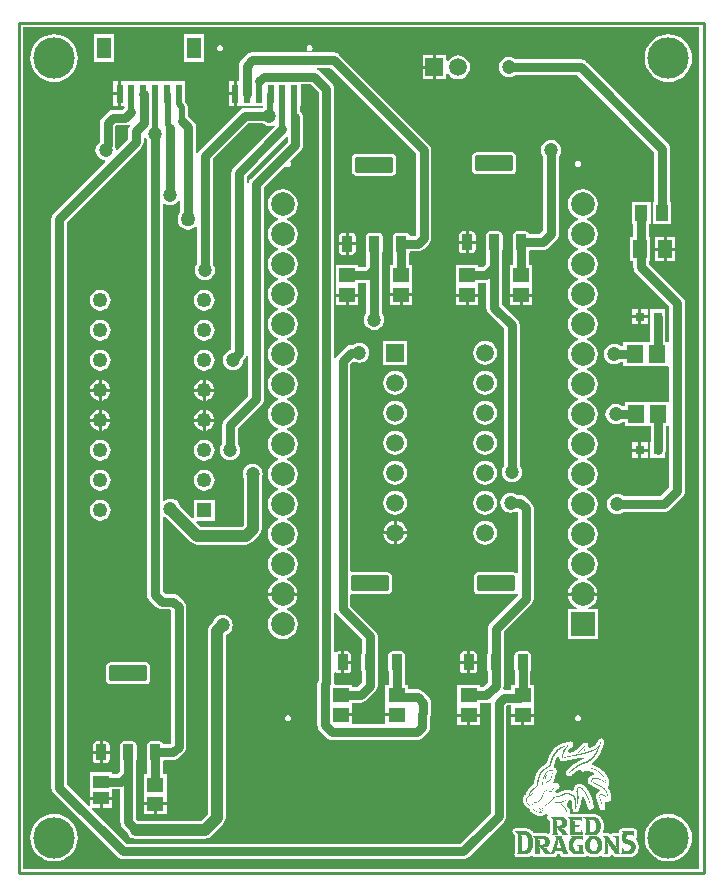
<source format=gtl>
G04*
G04 #@! TF.GenerationSoftware,Altium Limited,Altium Designer,22.1.2 (22)*
G04*
G04 Layer_Physical_Order=1*
G04 Layer_Color=255*
%FSLAX42Y42*%
%MOMM*%
G71*
G04*
G04 #@! TF.SameCoordinates,3311E10D-72A5-427B-B7FE-1BE08177FCE0*
G04*
G04*
G04 #@! TF.FilePolarity,Positive*
G04*
G01*
G75*
%ADD15C,0.25*%
%ADD16R,0.60X1.55*%
%ADD17R,1.20X1.80*%
%ADD18R,1.40X1.55*%
%ADD19R,1.20X1.50*%
%ADD20R,0.80X0.80*%
G04:AMPARAMS|DCode=21|XSize=0.93mm|YSize=1.31mm|CornerRadius=0.07mm|HoleSize=0mm|Usage=FLASHONLY|Rotation=0.000|XOffset=0mm|YOffset=0mm|HoleType=Round|Shape=RoundedRectangle|*
%AMROUNDEDRECTD21*
21,1,0.93,1.17,0,0,0.0*
21,1,0.79,1.31,0,0,0.0*
1,1,0.14,0.40,-0.59*
1,1,0.14,-0.40,-0.59*
1,1,0.14,-0.40,0.59*
1,1,0.14,0.40,0.59*
%
%ADD21ROUNDEDRECTD21*%
G04:AMPARAMS|DCode=22|XSize=3.24mm|YSize=1.31mm|CornerRadius=0.1mm|HoleSize=0mm|Usage=FLASHONLY|Rotation=0.000|XOffset=0mm|YOffset=0mm|HoleType=Round|Shape=RoundedRectangle|*
%AMROUNDEDRECTD22*
21,1,3.24,1.11,0,0,0.0*
21,1,3.04,1.31,0,0,0.0*
1,1,0.20,1.52,-0.56*
1,1,0.20,-1.52,-0.56*
1,1,0.20,-1.52,0.56*
1,1,0.20,1.52,0.56*
%
%ADD22ROUNDEDRECTD22*%
%ADD23R,1.35X1.10*%
%ADD24R,1.46X1.30*%
%ADD25R,1.40X1.20*%
%ADD26R,1.06X1.36*%
%ADD45C,0.50*%
%ADD46C,0.80*%
%ADD47C,1.00*%
%ADD48R,2.00X2.00*%
%ADD49C,2.00*%
%ADD50R,1.50X1.50*%
%ADD51C,1.50*%
%ADD52R,1.25X1.25*%
%ADD53C,1.25*%
%ADD54C,1.20*%
%ADD55C,1.27*%
%ADD56C,3.50*%
G36*
X5761Y39D02*
X39D01*
Y7161D01*
X5761D01*
Y39D01*
D02*
G37*
%LPC*%
G36*
X2463Y7014D02*
X2453Y7012D01*
X2444Y7006D01*
X2439Y6998D01*
X2437Y6988D01*
X2439Y6978D01*
X2444Y6969D01*
X2453Y6964D01*
X2463Y6962D01*
X2473Y6964D01*
X2481Y6969D01*
X2487Y6978D01*
X2489Y6988D01*
X2487Y6998D01*
X2481Y7006D01*
X2473Y7012D01*
X2463Y7014D01*
D02*
G37*
G36*
X1703D02*
X1693Y7012D01*
X1684Y7006D01*
X1679Y6998D01*
X1677Y6988D01*
X1679Y6978D01*
X1684Y6969D01*
X1693Y6964D01*
X1703Y6962D01*
X1713Y6964D01*
X1721Y6969D01*
X1727Y6978D01*
X1729Y6988D01*
X1727Y6998D01*
X1721Y7006D01*
X1713Y7012D01*
X1703Y7014D01*
D02*
G37*
G36*
X3719Y6925D02*
X3693Y6922D01*
X3669Y6912D01*
X3648Y6896D01*
X3633Y6876D01*
X3631Y6876D01*
X3620Y6884D01*
Y6925D01*
X3532D01*
Y6824D01*
Y6724D01*
X3620D01*
Y6764D01*
X3631Y6772D01*
X3633Y6772D01*
X3648Y6752D01*
X3669Y6736D01*
X3693Y6726D01*
X3719Y6723D01*
X3746Y6726D01*
X3770Y6736D01*
X3791Y6752D01*
X3807Y6773D01*
X3817Y6798D01*
X3821Y6824D01*
X3817Y6850D01*
X3807Y6875D01*
X3791Y6896D01*
X3770Y6912D01*
X3746Y6922D01*
X3719Y6925D01*
D02*
G37*
G36*
X1570Y7103D02*
X1399D01*
Y6872D01*
X1570D01*
Y7103D01*
D02*
G37*
G36*
X810D02*
X639D01*
Y6872D01*
X810D01*
Y7103D01*
D02*
G37*
G36*
X3507Y6925D02*
X3419D01*
Y6837D01*
X3507D01*
Y6925D01*
D02*
G37*
G36*
Y6811D02*
X3419D01*
Y6724D01*
X3507D01*
Y6811D01*
D02*
G37*
G36*
X5500Y7101D02*
X5461Y7097D01*
X5423Y7086D01*
X5388Y7067D01*
X5358Y7042D01*
X5333Y7012D01*
X5314Y6977D01*
X5302Y6939D01*
X5299Y6900D01*
X5302Y6861D01*
X5314Y6823D01*
X5333Y6788D01*
X5358Y6758D01*
X5388Y6733D01*
X5423Y6714D01*
X5461Y6702D01*
X5500Y6699D01*
X5539Y6702D01*
X5577Y6714D01*
X5612Y6733D01*
X5642Y6758D01*
X5667Y6788D01*
X5686Y6823D01*
X5697Y6861D01*
X5701Y6900D01*
X5697Y6939D01*
X5686Y6977D01*
X5667Y7012D01*
X5642Y7042D01*
X5612Y7067D01*
X5577Y7086D01*
X5539Y7097D01*
X5500Y7101D01*
D02*
G37*
G36*
X300D02*
X261Y7097D01*
X223Y7086D01*
X188Y7067D01*
X158Y7042D01*
X133Y7012D01*
X114Y6977D01*
X102Y6939D01*
X99Y6900D01*
X102Y6861D01*
X114Y6823D01*
X133Y6788D01*
X158Y6758D01*
X188Y6733D01*
X223Y6714D01*
X261Y6702D01*
X300Y6699D01*
X339Y6702D01*
X377Y6714D01*
X412Y6733D01*
X442Y6758D01*
X467Y6788D01*
X486Y6823D01*
X497Y6861D01*
X501Y6900D01*
X497Y6939D01*
X486Y6977D01*
X467Y7012D01*
X442Y7042D01*
X412Y7067D01*
X377Y7086D01*
X339Y7097D01*
X300Y7101D01*
D02*
G37*
G36*
X1820Y6703D02*
X1777D01*
Y6613D01*
X1820D01*
Y6703D01*
D02*
G37*
G36*
X842D02*
X799D01*
Y6613D01*
X842D01*
Y6703D01*
D02*
G37*
G36*
X1820Y6588D02*
X1777D01*
Y6497D01*
X1820D01*
Y6588D01*
D02*
G37*
G36*
X842D02*
X799D01*
Y6497D01*
X842D01*
Y6588D01*
D02*
G37*
G36*
X4733Y6033D02*
X4723Y6031D01*
X4715Y6026D01*
X4709Y6017D01*
X4707Y6007D01*
X4709Y5997D01*
X4715Y5989D01*
X4723Y5983D01*
X4733Y5981D01*
X4743Y5983D01*
X4752Y5989D01*
X4757Y5997D01*
X4759Y6007D01*
X4757Y6017D01*
X4752Y6026D01*
X4743Y6031D01*
X4733Y6033D01*
D02*
G37*
G36*
X4178Y6103D02*
X3874D01*
X3860Y6100D01*
X3848Y6092D01*
X3841Y6081D01*
X3838Y6067D01*
Y5956D01*
X3841Y5942D01*
X3848Y5930D01*
X3860Y5923D01*
X3874Y5920D01*
X4178D01*
X4192Y5923D01*
X4203Y5930D01*
X4211Y5942D01*
X4214Y5956D01*
Y6067D01*
X4211Y6081D01*
X4203Y6092D01*
X4192Y6100D01*
X4178Y6103D01*
D02*
G37*
G36*
X3162Y6090D02*
X2858D01*
X2844Y6088D01*
X2832Y6080D01*
X2825Y6068D01*
X2822Y6054D01*
Y5943D01*
X2825Y5929D01*
X2832Y5918D01*
X2844Y5910D01*
X2858Y5907D01*
X3162D01*
X3176Y5910D01*
X3187Y5918D01*
X3195Y5929D01*
X3198Y5943D01*
Y6054D01*
X3195Y6068D01*
X3187Y6080D01*
X3176Y6088D01*
X3162Y6090D01*
D02*
G37*
G36*
X4149Y6910D02*
X4126Y6907D01*
X4106Y6899D01*
X4088Y6885D01*
X4074Y6867D01*
X4065Y6846D01*
X4063Y6824D01*
X4065Y6802D01*
X4074Y6781D01*
X4088Y6763D01*
X4106Y6750D01*
X4126Y6741D01*
X4149Y6738D01*
X4171Y6741D01*
X4192Y6750D01*
X4203Y6758D01*
X4731D01*
X5381Y6108D01*
Y5682D01*
X5369D01*
Y5494D01*
X5525D01*
Y5682D01*
X5513D01*
Y6135D01*
X5511Y6152D01*
X5504Y6168D01*
X5494Y6182D01*
X4805Y6871D01*
X4791Y6881D01*
X4775Y6888D01*
X4758Y6890D01*
X4203D01*
X4192Y6899D01*
X4171Y6907D01*
X4149Y6910D01*
D02*
G37*
G36*
X4508Y6208D02*
X4486Y6205D01*
X4465Y6196D01*
X4448Y6182D01*
X4434Y6164D01*
X4425Y6144D01*
X4422Y6121D01*
X4425Y6099D01*
X4434Y6078D01*
X4443Y6067D01*
Y5442D01*
X4409Y5408D01*
X4326D01*
X4325Y5414D01*
X4318Y5424D01*
X4307Y5431D01*
X4294Y5434D01*
X4215D01*
X4203Y5431D01*
X4192Y5424D01*
X4185Y5414D01*
X4182Y5401D01*
Y5284D01*
X4185Y5271D01*
X4189Y5265D01*
Y5149D01*
X4159D01*
Y4978D01*
Y4906D01*
X4350D01*
Y4978D01*
Y5149D01*
X4321D01*
Y5265D01*
X4325Y5271D01*
X4326Y5276D01*
X4436D01*
X4453Y5279D01*
X4469Y5285D01*
X4483Y5296D01*
X4555Y5368D01*
X4566Y5382D01*
X4572Y5398D01*
X4574Y5415D01*
Y6067D01*
X4583Y6078D01*
X4592Y6099D01*
X4595Y6121D01*
X4592Y6144D01*
X4583Y6164D01*
X4569Y6182D01*
X4552Y6196D01*
X4531Y6205D01*
X4508Y6208D01*
D02*
G37*
G36*
X2667Y6949D02*
X1977D01*
X1960Y6947D01*
X1944Y6941D01*
X1931Y6930D01*
X1884Y6883D01*
X1873Y6870D01*
X1867Y6854D01*
X1865Y6837D01*
Y6703D01*
X1845D01*
Y6600D01*
Y6497D01*
X2065D01*
X2070Y6485D01*
X2064Y6479D01*
X1918D01*
X1901Y6477D01*
X1885Y6471D01*
X1871Y6460D01*
X1528Y6117D01*
X1518Y6104D01*
X1514Y6094D01*
X1501Y6097D01*
Y6317D01*
X1499Y6334D01*
X1492Y6349D01*
X1482Y6363D01*
X1432Y6412D01*
Y6488D01*
X1429Y6508D01*
X1417Y6525D01*
X1411Y6531D01*
Y6595D01*
X1410Y6600D01*
Y6703D01*
X868D01*
Y6600D01*
Y6497D01*
X893D01*
X898Y6485D01*
X877Y6463D01*
X799D01*
X782Y6461D01*
X766Y6455D01*
X752Y6444D01*
X705Y6397D01*
X695Y6384D01*
X688Y6368D01*
X686Y6351D01*
Y6190D01*
X676Y6182D01*
X662Y6164D01*
X653Y6144D01*
X650Y6121D01*
X653Y6099D01*
X662Y6078D01*
X676Y6060D01*
X694Y6047D01*
X714Y6038D01*
X728Y6036D01*
X732Y6023D01*
X296Y5587D01*
X286Y5573D01*
X279Y5557D01*
X277Y5540D01*
Y724D01*
X279Y707D01*
X286Y691D01*
X296Y677D01*
X837Y137D01*
X850Y127D01*
X866Y120D01*
X883Y118D01*
X3765D01*
X3782Y120D01*
X3798Y127D01*
X3812Y137D01*
X4111Y436D01*
X4121Y450D01*
X4128Y466D01*
X4130Y483D01*
Y1413D01*
X4138Y1421D01*
X4172D01*
Y1350D01*
X4363D01*
Y1422D01*
Y1593D01*
X4333D01*
Y1709D01*
X4338Y1715D01*
X4340Y1728D01*
Y1845D01*
X4338Y1858D01*
X4330Y1868D01*
X4320Y1875D01*
X4307Y1878D01*
X4228D01*
X4215Y1875D01*
X4205Y1868D01*
X4198Y1858D01*
X4195Y1845D01*
Y1728D01*
X4198Y1715D01*
X4201Y1709D01*
Y1593D01*
X4172D01*
Y1553D01*
X4111D01*
X4109Y1553D01*
X4100Y1565D01*
X4102Y1570D01*
X4105Y1588D01*
Y1709D01*
X4109Y1715D01*
X4111Y1728D01*
Y1845D01*
X4109Y1858D01*
X4105Y1864D01*
Y2043D01*
X4339Y2277D01*
X4350Y2291D01*
X4356Y2307D01*
X4359Y2324D01*
Y3090D01*
X4356Y3107D01*
X4350Y3123D01*
X4339Y3137D01*
X4292Y3184D01*
X4279Y3194D01*
X4263Y3201D01*
X4246Y3203D01*
X4220D01*
X4209Y3211D01*
X4188Y3220D01*
X4166Y3223D01*
X4143Y3220D01*
X4123Y3211D01*
X4105Y3198D01*
X4091Y3180D01*
X4082Y3159D01*
X4079Y3137D01*
X4082Y3115D01*
X4091Y3094D01*
X4105Y3076D01*
X4123Y3062D01*
X4143Y3054D01*
X4166Y3051D01*
X4188Y3054D01*
X4209Y3062D01*
X4216Y3068D01*
X4227Y3060D01*
Y2544D01*
X4222Y2541D01*
X4214Y2538D01*
X4205Y2544D01*
X4191Y2547D01*
X3886D01*
X3873Y2544D01*
X3861Y2536D01*
X3853Y2525D01*
X3851Y2511D01*
Y2400D01*
X3853Y2386D01*
X3861Y2374D01*
X3873Y2367D01*
X3886Y2364D01*
X4191D01*
X4205Y2367D01*
X4214Y2373D01*
X4222Y2370D01*
X4227Y2367D01*
Y2351D01*
X3992Y2117D01*
X3981Y2103D01*
X3975Y2087D01*
X3973Y2070D01*
Y1864D01*
X3969Y1858D01*
X3966Y1845D01*
Y1728D01*
X3969Y1715D01*
X3973Y1709D01*
Y1615D01*
X3931Y1573D01*
X3905D01*
Y1593D01*
X3715D01*
Y1422D01*
Y1350D01*
X3905D01*
Y1441D01*
X3958D01*
X3976Y1444D01*
X3986Y1448D01*
X3997Y1441D01*
X3997Y1441D01*
X3998Y1440D01*
Y510D01*
X3738Y250D01*
X910D01*
X618Y543D01*
X622Y554D01*
X686D01*
Y622D01*
X606D01*
Y571D01*
X594Y566D01*
X409Y751D01*
Y5513D01*
X1037Y6141D01*
X1048Y6155D01*
X1054Y6171D01*
X1057Y6188D01*
Y6243D01*
X1059Y6245D01*
X1072Y6239D01*
X1081Y6218D01*
X1086Y6212D01*
Y2359D01*
X1088Y2342D01*
X1095Y2326D01*
X1105Y2313D01*
X1166Y2252D01*
X1180Y2242D01*
X1195Y2235D01*
X1213Y2233D01*
X1280D01*
X1288Y2225D01*
Y1098D01*
X1280Y1090D01*
X1227D01*
X1226Y1096D01*
X1219Y1106D01*
X1208Y1113D01*
X1196Y1116D01*
X1117D01*
X1104Y1113D01*
X1093Y1106D01*
X1086Y1096D01*
X1084Y1083D01*
Y966D01*
X1086Y953D01*
X1090Y947D01*
Y840D01*
X1057D01*
Y659D01*
Y601D01*
X1156D01*
X1254D01*
Y659D01*
Y840D01*
X1222D01*
Y947D01*
X1226Y953D01*
X1227Y958D01*
X1308D01*
X1325Y960D01*
X1341Y967D01*
X1354Y978D01*
X1401Y1024D01*
X1412Y1038D01*
X1418Y1054D01*
X1420Y1071D01*
Y2252D01*
X1418Y2269D01*
X1412Y2285D01*
X1401Y2298D01*
X1354Y2345D01*
X1341Y2356D01*
X1325Y2362D01*
X1308Y2365D01*
X1240D01*
X1218Y2387D01*
Y3014D01*
X1231Y3020D01*
X1242Y3012D01*
X1256Y3006D01*
X1458Y2804D01*
X1473Y2792D01*
X1492Y2784D01*
X1511Y2781D01*
X1923D01*
X1942Y2784D01*
X1961Y2792D01*
X1976Y2804D01*
X2035Y2862D01*
X2047Y2878D01*
X2050Y2886D01*
X2055Y2896D01*
X2057Y2916D01*
Y3339D01*
X2064Y3356D01*
X2067Y3378D01*
X2064Y3400D01*
X2056Y3421D01*
X2042Y3439D01*
X2024Y3453D01*
X2003Y3461D01*
X1981Y3464D01*
X1959Y3461D01*
X1938Y3453D01*
X1920Y3439D01*
X1907Y3421D01*
X1898Y3400D01*
X1895Y3378D01*
X1898Y3356D01*
X1905Y3339D01*
Y2948D01*
X1891Y2934D01*
X1543D01*
X1503Y2974D01*
X1507Y2985D01*
X1658D01*
Y3161D01*
X1482D01*
Y3011D01*
X1471Y3006D01*
X1368Y3109D01*
X1359Y3129D01*
X1346Y3147D01*
X1328Y3161D01*
X1307Y3169D01*
X1285Y3172D01*
X1262Y3169D01*
X1242Y3161D01*
X1231Y3152D01*
X1218Y3159D01*
Y5666D01*
X1231Y5673D01*
X1240Y5666D01*
X1260Y5657D01*
X1283Y5654D01*
X1305Y5657D01*
X1326Y5666D01*
X1344Y5679D01*
X1356Y5696D01*
X1360Y5696D01*
X1369Y5693D01*
Y5597D01*
X1357Y5582D01*
X1348Y5560D01*
X1345Y5537D01*
X1348Y5514D01*
X1357Y5492D01*
X1372Y5474D01*
X1390Y5460D01*
X1412Y5451D01*
X1435Y5448D01*
X1458Y5451D01*
X1480Y5460D01*
X1496Y5472D01*
X1509Y5468D01*
Y5160D01*
X1500Y5148D01*
X1492Y5128D01*
X1489Y5105D01*
X1492Y5083D01*
X1500Y5062D01*
X1514Y5044D01*
X1532Y5031D01*
X1553Y5022D01*
X1575Y5019D01*
X1597Y5022D01*
X1618Y5031D01*
X1636Y5044D01*
X1649Y5062D01*
X1658Y5083D01*
X1661Y5105D01*
X1658Y5128D01*
X1649Y5148D01*
X1641Y5160D01*
Y6043D01*
X1945Y6348D01*
X2068D01*
X2079Y6339D01*
X2100Y6330D01*
X2122Y6327D01*
X2145Y6330D01*
X2162Y6338D01*
X2170Y6327D01*
X1820Y5978D01*
X1810Y5964D01*
X1803Y5948D01*
X1801Y5931D01*
Y4434D01*
X1793Y4426D01*
X1773Y4418D01*
X1755Y4404D01*
X1742Y4386D01*
X1733Y4366D01*
X1730Y4343D01*
X1733Y4321D01*
X1742Y4300D01*
X1755Y4282D01*
X1773Y4269D01*
X1794Y4260D01*
X1816Y4257D01*
X1838Y4260D01*
X1859Y4269D01*
X1877Y4282D01*
X1891Y4300D01*
X1899Y4321D01*
X1902Y4343D01*
X1902Y4348D01*
X1914Y4360D01*
X1924Y4374D01*
X1931Y4390D01*
X1932Y4398D01*
X1944Y4398D01*
Y4044D01*
X1744Y3844D01*
X1734Y3830D01*
X1727Y3814D01*
X1725Y3797D01*
Y3636D01*
X1716Y3624D01*
X1707Y3604D01*
X1705Y3581D01*
X1707Y3559D01*
X1716Y3538D01*
X1730Y3520D01*
X1748Y3507D01*
X1768Y3498D01*
X1791Y3495D01*
X1813Y3498D01*
X1834Y3507D01*
X1852Y3520D01*
X1865Y3538D01*
X1874Y3559D01*
X1877Y3581D01*
X1874Y3604D01*
X1865Y3624D01*
X1857Y3636D01*
Y3770D01*
X2057Y3970D01*
X2068Y3984D01*
X2074Y4000D01*
X2076Y4017D01*
Y5806D01*
X2260Y5989D01*
X2264Y5989D01*
X2272Y5983D01*
X2282Y5981D01*
X2292Y5983D01*
X2301Y5989D01*
X2306Y5997D01*
X2308Y6007D01*
X2306Y6017D01*
X2301Y6026D01*
X2300Y6030D01*
X2390Y6119D01*
X2400Y6133D01*
X2407Y6149D01*
X2409Y6166D01*
Y6396D01*
X2407Y6413D01*
X2400Y6429D01*
X2390Y6442D01*
X2385Y6447D01*
X2384Y6448D01*
Y6497D01*
X2388D01*
Y6678D01*
X2475D01*
X2539Y6613D01*
Y1633D01*
X2538Y1631D01*
X2531Y1615D01*
X2529Y1598D01*
Y1251D01*
X2531Y1234D01*
X2538Y1218D01*
X2548Y1204D01*
X2606Y1147D01*
X2619Y1137D01*
X2635Y1130D01*
X2652Y1128D01*
X3371D01*
X3388Y1130D01*
X3404Y1137D01*
X3417Y1147D01*
X3464Y1194D01*
X3475Y1208D01*
X3481Y1224D01*
X3483Y1241D01*
Y1326D01*
X3487Y1336D01*
X3490Y1353D01*
Y1444D01*
X3487Y1462D01*
X3481Y1477D01*
X3470Y1491D01*
X3423Y1538D01*
X3410Y1548D01*
X3394Y1555D01*
X3377Y1557D01*
X3296D01*
Y1597D01*
X3267D01*
Y1709D01*
X3271Y1715D01*
X3273Y1728D01*
Y1845D01*
X3271Y1858D01*
X3264Y1868D01*
X3253Y1875D01*
X3240Y1878D01*
X3161D01*
X3149Y1875D01*
X3138Y1868D01*
X3131Y1858D01*
X3128Y1845D01*
Y1728D01*
X3131Y1715D01*
X3135Y1709D01*
Y1597D01*
X3105D01*
Y1426D01*
Y1354D01*
X3200D01*
Y1329D01*
X3105D01*
Y1260D01*
X2826D01*
Y1329D01*
X2731D01*
Y1354D01*
X2826D01*
Y1445D01*
X2896D01*
X2913Y1448D01*
X2929Y1454D01*
X2942Y1465D01*
X3018Y1541D01*
X3029Y1555D01*
X3036Y1570D01*
X3038Y1588D01*
Y1709D01*
X3042Y1715D01*
X3044Y1728D01*
Y1845D01*
X3042Y1858D01*
X3038Y1864D01*
Y2007D01*
X3036Y2024D01*
X3029Y2040D01*
X3018Y2053D01*
X2809Y2263D01*
Y2356D01*
X2819Y2364D01*
X2820Y2364D01*
X3124D01*
X3138Y2367D01*
X3149Y2374D01*
X3157Y2386D01*
X3160Y2400D01*
Y2511D01*
X3157Y2525D01*
X3149Y2536D01*
X3138Y2544D01*
X3124Y2547D01*
X2820D01*
X2819Y2547D01*
X2809Y2555D01*
Y4307D01*
X2837Y4335D01*
X2840Y4332D01*
X2861Y4324D01*
X2883Y4321D01*
X2905Y4324D01*
X2926Y4332D01*
X2944Y4346D01*
X2957Y4364D01*
X2966Y4385D01*
X2969Y4407D01*
X2966Y4429D01*
X2957Y4450D01*
X2944Y4468D01*
X2926Y4481D01*
X2905Y4490D01*
X2883Y4493D01*
X2861Y4490D01*
X2840Y4481D01*
X2829Y4473D01*
X2815D01*
X2798Y4471D01*
X2782Y4464D01*
X2769Y4454D01*
X2697Y4381D01*
X2686Y4368D01*
X2684Y4363D01*
X2671Y4365D01*
Y6640D01*
X2669Y6657D01*
X2663Y6673D01*
X2652Y6687D01*
X2549Y6790D01*
X2535Y6801D01*
X2525Y6805D01*
X2528Y6817D01*
X2640D01*
X3363Y6094D01*
Y5404D01*
X3355Y5396D01*
X3310D01*
X3309Y5401D01*
X3302Y5412D01*
X3291Y5419D01*
X3278Y5421D01*
X3199D01*
X3187Y5419D01*
X3176Y5412D01*
X3169Y5401D01*
X3166Y5388D01*
Y5271D01*
X3169Y5259D01*
X3173Y5253D01*
Y5153D01*
X3143D01*
Y4982D01*
Y4910D01*
X3334D01*
Y4982D01*
Y5153D01*
X3305D01*
Y5252D01*
X3309Y5259D01*
X3310Y5264D01*
X3382D01*
X3399Y5266D01*
X3415Y5273D01*
X3429Y5283D01*
X3476Y5330D01*
X3486Y5344D01*
X3493Y5359D01*
X3495Y5377D01*
Y6121D01*
X3493Y6138D01*
X3486Y6154D01*
X3476Y6168D01*
X2714Y6930D01*
X2700Y6941D01*
X2684Y6947D01*
X2667Y6949D01*
D02*
G37*
G36*
X3836Y5434D02*
X3810D01*
Y5355D01*
X3869D01*
Y5401D01*
X3867Y5414D01*
X3860Y5424D01*
X3849Y5431D01*
X3836Y5434D01*
D02*
G37*
G36*
X3784D02*
X3757D01*
X3745Y5431D01*
X3734Y5424D01*
X3727Y5414D01*
X3724Y5401D01*
Y5355D01*
X3784D01*
Y5434D01*
D02*
G37*
G36*
X2820Y5421D02*
X2794D01*
Y5342D01*
X2853D01*
Y5388D01*
X2851Y5401D01*
X2844Y5412D01*
X2833Y5419D01*
X2820Y5421D01*
D02*
G37*
G36*
X2768D02*
X2741D01*
X2729Y5419D01*
X2718Y5412D01*
X2711Y5401D01*
X2708Y5388D01*
Y5342D01*
X2768D01*
Y5421D01*
D02*
G37*
G36*
X5559Y5384D02*
X5486D01*
Y5296D01*
X5559D01*
Y5384D01*
D02*
G37*
G36*
X5461D02*
X5388D01*
Y5296D01*
X5461D01*
Y5384D01*
D02*
G37*
G36*
X3869Y5330D02*
X3810D01*
Y5251D01*
X3836D01*
X3849Y5253D01*
X3860Y5261D01*
X3867Y5271D01*
X3869Y5284D01*
Y5330D01*
D02*
G37*
G36*
X3784D02*
X3724D01*
Y5284D01*
X3727Y5271D01*
X3734Y5261D01*
X3745Y5253D01*
X3757Y5251D01*
X3784D01*
Y5330D01*
D02*
G37*
G36*
X2853Y5317D02*
X2794D01*
Y5238D01*
X2820D01*
X2833Y5241D01*
X2844Y5248D01*
X2851Y5259D01*
X2853Y5271D01*
Y5317D01*
D02*
G37*
G36*
X2768D02*
X2708D01*
Y5271D01*
X2711Y5259D01*
X2718Y5248D01*
X2729Y5241D01*
X2741Y5238D01*
X2768D01*
Y5317D01*
D02*
G37*
G36*
X5559Y5271D02*
X5486D01*
Y5183D01*
X5559D01*
Y5271D01*
D02*
G37*
G36*
X5461D02*
X5388D01*
Y5183D01*
X5461D01*
Y5271D01*
D02*
G37*
G36*
X4065Y5434D02*
X3986D01*
X3974Y5431D01*
X3963Y5424D01*
X3956Y5414D01*
X3953Y5401D01*
Y5284D01*
X3956Y5271D01*
X3960Y5265D01*
Y5158D01*
X3931Y5129D01*
X3893D01*
Y5149D01*
X3702D01*
Y4978D01*
Y4906D01*
X3893D01*
Y4997D01*
X3958D01*
X3960Y4996D01*
Y4788D01*
X3962Y4771D01*
X3969Y4755D01*
X3979Y4741D01*
X4109Y4611D01*
Y3448D01*
X4101Y3437D01*
X4092Y3416D01*
X4089Y3394D01*
X4092Y3372D01*
X4101Y3351D01*
X4114Y3333D01*
X4132Y3319D01*
X4153Y3311D01*
X4175Y3308D01*
X4197Y3311D01*
X4218Y3319D01*
X4236Y3333D01*
X4250Y3351D01*
X4258Y3372D01*
X4261Y3394D01*
X4258Y3416D01*
X4250Y3437D01*
X4241Y3448D01*
Y4639D01*
X4239Y4656D01*
X4232Y4672D01*
X4222Y4685D01*
X4092Y4815D01*
Y5131D01*
Y5265D01*
X4096Y5271D01*
X4098Y5284D01*
Y5401D01*
X4096Y5414D01*
X4089Y5424D01*
X4078Y5431D01*
X4065Y5434D01*
D02*
G37*
G36*
X3049Y5421D02*
X2970D01*
X2958Y5419D01*
X2947Y5412D01*
X2940Y5401D01*
X2937Y5388D01*
Y5271D01*
X2940Y5259D01*
X2944Y5252D01*
Y5145D01*
X2928Y5129D01*
X2877D01*
Y5149D01*
X2686D01*
Y4978D01*
Y4906D01*
X2877D01*
Y4997D01*
X2944D01*
Y4741D01*
X2935Y4729D01*
X2927Y4709D01*
X2924Y4686D01*
X2927Y4664D01*
X2935Y4643D01*
X2949Y4625D01*
X2967Y4612D01*
X2988Y4603D01*
X3010Y4600D01*
X3032Y4603D01*
X3053Y4612D01*
X3071Y4625D01*
X3084Y4643D01*
X3093Y4664D01*
X3096Y4686D01*
X3093Y4709D01*
X3084Y4729D01*
X3076Y4741D01*
Y5118D01*
Y5252D01*
X3080Y5259D01*
X3082Y5271D01*
Y5388D01*
X3080Y5401D01*
X3073Y5412D01*
X3062Y5419D01*
X3049Y5421D01*
D02*
G37*
G36*
X3334Y4885D02*
X3251D01*
Y4812D01*
X3334D01*
Y4885D01*
D02*
G37*
G36*
X3226D02*
X3143D01*
Y4812D01*
X3226D01*
Y4885D01*
D02*
G37*
G36*
X4350Y4881D02*
X4267D01*
Y4808D01*
X4350D01*
Y4881D01*
D02*
G37*
G36*
X4242D02*
X4159D01*
Y4808D01*
X4242D01*
Y4881D01*
D02*
G37*
G36*
X3893D02*
X3810D01*
Y4808D01*
X3893D01*
Y4881D01*
D02*
G37*
G36*
X3785D02*
X3702D01*
Y4808D01*
X3785D01*
Y4881D01*
D02*
G37*
G36*
X2877D02*
X2794D01*
Y4808D01*
X2877D01*
Y4881D01*
D02*
G37*
G36*
X2769D02*
X2686D01*
Y4808D01*
X2769D01*
Y4881D01*
D02*
G37*
G36*
X1570Y4940D02*
X1547Y4937D01*
X1526Y4928D01*
X1508Y4914D01*
X1494Y4896D01*
X1485Y4874D01*
X1482Y4851D01*
X1485Y4828D01*
X1494Y4807D01*
X1508Y4789D01*
X1526Y4775D01*
X1547Y4766D01*
X1570Y4763D01*
X1593Y4766D01*
X1615Y4775D01*
X1633Y4789D01*
X1647Y4807D01*
X1656Y4828D01*
X1659Y4851D01*
X1656Y4874D01*
X1647Y4896D01*
X1633Y4914D01*
X1615Y4928D01*
X1593Y4937D01*
X1570Y4940D01*
D02*
G37*
G36*
X690D02*
X667Y4937D01*
X646Y4928D01*
X628Y4914D01*
X614Y4896D01*
X605Y4874D01*
X602Y4851D01*
X605Y4828D01*
X614Y4807D01*
X628Y4789D01*
X646Y4775D01*
X667Y4766D01*
X690Y4763D01*
X713Y4766D01*
X735Y4775D01*
X753Y4789D01*
X767Y4807D01*
X776Y4828D01*
X779Y4851D01*
X776Y4874D01*
X767Y4896D01*
X753Y4914D01*
X735Y4928D01*
X713Y4937D01*
X690Y4940D01*
D02*
G37*
G36*
X5324Y4777D02*
X5272D01*
Y4724D01*
X5324D01*
Y4777D01*
D02*
G37*
G36*
X5246D02*
X5194D01*
Y4724D01*
X5246D01*
Y4777D01*
D02*
G37*
G36*
X5324Y4699D02*
X5272D01*
Y4646D01*
X5324D01*
Y4699D01*
D02*
G37*
G36*
X5246D02*
X5194D01*
Y4646D01*
X5246D01*
Y4699D01*
D02*
G37*
G36*
X1570Y4686D02*
X1547Y4683D01*
X1526Y4674D01*
X1508Y4660D01*
X1494Y4642D01*
X1485Y4620D01*
X1482Y4597D01*
X1485Y4574D01*
X1494Y4553D01*
X1508Y4535D01*
X1526Y4521D01*
X1547Y4512D01*
X1570Y4509D01*
X1593Y4512D01*
X1615Y4521D01*
X1633Y4535D01*
X1647Y4553D01*
X1656Y4574D01*
X1659Y4597D01*
X1656Y4620D01*
X1647Y4642D01*
X1633Y4660D01*
X1615Y4674D01*
X1593Y4683D01*
X1570Y4686D01*
D02*
G37*
G36*
X690D02*
X667Y4683D01*
X646Y4674D01*
X628Y4660D01*
X614Y4642D01*
X605Y4620D01*
X602Y4597D01*
X605Y4574D01*
X614Y4553D01*
X628Y4535D01*
X646Y4521D01*
X667Y4512D01*
X690Y4509D01*
X713Y4512D01*
X735Y4521D01*
X753Y4535D01*
X767Y4553D01*
X776Y4574D01*
X779Y4597D01*
X776Y4620D01*
X767Y4642D01*
X753Y4660D01*
X735Y4674D01*
X713Y4683D01*
X690Y4686D01*
D02*
G37*
G36*
X5350Y5682D02*
X5193D01*
Y5494D01*
X5202D01*
Y5384D01*
X5178D01*
Y5183D01*
X5205D01*
Y5131D01*
X5207Y5114D01*
X5213Y5098D01*
X5224Y5084D01*
X5509Y4799D01*
Y4503D01*
X5499Y4497D01*
X5497Y4497D01*
X5476D01*
Y4710D01*
X5474Y4724D01*
Y4777D01*
X5413D01*
X5409Y4778D01*
X5405Y4777D01*
X5344D01*
Y4716D01*
X5343Y4712D01*
X5344Y4707D01*
Y4646D01*
X5344D01*
Y4497D01*
X5118D01*
Y4460D01*
X5096D01*
X5085Y4469D01*
X5064Y4477D01*
X5042Y4480D01*
X5020Y4477D01*
X4999Y4469D01*
X4981Y4455D01*
X4967Y4437D01*
X4959Y4416D01*
X4956Y4394D01*
X4959Y4372D01*
X4967Y4351D01*
X4981Y4333D01*
X4999Y4320D01*
X5020Y4311D01*
X5042Y4308D01*
X5064Y4311D01*
X5085Y4320D01*
X5096Y4328D01*
X5118D01*
Y4291D01*
X5497D01*
X5499Y4291D01*
X5509Y4286D01*
Y3989D01*
X5131D01*
Y3952D01*
X5109D01*
X5098Y3961D01*
X5077Y3969D01*
X5055Y3972D01*
X5032Y3969D01*
X5012Y3961D01*
X4994Y3947D01*
X4980Y3929D01*
X4971Y3908D01*
X4968Y3886D01*
X4971Y3864D01*
X4980Y3843D01*
X4994Y3825D01*
X5012Y3812D01*
X5032Y3803D01*
X5055Y3800D01*
X5077Y3803D01*
X5098Y3812D01*
X5109Y3820D01*
X5131D01*
Y3783D01*
X5350D01*
Y3647D01*
X5344D01*
Y3586D01*
X5343Y3581D01*
X5344Y3577D01*
Y3516D01*
X5405D01*
X5409Y3515D01*
X5413Y3516D01*
X5474D01*
Y3558D01*
X5480Y3572D01*
X5482Y3589D01*
Y3783D01*
X5509D01*
Y3266D01*
X5434Y3190D01*
X5122D01*
X5110Y3199D01*
X5090Y3207D01*
X5067Y3210D01*
X5045Y3207D01*
X5024Y3199D01*
X5006Y3185D01*
X4993Y3167D01*
X4984Y3146D01*
X4981Y3124D01*
X4984Y3102D01*
X4993Y3081D01*
X5006Y3063D01*
X5024Y3050D01*
X5045Y3041D01*
X5067Y3038D01*
X5090Y3041D01*
X5110Y3050D01*
X5122Y3058D01*
X5461D01*
X5478Y3060D01*
X5494Y3067D01*
X5508Y3078D01*
X5622Y3192D01*
X5632Y3206D01*
X5639Y3221D01*
X5641Y3238D01*
Y4826D01*
X5639Y4843D01*
X5632Y4859D01*
X5622Y4873D01*
X5336Y5158D01*
Y5183D01*
X5349D01*
Y5384D01*
X5334D01*
Y5494D01*
X5350D01*
Y5682D01*
D02*
G37*
G36*
X3288Y4507D02*
X3087D01*
Y4306D01*
X3288D01*
Y4507D01*
D02*
G37*
G36*
X3950Y4508D02*
X3923Y4505D01*
X3899Y4495D01*
X3878Y4479D01*
X3862Y4458D01*
X3852Y4433D01*
X3848Y4407D01*
X3852Y4381D01*
X3862Y4356D01*
X3878Y4335D01*
X3899Y4319D01*
X3923Y4309D01*
X3950Y4306D01*
X3976Y4309D01*
X4000Y4319D01*
X4021Y4335D01*
X4037Y4356D01*
X4048Y4381D01*
X4051Y4407D01*
X4048Y4433D01*
X4037Y4458D01*
X4021Y4479D01*
X4000Y4495D01*
X3976Y4505D01*
X3950Y4508D01*
D02*
G37*
G36*
X1570Y4432D02*
X1547Y4429D01*
X1526Y4420D01*
X1508Y4406D01*
X1494Y4388D01*
X1485Y4366D01*
X1482Y4343D01*
X1485Y4320D01*
X1494Y4299D01*
X1508Y4281D01*
X1526Y4267D01*
X1547Y4258D01*
X1570Y4255D01*
X1593Y4258D01*
X1615Y4267D01*
X1633Y4281D01*
X1647Y4299D01*
X1656Y4320D01*
X1659Y4343D01*
X1656Y4366D01*
X1647Y4388D01*
X1633Y4406D01*
X1615Y4420D01*
X1593Y4429D01*
X1570Y4432D01*
D02*
G37*
G36*
X690D02*
X667Y4429D01*
X646Y4420D01*
X628Y4406D01*
X614Y4388D01*
X605Y4366D01*
X602Y4343D01*
X605Y4320D01*
X614Y4299D01*
X628Y4281D01*
X646Y4267D01*
X667Y4258D01*
X690Y4255D01*
X713Y4258D01*
X735Y4267D01*
X753Y4281D01*
X767Y4299D01*
X776Y4320D01*
X779Y4343D01*
X776Y4366D01*
X767Y4388D01*
X753Y4406D01*
X735Y4420D01*
X713Y4429D01*
X690Y4432D01*
D02*
G37*
G36*
X1583Y4176D02*
Y4102D01*
X1657D01*
X1656Y4112D01*
X1647Y4134D01*
X1633Y4152D01*
X1615Y4166D01*
X1593Y4175D01*
X1583Y4176D01*
D02*
G37*
G36*
X703D02*
Y4102D01*
X777D01*
X776Y4112D01*
X767Y4134D01*
X753Y4152D01*
X735Y4166D01*
X713Y4175D01*
X703Y4176D01*
D02*
G37*
G36*
X1558D02*
X1547Y4175D01*
X1526Y4166D01*
X1508Y4152D01*
X1494Y4134D01*
X1485Y4112D01*
X1483Y4102D01*
X1558D01*
Y4176D01*
D02*
G37*
G36*
X678D02*
X667Y4175D01*
X646Y4166D01*
X628Y4152D01*
X614Y4134D01*
X605Y4112D01*
X603Y4102D01*
X678D01*
Y4176D01*
D02*
G37*
G36*
X3950Y4254D02*
X3923Y4251D01*
X3899Y4241D01*
X3878Y4225D01*
X3862Y4204D01*
X3852Y4179D01*
X3848Y4153D01*
X3852Y4127D01*
X3862Y4102D01*
X3878Y4081D01*
X3899Y4065D01*
X3923Y4055D01*
X3950Y4052D01*
X3976Y4055D01*
X4000Y4065D01*
X4021Y4081D01*
X4037Y4102D01*
X4048Y4127D01*
X4051Y4153D01*
X4048Y4179D01*
X4037Y4204D01*
X4021Y4225D01*
X4000Y4241D01*
X3976Y4251D01*
X3950Y4254D01*
D02*
G37*
G36*
X3188D02*
X3161Y4251D01*
X3137Y4241D01*
X3116Y4225D01*
X3100Y4204D01*
X3090Y4179D01*
X3086Y4153D01*
X3090Y4127D01*
X3100Y4102D01*
X3116Y4081D01*
X3137Y4065D01*
X3161Y4055D01*
X3188Y4052D01*
X3214Y4055D01*
X3238Y4065D01*
X3259Y4081D01*
X3275Y4102D01*
X3286Y4127D01*
X3289Y4153D01*
X3286Y4179D01*
X3275Y4204D01*
X3259Y4225D01*
X3238Y4241D01*
X3214Y4251D01*
X3188Y4254D01*
D02*
G37*
G36*
X1657Y4077D02*
X1583D01*
Y4002D01*
X1593Y4004D01*
X1615Y4013D01*
X1633Y4027D01*
X1647Y4045D01*
X1656Y4066D01*
X1657Y4077D01*
D02*
G37*
G36*
X777D02*
X703D01*
Y4002D01*
X713Y4004D01*
X735Y4013D01*
X753Y4027D01*
X767Y4045D01*
X776Y4066D01*
X777Y4077D01*
D02*
G37*
G36*
X678D02*
X603D01*
X605Y4066D01*
X614Y4045D01*
X628Y4027D01*
X646Y4013D01*
X667Y4004D01*
X678Y4002D01*
Y4077D01*
D02*
G37*
G36*
X1558D02*
X1483D01*
X1485Y4066D01*
X1494Y4045D01*
X1508Y4027D01*
X1526Y4013D01*
X1547Y4004D01*
X1558Y4002D01*
Y4077D01*
D02*
G37*
G36*
X1583Y3922D02*
Y3848D01*
X1657D01*
X1656Y3858D01*
X1647Y3880D01*
X1633Y3898D01*
X1615Y3912D01*
X1593Y3921D01*
X1583Y3922D01*
D02*
G37*
G36*
X703D02*
Y3848D01*
X777D01*
X776Y3858D01*
X767Y3880D01*
X753Y3898D01*
X735Y3912D01*
X713Y3921D01*
X703Y3922D01*
D02*
G37*
G36*
X1558D02*
X1547Y3921D01*
X1526Y3912D01*
X1508Y3898D01*
X1494Y3880D01*
X1485Y3858D01*
X1483Y3848D01*
X1558D01*
Y3922D01*
D02*
G37*
G36*
X678D02*
X667Y3921D01*
X646Y3912D01*
X628Y3898D01*
X614Y3880D01*
X605Y3858D01*
X603Y3848D01*
X678D01*
Y3922D01*
D02*
G37*
G36*
X3950Y4000D02*
X3923Y3997D01*
X3899Y3987D01*
X3878Y3971D01*
X3862Y3950D01*
X3852Y3925D01*
X3848Y3899D01*
X3852Y3873D01*
X3862Y3848D01*
X3878Y3827D01*
X3899Y3811D01*
X3923Y3801D01*
X3950Y3798D01*
X3976Y3801D01*
X4000Y3811D01*
X4021Y3827D01*
X4037Y3848D01*
X4048Y3873D01*
X4051Y3899D01*
X4048Y3925D01*
X4037Y3950D01*
X4021Y3971D01*
X4000Y3987D01*
X3976Y3997D01*
X3950Y4000D01*
D02*
G37*
G36*
X3188D02*
X3161Y3997D01*
X3137Y3987D01*
X3116Y3971D01*
X3100Y3950D01*
X3090Y3925D01*
X3086Y3899D01*
X3090Y3873D01*
X3100Y3848D01*
X3116Y3827D01*
X3137Y3811D01*
X3161Y3801D01*
X3188Y3798D01*
X3214Y3801D01*
X3238Y3811D01*
X3259Y3827D01*
X3275Y3848D01*
X3286Y3873D01*
X3289Y3899D01*
X3286Y3925D01*
X3275Y3950D01*
X3259Y3971D01*
X3238Y3987D01*
X3214Y3997D01*
X3188Y4000D01*
D02*
G37*
G36*
X1657Y3823D02*
X1583D01*
Y3748D01*
X1593Y3750D01*
X1615Y3759D01*
X1633Y3773D01*
X1647Y3791D01*
X1656Y3812D01*
X1657Y3823D01*
D02*
G37*
G36*
X777D02*
X703D01*
Y3748D01*
X713Y3750D01*
X735Y3759D01*
X753Y3773D01*
X767Y3791D01*
X776Y3812D01*
X777Y3823D01*
D02*
G37*
G36*
X1558D02*
X1483D01*
X1485Y3812D01*
X1494Y3791D01*
X1508Y3773D01*
X1526Y3759D01*
X1547Y3750D01*
X1558Y3748D01*
Y3823D01*
D02*
G37*
G36*
X678D02*
X603D01*
X605Y3812D01*
X614Y3791D01*
X628Y3773D01*
X646Y3759D01*
X667Y3750D01*
X678Y3748D01*
Y3823D01*
D02*
G37*
G36*
X5324Y3647D02*
X5272D01*
Y3594D01*
X5324D01*
Y3647D01*
D02*
G37*
G36*
X5246D02*
X5194D01*
Y3594D01*
X5246D01*
Y3647D01*
D02*
G37*
G36*
X3950Y3746D02*
X3923Y3743D01*
X3899Y3733D01*
X3878Y3717D01*
X3862Y3696D01*
X3852Y3671D01*
X3848Y3645D01*
X3852Y3619D01*
X3862Y3594D01*
X3878Y3573D01*
X3899Y3557D01*
X3923Y3547D01*
X3950Y3544D01*
X3976Y3547D01*
X4000Y3557D01*
X4021Y3573D01*
X4037Y3594D01*
X4048Y3619D01*
X4051Y3645D01*
X4048Y3671D01*
X4037Y3696D01*
X4021Y3717D01*
X4000Y3733D01*
X3976Y3743D01*
X3950Y3746D01*
D02*
G37*
G36*
X3188D02*
X3161Y3743D01*
X3137Y3733D01*
X3116Y3717D01*
X3100Y3696D01*
X3090Y3671D01*
X3086Y3645D01*
X3090Y3619D01*
X3100Y3594D01*
X3116Y3573D01*
X3137Y3557D01*
X3161Y3547D01*
X3188Y3544D01*
X3214Y3547D01*
X3238Y3557D01*
X3259Y3573D01*
X3275Y3594D01*
X3286Y3619D01*
X3289Y3645D01*
X3286Y3671D01*
X3275Y3696D01*
X3259Y3717D01*
X3238Y3733D01*
X3214Y3743D01*
X3188Y3746D01*
D02*
G37*
G36*
X5324Y3569D02*
X5272D01*
Y3516D01*
X5324D01*
Y3569D01*
D02*
G37*
G36*
X5246D02*
X5194D01*
Y3516D01*
X5246D01*
Y3569D01*
D02*
G37*
G36*
X1570Y3670D02*
X1547Y3667D01*
X1526Y3658D01*
X1508Y3644D01*
X1494Y3626D01*
X1485Y3604D01*
X1482Y3581D01*
X1485Y3558D01*
X1494Y3537D01*
X1508Y3519D01*
X1526Y3505D01*
X1547Y3496D01*
X1570Y3493D01*
X1593Y3496D01*
X1615Y3505D01*
X1633Y3519D01*
X1647Y3537D01*
X1656Y3558D01*
X1659Y3581D01*
X1656Y3604D01*
X1647Y3626D01*
X1633Y3644D01*
X1615Y3658D01*
X1593Y3667D01*
X1570Y3670D01*
D02*
G37*
G36*
X690D02*
X667Y3667D01*
X646Y3658D01*
X628Y3644D01*
X614Y3626D01*
X605Y3604D01*
X602Y3581D01*
X605Y3558D01*
X614Y3537D01*
X628Y3519D01*
X646Y3505D01*
X667Y3496D01*
X690Y3493D01*
X713Y3496D01*
X735Y3505D01*
X753Y3519D01*
X767Y3537D01*
X776Y3558D01*
X779Y3581D01*
X776Y3604D01*
X767Y3626D01*
X753Y3644D01*
X735Y3658D01*
X713Y3667D01*
X690Y3670D01*
D02*
G37*
G36*
X3950Y3492D02*
X3923Y3489D01*
X3899Y3479D01*
X3878Y3463D01*
X3862Y3442D01*
X3852Y3417D01*
X3848Y3391D01*
X3852Y3365D01*
X3862Y3340D01*
X3878Y3319D01*
X3899Y3303D01*
X3923Y3293D01*
X3950Y3290D01*
X3976Y3293D01*
X4000Y3303D01*
X4021Y3319D01*
X4037Y3340D01*
X4048Y3365D01*
X4051Y3391D01*
X4048Y3417D01*
X4037Y3442D01*
X4021Y3463D01*
X4000Y3479D01*
X3976Y3489D01*
X3950Y3492D01*
D02*
G37*
G36*
X3188D02*
X3161Y3489D01*
X3137Y3479D01*
X3116Y3463D01*
X3100Y3442D01*
X3090Y3417D01*
X3086Y3391D01*
X3090Y3365D01*
X3100Y3340D01*
X3116Y3319D01*
X3137Y3303D01*
X3161Y3293D01*
X3188Y3290D01*
X3214Y3293D01*
X3238Y3303D01*
X3259Y3319D01*
X3275Y3340D01*
X3286Y3365D01*
X3289Y3391D01*
X3286Y3417D01*
X3275Y3442D01*
X3259Y3463D01*
X3238Y3479D01*
X3214Y3489D01*
X3188Y3492D01*
D02*
G37*
G36*
X1570Y3416D02*
X1547Y3413D01*
X1526Y3404D01*
X1508Y3390D01*
X1494Y3372D01*
X1485Y3350D01*
X1482Y3327D01*
X1485Y3304D01*
X1494Y3283D01*
X1508Y3265D01*
X1526Y3251D01*
X1547Y3242D01*
X1570Y3239D01*
X1593Y3242D01*
X1615Y3251D01*
X1633Y3265D01*
X1647Y3283D01*
X1656Y3304D01*
X1659Y3327D01*
X1656Y3350D01*
X1647Y3372D01*
X1633Y3390D01*
X1615Y3404D01*
X1593Y3413D01*
X1570Y3416D01*
D02*
G37*
G36*
X690D02*
X667Y3413D01*
X646Y3404D01*
X628Y3390D01*
X614Y3372D01*
X605Y3350D01*
X602Y3327D01*
X605Y3304D01*
X614Y3283D01*
X628Y3265D01*
X646Y3251D01*
X667Y3242D01*
X690Y3239D01*
X713Y3242D01*
X735Y3251D01*
X753Y3265D01*
X767Y3283D01*
X776Y3304D01*
X779Y3327D01*
X776Y3350D01*
X767Y3372D01*
X753Y3390D01*
X735Y3404D01*
X713Y3413D01*
X690Y3416D01*
D02*
G37*
G36*
X3950Y3238D02*
X3923Y3235D01*
X3899Y3225D01*
X3878Y3209D01*
X3862Y3188D01*
X3852Y3163D01*
X3848Y3137D01*
X3852Y3111D01*
X3862Y3086D01*
X3878Y3065D01*
X3899Y3049D01*
X3923Y3039D01*
X3950Y3036D01*
X3976Y3039D01*
X4000Y3049D01*
X4021Y3065D01*
X4037Y3086D01*
X4048Y3111D01*
X4051Y3137D01*
X4048Y3163D01*
X4037Y3188D01*
X4021Y3209D01*
X4000Y3225D01*
X3976Y3235D01*
X3950Y3238D01*
D02*
G37*
G36*
X3188D02*
X3161Y3235D01*
X3137Y3225D01*
X3116Y3209D01*
X3100Y3188D01*
X3090Y3163D01*
X3086Y3137D01*
X3090Y3111D01*
X3100Y3086D01*
X3116Y3065D01*
X3137Y3049D01*
X3161Y3039D01*
X3188Y3036D01*
X3214Y3039D01*
X3238Y3049D01*
X3259Y3065D01*
X3275Y3086D01*
X3286Y3111D01*
X3289Y3137D01*
X3286Y3163D01*
X3275Y3188D01*
X3259Y3209D01*
X3238Y3225D01*
X3214Y3235D01*
X3188Y3238D01*
D02*
G37*
G36*
X690Y3162D02*
X667Y3159D01*
X646Y3150D01*
X628Y3136D01*
X614Y3118D01*
X605Y3096D01*
X602Y3073D01*
X605Y3050D01*
X614Y3029D01*
X628Y3011D01*
X646Y2997D01*
X667Y2988D01*
X690Y2985D01*
X713Y2988D01*
X735Y2997D01*
X753Y3011D01*
X767Y3029D01*
X776Y3050D01*
X779Y3073D01*
X776Y3096D01*
X767Y3118D01*
X753Y3136D01*
X735Y3150D01*
X713Y3159D01*
X690Y3162D01*
D02*
G37*
G36*
X3200Y2982D02*
Y2896D01*
X3287D01*
X3286Y2909D01*
X3275Y2934D01*
X3259Y2955D01*
X3238Y2971D01*
X3214Y2981D01*
X3200Y2982D01*
D02*
G37*
G36*
X3175D02*
X3161Y2981D01*
X3137Y2971D01*
X3116Y2955D01*
X3100Y2934D01*
X3090Y2909D01*
X3088Y2896D01*
X3175D01*
Y2982D01*
D02*
G37*
G36*
X3287Y2870D02*
X3200D01*
Y2783D01*
X3214Y2785D01*
X3238Y2795D01*
X3259Y2811D01*
X3275Y2832D01*
X3286Y2857D01*
X3287Y2870D01*
D02*
G37*
G36*
X3175D02*
X3088D01*
X3090Y2857D01*
X3100Y2832D01*
X3116Y2811D01*
X3137Y2795D01*
X3161Y2785D01*
X3175Y2783D01*
Y2870D01*
D02*
G37*
G36*
X3950Y2984D02*
X3923Y2981D01*
X3899Y2971D01*
X3878Y2955D01*
X3862Y2934D01*
X3852Y2909D01*
X3848Y2883D01*
X3852Y2857D01*
X3862Y2832D01*
X3878Y2811D01*
X3899Y2795D01*
X3923Y2785D01*
X3950Y2782D01*
X3976Y2785D01*
X4000Y2795D01*
X4021Y2811D01*
X4037Y2832D01*
X4048Y2857D01*
X4051Y2883D01*
X4048Y2909D01*
X4037Y2934D01*
X4021Y2955D01*
X4000Y2971D01*
X3976Y2981D01*
X3950Y2984D01*
D02*
G37*
G36*
X2235Y5791D02*
X2202Y5786D01*
X2172Y5774D01*
X2146Y5754D01*
X2126Y5727D01*
X2113Y5697D01*
X2109Y5664D01*
X2113Y5631D01*
X2126Y5601D01*
X2146Y5575D01*
X2172Y5555D01*
X2198Y5544D01*
Y5530D01*
X2172Y5520D01*
X2146Y5500D01*
X2126Y5473D01*
X2113Y5443D01*
X2109Y5410D01*
X2113Y5377D01*
X2126Y5347D01*
X2146Y5321D01*
X2172Y5301D01*
X2198Y5290D01*
Y5276D01*
X2172Y5266D01*
X2146Y5246D01*
X2126Y5219D01*
X2113Y5189D01*
X2109Y5156D01*
X2113Y5123D01*
X2126Y5093D01*
X2146Y5067D01*
X2172Y5047D01*
X2198Y5036D01*
Y5022D01*
X2172Y5012D01*
X2146Y4992D01*
X2126Y4965D01*
X2113Y4935D01*
X2109Y4902D01*
X2113Y4869D01*
X2126Y4839D01*
X2146Y4813D01*
X2172Y4793D01*
X2198Y4782D01*
Y4768D01*
X2172Y4758D01*
X2146Y4738D01*
X2126Y4711D01*
X2113Y4681D01*
X2109Y4648D01*
X2113Y4615D01*
X2126Y4585D01*
X2146Y4559D01*
X2172Y4539D01*
X2198Y4528D01*
Y4514D01*
X2172Y4504D01*
X2146Y4484D01*
X2126Y4457D01*
X2113Y4427D01*
X2109Y4394D01*
X2113Y4361D01*
X2126Y4331D01*
X2146Y4305D01*
X2172Y4285D01*
X2198Y4274D01*
Y4260D01*
X2172Y4250D01*
X2146Y4230D01*
X2126Y4203D01*
X2113Y4173D01*
X2109Y4140D01*
X2113Y4107D01*
X2126Y4077D01*
X2146Y4051D01*
X2172Y4031D01*
X2198Y4020D01*
Y4006D01*
X2172Y3996D01*
X2146Y3976D01*
X2126Y3949D01*
X2113Y3919D01*
X2109Y3886D01*
X2113Y3853D01*
X2126Y3823D01*
X2146Y3797D01*
X2172Y3777D01*
X2198Y3766D01*
Y3752D01*
X2172Y3742D01*
X2146Y3722D01*
X2126Y3695D01*
X2113Y3665D01*
X2109Y3632D01*
X2113Y3599D01*
X2126Y3569D01*
X2146Y3543D01*
X2172Y3523D01*
X2198Y3512D01*
Y3498D01*
X2172Y3488D01*
X2146Y3468D01*
X2126Y3441D01*
X2113Y3411D01*
X2109Y3378D01*
X2113Y3345D01*
X2126Y3315D01*
X2146Y3289D01*
X2172Y3269D01*
X2198Y3258D01*
Y3244D01*
X2172Y3234D01*
X2146Y3214D01*
X2126Y3187D01*
X2113Y3157D01*
X2109Y3124D01*
X2113Y3091D01*
X2126Y3061D01*
X2146Y3035D01*
X2172Y3015D01*
X2198Y3004D01*
Y2990D01*
X2172Y2980D01*
X2146Y2960D01*
X2126Y2933D01*
X2113Y2903D01*
X2109Y2870D01*
X2113Y2837D01*
X2126Y2807D01*
X2146Y2781D01*
X2172Y2761D01*
X2198Y2750D01*
Y2736D01*
X2172Y2726D01*
X2146Y2706D01*
X2126Y2679D01*
X2113Y2649D01*
X2109Y2616D01*
X2113Y2583D01*
X2126Y2553D01*
X2146Y2527D01*
X2172Y2507D01*
X2198Y2496D01*
Y2482D01*
X2172Y2472D01*
X2146Y2452D01*
X2126Y2425D01*
X2113Y2395D01*
X2110Y2375D01*
X2235D01*
X2360D01*
X2357Y2395D01*
X2345Y2425D01*
X2325Y2452D01*
X2298Y2472D01*
X2273Y2482D01*
Y2496D01*
X2298Y2507D01*
X2325Y2527D01*
X2345Y2553D01*
X2357Y2583D01*
X2362Y2616D01*
X2357Y2649D01*
X2345Y2679D01*
X2325Y2706D01*
X2298Y2726D01*
X2273Y2736D01*
Y2750D01*
X2298Y2761D01*
X2325Y2781D01*
X2345Y2807D01*
X2357Y2837D01*
X2362Y2870D01*
X2357Y2903D01*
X2345Y2933D01*
X2325Y2960D01*
X2298Y2980D01*
X2273Y2990D01*
Y3004D01*
X2298Y3015D01*
X2325Y3035D01*
X2345Y3061D01*
X2357Y3091D01*
X2362Y3124D01*
X2357Y3157D01*
X2345Y3187D01*
X2325Y3214D01*
X2298Y3234D01*
X2273Y3244D01*
Y3258D01*
X2298Y3269D01*
X2325Y3289D01*
X2345Y3315D01*
X2357Y3345D01*
X2362Y3378D01*
X2357Y3411D01*
X2345Y3441D01*
X2325Y3468D01*
X2298Y3488D01*
X2273Y3498D01*
Y3512D01*
X2298Y3523D01*
X2325Y3543D01*
X2345Y3569D01*
X2357Y3599D01*
X2362Y3632D01*
X2357Y3665D01*
X2345Y3695D01*
X2325Y3722D01*
X2298Y3742D01*
X2273Y3752D01*
Y3766D01*
X2298Y3777D01*
X2325Y3797D01*
X2345Y3823D01*
X2357Y3853D01*
X2362Y3886D01*
X2357Y3919D01*
X2345Y3949D01*
X2325Y3976D01*
X2298Y3996D01*
X2273Y4006D01*
Y4020D01*
X2298Y4031D01*
X2325Y4051D01*
X2345Y4077D01*
X2357Y4107D01*
X2362Y4140D01*
X2357Y4173D01*
X2345Y4203D01*
X2325Y4230D01*
X2298Y4250D01*
X2273Y4260D01*
Y4274D01*
X2298Y4285D01*
X2325Y4305D01*
X2345Y4331D01*
X2357Y4361D01*
X2362Y4394D01*
X2357Y4427D01*
X2345Y4457D01*
X2325Y4484D01*
X2298Y4504D01*
X2273Y4514D01*
Y4528D01*
X2298Y4539D01*
X2325Y4559D01*
X2345Y4585D01*
X2357Y4615D01*
X2362Y4648D01*
X2357Y4681D01*
X2345Y4711D01*
X2325Y4738D01*
X2298Y4758D01*
X2273Y4768D01*
Y4782D01*
X2298Y4793D01*
X2325Y4813D01*
X2345Y4839D01*
X2357Y4869D01*
X2362Y4902D01*
X2357Y4935D01*
X2345Y4965D01*
X2325Y4992D01*
X2298Y5012D01*
X2273Y5022D01*
Y5036D01*
X2298Y5047D01*
X2325Y5067D01*
X2345Y5093D01*
X2357Y5123D01*
X2362Y5156D01*
X2357Y5189D01*
X2345Y5219D01*
X2325Y5246D01*
X2298Y5266D01*
X2273Y5276D01*
Y5290D01*
X2298Y5301D01*
X2325Y5321D01*
X2345Y5347D01*
X2357Y5377D01*
X2362Y5410D01*
X2357Y5443D01*
X2345Y5473D01*
X2325Y5500D01*
X2298Y5520D01*
X2273Y5530D01*
Y5544D01*
X2298Y5555D01*
X2325Y5575D01*
X2345Y5601D01*
X2357Y5631D01*
X2362Y5664D01*
X2357Y5697D01*
X2345Y5727D01*
X2325Y5754D01*
X2298Y5774D01*
X2268Y5786D01*
X2235Y5791D01*
D02*
G37*
G36*
X4775D02*
X4742Y5786D01*
X4712Y5774D01*
X4686Y5754D01*
X4666Y5727D01*
X4653Y5697D01*
X4649Y5664D01*
X4653Y5631D01*
X4666Y5601D01*
X4686Y5575D01*
X4712Y5555D01*
X4738Y5544D01*
Y5530D01*
X4712Y5520D01*
X4686Y5500D01*
X4666Y5473D01*
X4653Y5443D01*
X4649Y5410D01*
X4653Y5377D01*
X4666Y5347D01*
X4686Y5321D01*
X4712Y5301D01*
X4738Y5290D01*
Y5276D01*
X4712Y5266D01*
X4686Y5246D01*
X4666Y5219D01*
X4653Y5189D01*
X4649Y5156D01*
X4653Y5123D01*
X4666Y5093D01*
X4686Y5067D01*
X4712Y5047D01*
X4738Y5036D01*
Y5022D01*
X4712Y5012D01*
X4686Y4992D01*
X4666Y4965D01*
X4653Y4935D01*
X4649Y4902D01*
X4653Y4869D01*
X4666Y4839D01*
X4686Y4813D01*
X4712Y4793D01*
X4738Y4782D01*
Y4768D01*
X4712Y4758D01*
X4686Y4738D01*
X4666Y4711D01*
X4653Y4681D01*
X4649Y4648D01*
X4653Y4615D01*
X4666Y4585D01*
X4686Y4559D01*
X4712Y4539D01*
X4738Y4528D01*
Y4514D01*
X4712Y4504D01*
X4686Y4484D01*
X4666Y4457D01*
X4653Y4427D01*
X4649Y4394D01*
X4653Y4361D01*
X4666Y4331D01*
X4686Y4305D01*
X4712Y4285D01*
X4738Y4274D01*
Y4260D01*
X4712Y4250D01*
X4686Y4230D01*
X4666Y4203D01*
X4653Y4173D01*
X4649Y4140D01*
X4653Y4107D01*
X4666Y4077D01*
X4686Y4051D01*
X4712Y4031D01*
X4738Y4020D01*
Y4006D01*
X4712Y3996D01*
X4686Y3976D01*
X4666Y3949D01*
X4653Y3919D01*
X4649Y3886D01*
X4653Y3853D01*
X4666Y3823D01*
X4686Y3797D01*
X4712Y3777D01*
X4738Y3766D01*
Y3752D01*
X4712Y3742D01*
X4686Y3722D01*
X4666Y3695D01*
X4653Y3665D01*
X4649Y3632D01*
X4653Y3599D01*
X4666Y3569D01*
X4686Y3543D01*
X4712Y3523D01*
X4738Y3512D01*
Y3498D01*
X4712Y3488D01*
X4686Y3468D01*
X4666Y3441D01*
X4653Y3411D01*
X4649Y3378D01*
X4653Y3345D01*
X4666Y3315D01*
X4686Y3289D01*
X4712Y3269D01*
X4738Y3258D01*
Y3244D01*
X4712Y3234D01*
X4686Y3214D01*
X4666Y3187D01*
X4653Y3157D01*
X4649Y3124D01*
X4653Y3091D01*
X4666Y3061D01*
X4686Y3035D01*
X4712Y3015D01*
X4738Y3004D01*
Y2990D01*
X4712Y2980D01*
X4686Y2960D01*
X4666Y2933D01*
X4653Y2903D01*
X4649Y2870D01*
X4653Y2837D01*
X4666Y2807D01*
X4686Y2781D01*
X4712Y2761D01*
X4738Y2750D01*
Y2736D01*
X4712Y2726D01*
X4686Y2706D01*
X4666Y2679D01*
X4653Y2649D01*
X4649Y2616D01*
X4653Y2583D01*
X4666Y2553D01*
X4686Y2527D01*
X4712Y2507D01*
X4738Y2496D01*
Y2482D01*
X4712Y2472D01*
X4686Y2452D01*
X4666Y2425D01*
X4653Y2395D01*
X4650Y2375D01*
X4775D01*
X4900D01*
X4897Y2395D01*
X4885Y2425D01*
X4865Y2452D01*
X4838Y2472D01*
X4813Y2482D01*
Y2496D01*
X4838Y2507D01*
X4865Y2527D01*
X4885Y2553D01*
X4897Y2583D01*
X4902Y2616D01*
X4897Y2649D01*
X4885Y2679D01*
X4865Y2706D01*
X4838Y2726D01*
X4813Y2736D01*
Y2750D01*
X4838Y2761D01*
X4865Y2781D01*
X4885Y2807D01*
X4897Y2837D01*
X4902Y2870D01*
X4897Y2903D01*
X4885Y2933D01*
X4865Y2960D01*
X4838Y2980D01*
X4813Y2990D01*
Y3004D01*
X4838Y3015D01*
X4865Y3035D01*
X4885Y3061D01*
X4897Y3091D01*
X4902Y3124D01*
X4897Y3157D01*
X4885Y3187D01*
X4865Y3214D01*
X4838Y3234D01*
X4813Y3244D01*
Y3258D01*
X4838Y3269D01*
X4865Y3289D01*
X4885Y3315D01*
X4897Y3345D01*
X4902Y3378D01*
X4897Y3411D01*
X4885Y3441D01*
X4865Y3468D01*
X4838Y3488D01*
X4813Y3498D01*
Y3512D01*
X4838Y3523D01*
X4865Y3543D01*
X4885Y3569D01*
X4897Y3599D01*
X4902Y3632D01*
X4897Y3665D01*
X4885Y3695D01*
X4865Y3722D01*
X4838Y3742D01*
X4813Y3752D01*
Y3766D01*
X4838Y3777D01*
X4865Y3797D01*
X4885Y3823D01*
X4897Y3853D01*
X4902Y3886D01*
X4897Y3919D01*
X4885Y3949D01*
X4865Y3976D01*
X4838Y3996D01*
X4813Y4006D01*
Y4020D01*
X4838Y4031D01*
X4865Y4051D01*
X4885Y4077D01*
X4897Y4107D01*
X4902Y4140D01*
X4897Y4173D01*
X4885Y4203D01*
X4865Y4230D01*
X4838Y4250D01*
X4813Y4260D01*
Y4274D01*
X4838Y4285D01*
X4865Y4305D01*
X4885Y4331D01*
X4897Y4361D01*
X4902Y4394D01*
X4897Y4427D01*
X4885Y4457D01*
X4865Y4484D01*
X4838Y4504D01*
X4813Y4514D01*
Y4528D01*
X4838Y4539D01*
X4865Y4559D01*
X4885Y4585D01*
X4897Y4615D01*
X4902Y4648D01*
X4897Y4681D01*
X4885Y4711D01*
X4865Y4738D01*
X4838Y4758D01*
X4813Y4768D01*
Y4782D01*
X4838Y4793D01*
X4865Y4813D01*
X4885Y4839D01*
X4897Y4869D01*
X4902Y4902D01*
X4897Y4935D01*
X4885Y4965D01*
X4865Y4992D01*
X4838Y5012D01*
X4813Y5022D01*
Y5036D01*
X4838Y5047D01*
X4865Y5067D01*
X4885Y5093D01*
X4897Y5123D01*
X4902Y5156D01*
X4897Y5189D01*
X4885Y5219D01*
X4865Y5246D01*
X4838Y5266D01*
X4813Y5276D01*
Y5290D01*
X4838Y5301D01*
X4865Y5321D01*
X4885Y5347D01*
X4897Y5377D01*
X4902Y5410D01*
X4897Y5443D01*
X4885Y5473D01*
X4865Y5500D01*
X4838Y5520D01*
X4813Y5530D01*
Y5544D01*
X4838Y5555D01*
X4865Y5575D01*
X4885Y5601D01*
X4897Y5631D01*
X4902Y5664D01*
X4897Y5697D01*
X4885Y5727D01*
X4865Y5754D01*
X4838Y5774D01*
X4808Y5786D01*
X4775Y5791D01*
D02*
G37*
G36*
X4900Y2350D02*
X4775D01*
X4650D01*
X4653Y2329D01*
X4666Y2299D01*
X4686Y2273D01*
X4712Y2253D01*
X4727Y2246D01*
X4725Y2234D01*
X4650D01*
Y1983D01*
X4901D01*
Y2234D01*
X4826D01*
X4823Y2246D01*
X4838Y2253D01*
X4865Y2273D01*
X4885Y2299D01*
X4897Y2329D01*
X4900Y2350D01*
D02*
G37*
G36*
X2360D02*
X2235D01*
X2110D01*
X2113Y2329D01*
X2126Y2299D01*
X2146Y2273D01*
X2172Y2253D01*
X2198Y2242D01*
Y2228D01*
X2172Y2218D01*
X2146Y2198D01*
X2126Y2171D01*
X2113Y2141D01*
X2109Y2108D01*
X2113Y2075D01*
X2126Y2045D01*
X2146Y2019D01*
X2172Y1999D01*
X2202Y1986D01*
X2235Y1982D01*
X2268Y1986D01*
X2298Y1999D01*
X2325Y2019D01*
X2345Y2045D01*
X2357Y2075D01*
X2362Y2108D01*
X2357Y2141D01*
X2345Y2171D01*
X2325Y2198D01*
X2298Y2218D01*
X2273Y2228D01*
Y2242D01*
X2298Y2253D01*
X2325Y2273D01*
X2345Y2299D01*
X2357Y2329D01*
X2360Y2350D01*
D02*
G37*
G36*
X3849Y1878D02*
X3822D01*
Y1799D01*
X3882D01*
Y1845D01*
X3880Y1858D01*
X3872Y1868D01*
X3862Y1875D01*
X3849Y1878D01*
D02*
G37*
G36*
X3797D02*
X3770D01*
X3757Y1875D01*
X3747Y1868D01*
X3740Y1858D01*
X3737Y1845D01*
Y1799D01*
X3797D01*
Y1878D01*
D02*
G37*
G36*
X3882Y1774D02*
X3822D01*
Y1695D01*
X3849D01*
X3862Y1697D01*
X3872Y1705D01*
X3880Y1715D01*
X3882Y1728D01*
Y1774D01*
D02*
G37*
G36*
X3797D02*
X3737D01*
Y1728D01*
X3740Y1715D01*
X3747Y1705D01*
X3757Y1697D01*
X3770Y1695D01*
X3797D01*
Y1774D01*
D02*
G37*
G36*
X1079Y1785D02*
X775D01*
X761Y1782D01*
X750Y1774D01*
X742Y1763D01*
X739Y1749D01*
Y1638D01*
X742Y1624D01*
X750Y1612D01*
X761Y1605D01*
X775Y1602D01*
X1079D01*
X1093Y1605D01*
X1105Y1612D01*
X1112Y1624D01*
X1115Y1638D01*
Y1749D01*
X1112Y1763D01*
X1105Y1774D01*
X1093Y1782D01*
X1079Y1785D01*
D02*
G37*
G36*
X4733Y1338D02*
X4723Y1336D01*
X4715Y1331D01*
X4709Y1322D01*
X4707Y1312D01*
X4709Y1302D01*
X4715Y1294D01*
X4723Y1288D01*
X4733Y1286D01*
X4743Y1288D01*
X4752Y1294D01*
X4757Y1302D01*
X4759Y1312D01*
X4757Y1322D01*
X4752Y1331D01*
X4743Y1336D01*
X4733Y1338D01*
D02*
G37*
G36*
X2282D02*
X2272Y1336D01*
X2264Y1331D01*
X2258Y1322D01*
X2256Y1312D01*
X2258Y1302D01*
X2264Y1294D01*
X2272Y1288D01*
X2282Y1286D01*
X2292Y1288D01*
X2301Y1294D01*
X2306Y1302D01*
X2308Y1312D01*
X2306Y1322D01*
X2301Y1331D01*
X2292Y1336D01*
X2282Y1338D01*
D02*
G37*
G36*
X4363Y1325D02*
X4280D01*
Y1252D01*
X4363D01*
Y1325D01*
D02*
G37*
G36*
X4254D02*
X4172D01*
Y1252D01*
X4254D01*
Y1325D01*
D02*
G37*
G36*
X3905D02*
X3823D01*
Y1252D01*
X3905D01*
Y1325D01*
D02*
G37*
G36*
X3797D02*
X3715D01*
Y1252D01*
X3797D01*
Y1325D01*
D02*
G37*
G36*
X4933Y1142D02*
X4932D01*
X4923Y1140D01*
X4914Y1134D01*
X4914Y1134D01*
X4914Y1134D01*
X4913Y1133D01*
X4913Y1133D01*
X4913Y1133D01*
X4912Y1132D01*
X4907Y1124D01*
X4907Y1124D01*
X4906Y1122D01*
X4906Y1122D01*
X4904Y1121D01*
X4904Y1120D01*
X4904Y1119D01*
X4904Y1119D01*
X4903Y1118D01*
X4903Y1117D01*
X4902Y1117D01*
X4902Y1116D01*
X4902Y1115D01*
X4902Y1115D01*
X4901Y1114D01*
X4901Y1114D01*
X4900Y1113D01*
X4900Y1112D01*
X4899Y1111D01*
X4899Y1111D01*
X4899Y1110D01*
X4899Y1110D01*
X4898Y1109D01*
X4898Y1108D01*
X4898Y1107D01*
X4898Y1107D01*
X4897Y1106D01*
X4897Y1106D01*
X4896Y1105D01*
X4896Y1105D01*
X4895Y1103D01*
X4895Y1103D01*
X4895Y1102D01*
X4895Y1102D01*
X4894Y1101D01*
X4894Y1101D01*
X4894Y1100D01*
X4894Y1100D01*
X4893Y1099D01*
X4893Y1098D01*
X4892Y1098D01*
X4892Y1097D01*
X4892Y1097D01*
X4892Y1097D01*
X4891Y1095D01*
X4891Y1095D01*
X4891Y1095D01*
X4889Y1093D01*
X4889Y1092D01*
X4889Y1092D01*
X4888Y1092D01*
X4887Y1090D01*
X4887Y1090D01*
X4886Y1089D01*
X4886Y1089D01*
X4886Y1089D01*
X4886Y1088D01*
X4885Y1088D01*
X4885Y1088D01*
X4885Y1087D01*
X4884Y1087D01*
X4884Y1087D01*
X4884Y1087D01*
X4884Y1086D01*
X4882Y1085D01*
X4881Y1085D01*
X4881Y1084D01*
X4881Y1084D01*
X4879Y1083D01*
X4878Y1082D01*
X4876Y1081D01*
X4876Y1081D01*
X4874Y1079D01*
X4874Y1079D01*
X4873Y1079D01*
X4873Y1079D01*
X4872Y1077D01*
X4872Y1077D01*
X4871Y1077D01*
X4871Y1077D01*
X4870Y1076D01*
X4869Y1076D01*
X4868Y1075D01*
X4868Y1075D01*
X4867Y1075D01*
X4867Y1075D01*
X4866Y1074D01*
X4865Y1074D01*
X4865Y1074D01*
X4864Y1073D01*
X4863Y1073D01*
X4863Y1073D01*
X4862Y1072D01*
X4861Y1072D01*
X4860Y1071D01*
X4860Y1071D01*
X4859Y1071D01*
X4859Y1071D01*
X4858Y1070D01*
X4857Y1070D01*
X4857Y1070D01*
X4856Y1069D01*
X4855Y1069D01*
X4855Y1069D01*
X4854Y1068D01*
X4854Y1068D01*
X4853Y1068D01*
X4852Y1068D01*
X4851Y1067D01*
X4851Y1067D01*
X4851Y1067D01*
X4849Y1067D01*
X4849Y1066D01*
X4848Y1066D01*
X4848Y1066D01*
X4847Y1065D01*
X4846Y1065D01*
X4845Y1065D01*
X4845Y1065D01*
X4844Y1064D01*
X4843Y1064D01*
X4842Y1064D01*
X4841Y1063D01*
X4841Y1063D01*
X4840Y1063D01*
X4839Y1063D01*
X4839Y1062D01*
X4837Y1062D01*
X4837Y1062D01*
X4836Y1061D01*
X4836Y1061D01*
X4833Y1062D01*
X4827Y1067D01*
X4826Y1068D01*
X4824Y1070D01*
X4824Y1070D01*
X4824Y1071D01*
Y1080D01*
X4822Y1090D01*
X4816Y1098D01*
X4808Y1104D01*
X4798Y1106D01*
X4798D01*
X4788Y1104D01*
X4779Y1098D01*
X4779Y1098D01*
X4779Y1098D01*
X4778Y1097D01*
X4778Y1097D01*
X4778Y1097D01*
X4778Y1096D01*
X4777Y1096D01*
X4777Y1096D01*
X4777Y1095D01*
X4776Y1095D01*
X4776Y1095D01*
X4776Y1095D01*
X4776Y1094D01*
X4774Y1093D01*
X4773Y1093D01*
X4773Y1092D01*
X4773Y1092D01*
X4772Y1092D01*
X4772Y1091D01*
X4772Y1091D01*
X4772Y1091D01*
X4771Y1091D01*
X4771Y1090D01*
X4771Y1090D01*
X4770Y1090D01*
X4770Y1090D01*
X4770Y1089D01*
X4770Y1089D01*
X4769Y1089D01*
X4769Y1088D01*
X4769Y1088D01*
X4767Y1087D01*
X4766Y1086D01*
X4766Y1086D01*
X4766Y1086D01*
X4766Y1086D01*
X4765Y1085D01*
X4765Y1085D01*
X4765Y1085D01*
X4764Y1084D01*
X4764Y1084D01*
X4764Y1084D01*
X4764Y1083D01*
X4763Y1083D01*
X4763Y1083D01*
X4763Y1083D01*
X4762Y1082D01*
X4762Y1082D01*
X4762Y1082D01*
X4760Y1080D01*
X4760Y1080D01*
X4759Y1080D01*
X4759Y1079D01*
X4759Y1079D01*
X4758Y1079D01*
X4758Y1079D01*
X4758Y1078D01*
X4758Y1078D01*
X4757Y1078D01*
X4757Y1078D01*
X4757Y1077D01*
X4756Y1077D01*
X4756Y1077D01*
X4756Y1076D01*
X4756Y1076D01*
X4755Y1076D01*
X4755Y1075D01*
X4753Y1074D01*
X4753Y1074D01*
X4752Y1074D01*
X4752Y1073D01*
X4752Y1073D01*
X4752Y1073D01*
X4751Y1072D01*
X4751Y1072D01*
X4751Y1072D01*
X4750Y1071D01*
X4750Y1071D01*
X4750Y1071D01*
X4750Y1071D01*
X4749Y1070D01*
X4747Y1069D01*
X4747Y1069D01*
X4747Y1068D01*
X4746Y1068D01*
X4746Y1068D01*
X4746Y1067D01*
X4746Y1067D01*
X4745Y1067D01*
X4745Y1067D01*
X4745Y1066D01*
X4744Y1066D01*
X4744Y1066D01*
X4742Y1064D01*
X4742Y1064D01*
X4742Y1064D01*
X4741Y1063D01*
X4741Y1063D01*
X4741Y1063D01*
X4740Y1063D01*
X4740Y1062D01*
X4740Y1062D01*
X4740Y1062D01*
X4738Y1060D01*
X4737Y1060D01*
X4737Y1060D01*
X4737Y1059D01*
X4736Y1059D01*
X4736Y1059D01*
X4736Y1059D01*
X4736Y1058D01*
X4734Y1057D01*
X4733Y1057D01*
X4733Y1056D01*
X4733Y1056D01*
X4732Y1056D01*
X4732Y1055D01*
X4732Y1055D01*
X4732Y1055D01*
X4730Y1054D01*
X4729Y1053D01*
X4729Y1053D01*
X4729Y1053D01*
X4728Y1052D01*
X4728Y1052D01*
X4728Y1052D01*
X4728Y1051D01*
X4726Y1050D01*
X4725Y1050D01*
X4725Y1050D01*
X4725Y1049D01*
X4724Y1049D01*
X4724Y1049D01*
X4724Y1048D01*
X4724Y1048D01*
X4722Y1047D01*
X4721Y1046D01*
X4721Y1046D01*
X4721Y1046D01*
X4720Y1046D01*
X4720Y1045D01*
X4718Y1044D01*
X4718Y1043D01*
X4718Y1043D01*
X4717Y1043D01*
X4717Y1043D01*
X4717Y1042D01*
X4716Y1042D01*
X4716Y1042D01*
X4714Y1040D01*
X4714Y1040D01*
X4714Y1040D01*
X4713Y1039D01*
X4713Y1039D01*
X4713Y1039D01*
X4712Y1039D01*
X4712Y1038D01*
X4712Y1038D01*
X4712Y1038D01*
X4711Y1038D01*
X4711Y1037D01*
X4711Y1037D01*
X4710Y1037D01*
X4708Y1035D01*
X4708Y1035D01*
X4708Y1035D01*
X4708Y1034D01*
X4707Y1034D01*
X4707Y1034D01*
X4707Y1034D01*
X4705Y1031D01*
X4705Y1031D01*
X4702Y1027D01*
X4700Y1027D01*
X4700Y1026D01*
X4698Y1026D01*
X4698Y1026D01*
X4695Y1025D01*
X4695Y1025D01*
X4693Y1025D01*
X4693Y1025D01*
X4690Y1024D01*
X4690Y1024D01*
X4688Y1024D01*
X4687Y1024D01*
X4685Y1023D01*
X4685Y1023D01*
X4682Y1023D01*
X4682Y1022D01*
X4680Y1022D01*
X4680Y1022D01*
X4677Y1021D01*
X4677Y1021D01*
X4675Y1021D01*
X4675Y1021D01*
X4673Y1020D01*
X4673Y1020D01*
X4670Y1020D01*
X4670Y1020D01*
X4668Y1019D01*
X4667Y1019D01*
X4665Y1019D01*
X4665Y1019D01*
X4662Y1018D01*
X4658Y1020D01*
X4656Y1022D01*
X4655Y1023D01*
X4654Y1024D01*
X4654Y1024D01*
X4654Y1026D01*
X4653Y1031D01*
X4653Y1035D01*
X4653Y1035D01*
X4653Y1035D01*
X4653Y1036D01*
X4653Y1036D01*
X4655Y1038D01*
X4655Y1038D01*
X4655Y1038D01*
X4655Y1039D01*
X4657Y1041D01*
X4657Y1041D01*
X4657Y1041D01*
X4658Y1041D01*
X4659Y1044D01*
X4659Y1044D01*
X4660Y1044D01*
X4660Y1044D01*
X4660Y1045D01*
X4660Y1045D01*
X4661Y1045D01*
X4661Y1045D01*
X4661Y1046D01*
X4662Y1046D01*
X4663Y1048D01*
X4663Y1048D01*
X4664Y1049D01*
X4664Y1049D01*
X4664Y1049D01*
X4664Y1049D01*
X4665Y1050D01*
X4665Y1050D01*
X4665Y1050D01*
X4666Y1051D01*
X4666Y1051D01*
X4666Y1051D01*
X4666Y1052D01*
X4667Y1052D01*
X4667Y1052D01*
X4667Y1052D01*
X4668Y1053D01*
X4668Y1053D01*
X4668Y1053D01*
X4668Y1053D01*
X4669Y1054D01*
X4669Y1054D01*
X4669Y1054D01*
X4670Y1055D01*
X4670Y1055D01*
X4670Y1055D01*
X4670Y1056D01*
X4671Y1056D01*
X4671Y1056D01*
X4671Y1056D01*
X4672Y1057D01*
X4674Y1058D01*
X4674Y1058D01*
X4674Y1059D01*
X4674Y1059D01*
X4675Y1059D01*
X4675Y1060D01*
X4675Y1060D01*
X4676Y1060D01*
X4676Y1060D01*
X4676Y1061D01*
X4678Y1062D01*
X4678Y1062D01*
X4679Y1063D01*
X4679Y1063D01*
X4679Y1063D01*
X4680Y1064D01*
X4682Y1065D01*
X4682Y1065D01*
X4682Y1065D01*
X4682Y1066D01*
X4684Y1067D01*
X4685Y1068D01*
X4687Y1069D01*
X4687Y1069D01*
X4689Y1071D01*
X4689Y1071D01*
X4690Y1071D01*
X4695Y1080D01*
X4697Y1090D01*
Y1090D01*
X4695Y1100D01*
X4690Y1108D01*
X4681Y1114D01*
X4671Y1116D01*
X4671D01*
X4661Y1114D01*
X4661Y1114D01*
X4658Y1113D01*
X4658Y1113D01*
X4657Y1113D01*
X4656Y1113D01*
X4655Y1112D01*
X4655Y1112D01*
X4653Y1112D01*
X4652Y1111D01*
X4651Y1111D01*
X4651Y1111D01*
X4649Y1111D01*
X4649Y1110D01*
X4646Y1110D01*
X4646Y1110D01*
X4644Y1109D01*
X4644Y1109D01*
X4642Y1109D01*
X4641Y1109D01*
X4640Y1108D01*
X4640Y1108D01*
X4638Y1108D01*
X4638Y1108D01*
X4636Y1107D01*
X4635Y1107D01*
X4633Y1107D01*
X4633Y1106D01*
X4631Y1106D01*
X4631Y1106D01*
X4628Y1105D01*
X4628Y1105D01*
X4626Y1105D01*
X4625Y1105D01*
X4624Y1104D01*
X4624Y1104D01*
X4622Y1104D01*
X4622Y1104D01*
X4620Y1103D01*
X4619Y1103D01*
X4617Y1103D01*
X4617Y1102D01*
X4615Y1102D01*
X4615Y1102D01*
X4613Y1101D01*
X4612Y1101D01*
X4611Y1101D01*
X4611Y1101D01*
X4609Y1100D01*
X4608Y1100D01*
X4607Y1100D01*
X4607Y1100D01*
X4605Y1099D01*
X4604Y1099D01*
X4603Y1099D01*
X4603Y1098D01*
X4601Y1098D01*
X4601Y1098D01*
X4600Y1097D01*
X4599Y1097D01*
X4598Y1097D01*
X4597Y1097D01*
X4596Y1096D01*
X4596Y1096D01*
X4594Y1096D01*
X4594Y1095D01*
X4593Y1095D01*
X4592Y1095D01*
X4591Y1095D01*
X4591Y1094D01*
X4589Y1094D01*
X4589Y1094D01*
X4588Y1093D01*
X4588Y1093D01*
X4586Y1093D01*
X4586Y1092D01*
X4585Y1092D01*
X4585Y1092D01*
X4584Y1092D01*
X4583Y1091D01*
X4582Y1091D01*
X4582Y1091D01*
X4581Y1091D01*
X4581Y1090D01*
X4580Y1090D01*
X4579Y1090D01*
X4578Y1089D01*
X4578Y1089D01*
X4577Y1089D01*
X4577Y1088D01*
X4576Y1088D01*
X4575Y1088D01*
X4575Y1088D01*
X4574Y1087D01*
X4574Y1087D01*
X4573Y1087D01*
X4573Y1087D01*
X4572Y1086D01*
X4572Y1086D01*
X4571Y1086D01*
X4570Y1085D01*
X4570Y1085D01*
X4569Y1085D01*
X4568Y1084D01*
X4568Y1084D01*
X4567Y1083D01*
X4566Y1083D01*
X4566Y1083D01*
X4565Y1083D01*
X4564Y1081D01*
X4564Y1081D01*
X4562Y1080D01*
X4562Y1080D01*
X4560Y1079D01*
X4560Y1079D01*
X4558Y1078D01*
X4558Y1078D01*
X4557Y1077D01*
X4557Y1077D01*
X4548Y1071D01*
X4548Y1071D01*
X4548Y1071D01*
X4548Y1070D01*
X4545Y1069D01*
X4545Y1069D01*
X4545Y1068D01*
X4545Y1068D01*
X4543Y1067D01*
X4542Y1066D01*
X4542Y1066D01*
X4541Y1064D01*
X4540Y1064D01*
X4540Y1063D01*
X4540Y1063D01*
X4540Y1063D01*
X4539Y1063D01*
X4539Y1062D01*
X4539Y1062D01*
X4538Y1062D01*
X4538Y1062D01*
X4538Y1061D01*
X4537Y1061D01*
X4537Y1061D01*
X4537Y1060D01*
X4537Y1060D01*
X4536Y1060D01*
X4536Y1059D01*
X4536Y1059D01*
X4536Y1059D01*
X4535Y1059D01*
X4534Y1057D01*
X4533Y1056D01*
X4533Y1056D01*
X4533Y1056D01*
X4533Y1055D01*
X4532Y1055D01*
X4532Y1055D01*
X4532Y1055D01*
X4530Y1053D01*
X4530Y1052D01*
X4530Y1052D01*
X4529Y1052D01*
X4529Y1051D01*
X4529Y1051D01*
X4528Y1049D01*
X4527Y1049D01*
X4527Y1049D01*
X4527Y1048D01*
X4526Y1048D01*
X4526Y1048D01*
X4525Y1046D01*
X4524Y1046D01*
X4523Y1043D01*
X4523Y1043D01*
X4522Y1043D01*
X4522Y1043D01*
X4521Y1041D01*
X4520Y1040D01*
X4518Y1037D01*
X4517Y1036D01*
X4514Y1031D01*
X4513Y1031D01*
X4508Y1022D01*
X4508Y1022D01*
X4507Y1021D01*
X4507Y1020D01*
X4506Y1019D01*
X4506Y1019D01*
X4505Y1018D01*
X4505Y1018D01*
X4504Y1016D01*
X4504Y1016D01*
X4503Y1014D01*
X4503Y1014D01*
X4502Y1013D01*
X4502Y1013D01*
X4501Y1011D01*
X4501Y1011D01*
X4500Y1010D01*
X4500Y1010D01*
X4500Y1009D01*
X4500Y1009D01*
X4499Y1007D01*
X4499Y1007D01*
X4498Y1006D01*
X4498Y1006D01*
X4498Y1005D01*
X4498Y1005D01*
X4496Y1003D01*
X4496Y1003D01*
X4496Y1002D01*
X4496Y1002D01*
X4495Y1001D01*
X4495Y1001D01*
X4495Y1000D01*
X4495Y1000D01*
X4494Y999D01*
X4494Y998D01*
X4494Y998D01*
X4494Y997D01*
X4493Y997D01*
X4493Y996D01*
X4492Y995D01*
X4492Y995D01*
X4492Y994D01*
X4492Y994D01*
X4491Y993D01*
X4491Y993D01*
X4491Y992D01*
X4491Y992D01*
X4490Y991D01*
X4490Y990D01*
X4490Y989D01*
X4490Y989D01*
X4489Y988D01*
X4489Y988D01*
X4488Y987D01*
X4488Y986D01*
X4488Y986D01*
X4488Y984D01*
X4487Y984D01*
X4487Y984D01*
X4487Y983D01*
X4486Y982D01*
X4486Y981D01*
X4486Y981D01*
X4486Y980D01*
X4485Y979D01*
X4485Y978D01*
X4485Y978D01*
X4484Y977D01*
X4484Y976D01*
X4484Y975D01*
X4484Y974D01*
X4483Y974D01*
X4483Y972D01*
X4483Y972D01*
X4483Y972D01*
X4482Y971D01*
X4482Y970D01*
X4482Y969D01*
X4481Y967D01*
X4481Y967D01*
X4481Y966D01*
X4480Y965D01*
X4480Y964D01*
X4480Y963D01*
X4480Y962D01*
X4479Y962D01*
X4479Y960D01*
X4479Y959D01*
X4478Y957D01*
X4478Y957D01*
X4478Y955D01*
X4478Y955D01*
X4477Y953D01*
X4477Y953D01*
X4477Y950D01*
X4476Y950D01*
X4476Y947D01*
X4476Y947D01*
X4475Y945D01*
X4475Y945D01*
X4473Y935D01*
Y934D01*
X4473Y933D01*
X4473Y933D01*
X4473Y933D01*
X4472Y932D01*
X4472Y932D01*
X4472Y932D01*
X4472Y931D01*
X4469Y930D01*
X4469Y930D01*
X4469Y930D01*
X4469Y929D01*
X4468Y929D01*
X4468Y929D01*
X4466Y927D01*
X4466Y927D01*
X4464Y926D01*
X4464Y925D01*
X4460Y923D01*
X4460Y922D01*
X4459Y922D01*
X4459Y922D01*
X4457Y921D01*
X4457Y921D01*
X4456Y920D01*
X4456Y920D01*
X4454Y919D01*
X4454Y919D01*
X4452Y917D01*
X4452Y917D01*
X4444Y912D01*
X4444Y911D01*
X4443Y911D01*
X4443Y911D01*
X4435Y906D01*
X4434Y905D01*
X4431Y903D01*
X4430Y902D01*
X4428Y901D01*
X4428Y901D01*
X4428Y900D01*
X4428Y900D01*
X4425Y899D01*
X4425Y898D01*
X4425Y898D01*
X4425Y898D01*
X4423Y896D01*
X4422Y896D01*
X4422Y896D01*
X4422Y895D01*
X4421Y895D01*
X4421Y895D01*
X4419Y894D01*
X4419Y893D01*
X4419Y893D01*
X4418Y893D01*
X4418Y892D01*
X4418Y892D01*
X4417Y892D01*
X4417Y891D01*
X4417Y891D01*
X4417Y891D01*
X4416Y891D01*
X4416Y890D01*
X4416Y890D01*
X4416Y890D01*
X4415Y890D01*
X4415Y889D01*
X4415Y889D01*
X4414Y889D01*
X4414Y888D01*
X4414Y888D01*
X4413Y888D01*
X4413Y887D01*
X4413Y887D01*
X4413Y887D01*
X4412Y887D01*
X4412Y886D01*
X4412Y886D01*
X4412Y886D01*
X4411Y885D01*
X4411Y885D01*
X4411Y885D01*
X4410Y885D01*
X4410Y884D01*
X4410Y884D01*
X4409Y884D01*
X4409Y883D01*
X4409Y883D01*
X4408Y881D01*
X4407Y881D01*
X4407Y881D01*
X4407Y880D01*
X4406Y880D01*
X4406Y880D01*
X4405Y878D01*
X4404Y877D01*
X4403Y875D01*
X4403Y875D01*
X4400Y871D01*
X4400Y871D01*
X4394Y863D01*
X4394Y863D01*
X4393Y861D01*
X4393Y861D01*
X4392Y860D01*
X4392Y860D01*
X4391Y858D01*
X4391Y858D01*
X4390Y857D01*
X4390Y856D01*
X4390Y855D01*
X4389Y855D01*
X4389Y854D01*
X4389Y854D01*
X4388Y853D01*
X4388Y852D01*
X4387Y851D01*
X4387Y851D01*
X4387Y850D01*
X4387Y850D01*
X4386Y849D01*
X4386Y849D01*
X4386Y848D01*
X4385Y848D01*
X4385Y847D01*
X4385Y846D01*
X4384Y846D01*
X4384Y845D01*
X4384Y845D01*
X4384Y844D01*
X4383Y843D01*
X4383Y843D01*
X4383Y842D01*
X4382Y841D01*
X4382Y841D01*
X4382Y840D01*
X4382Y839D01*
X4381Y839D01*
X4381Y838D01*
X4381Y837D01*
X4380Y837D01*
X4380Y836D01*
X4380Y835D01*
X4380Y835D01*
X4379Y834D01*
X4379Y833D01*
X4379Y833D01*
X4378Y831D01*
X4378Y831D01*
X4378Y830D01*
X4378Y830D01*
X4377Y828D01*
X4377Y828D01*
X4377Y827D01*
X4376Y826D01*
X4376Y825D01*
X4376Y825D01*
X4376Y823D01*
X4375Y823D01*
X4375Y822D01*
X4375Y821D01*
X4374Y819D01*
X4374Y819D01*
X4374Y818D01*
X4374Y817D01*
X4373Y815D01*
X4373Y815D01*
X4373Y814D01*
X4372Y813D01*
X4372Y811D01*
X4372Y811D01*
X4371Y809D01*
X4371Y809D01*
X4371Y806D01*
X4371Y806D01*
X4370Y803D01*
X4370Y803D01*
X4370Y801D01*
X4370Y801D01*
X4369Y798D01*
X4369Y798D01*
X4368Y795D01*
X4368Y795D01*
X4366Y785D01*
Y785D01*
X4365Y779D01*
Y778D01*
X4365Y775D01*
Y774D01*
X4364Y771D01*
Y770D01*
X4364Y767D01*
Y765D01*
X4363Y763D01*
Y760D01*
X4362Y757D01*
Y755D01*
X4362Y755D01*
X4360Y753D01*
X4360Y753D01*
X4360Y753D01*
X4360Y753D01*
X4359Y752D01*
X4359Y752D01*
X4359Y752D01*
X4358Y751D01*
X4358Y751D01*
X4358Y751D01*
X4356Y749D01*
X4356Y749D01*
X4355Y749D01*
X4355Y749D01*
X4355Y748D01*
X4354Y748D01*
X4354Y748D01*
X4354Y747D01*
X4353Y747D01*
X4353Y747D01*
X4353Y747D01*
X4353Y746D01*
X4351Y745D01*
X4350Y745D01*
X4350Y744D01*
X4350Y744D01*
X4349Y744D01*
X4349Y743D01*
X4349Y743D01*
X4349Y743D01*
X4348Y743D01*
X4348Y742D01*
X4348Y742D01*
X4348Y742D01*
X4345Y740D01*
X4345Y740D01*
X4345Y740D01*
X4345Y739D01*
X4344Y739D01*
X4344Y739D01*
X4344Y739D01*
X4344Y738D01*
X4343Y738D01*
X4343Y738D01*
X4343Y737D01*
X4342Y737D01*
X4340Y736D01*
X4340Y735D01*
X4340Y735D01*
X4340Y735D01*
X4339Y735D01*
X4339Y734D01*
X4339Y734D01*
X4338Y734D01*
X4338Y733D01*
X4338Y733D01*
X4337Y733D01*
X4337Y733D01*
X4335Y731D01*
X4335Y731D01*
X4335Y731D01*
X4334Y730D01*
X4334Y730D01*
X4334Y730D01*
X4333Y729D01*
X4333Y729D01*
X4333Y729D01*
X4333Y729D01*
X4332Y728D01*
X4332Y728D01*
X4330Y727D01*
X4330Y726D01*
X4329Y726D01*
X4329Y726D01*
X4329Y725D01*
X4329Y725D01*
X4328Y725D01*
X4328Y725D01*
X4328Y724D01*
X4328Y724D01*
X4327Y724D01*
X4327Y723D01*
X4327Y723D01*
X4326Y723D01*
X4326Y723D01*
X4326Y722D01*
X4325Y722D01*
X4325Y722D01*
X4325Y721D01*
X4325Y721D01*
X4324Y721D01*
X4324Y721D01*
X4324Y720D01*
X4324Y720D01*
X4323Y720D01*
X4323Y719D01*
X4323Y719D01*
X4322Y719D01*
X4322Y719D01*
X4321Y717D01*
X4320Y716D01*
X4320Y716D01*
X4320Y716D01*
X4320Y715D01*
X4319Y715D01*
X4319Y715D01*
X4319Y715D01*
X4318Y714D01*
X4318Y714D01*
X4317Y712D01*
X4316Y712D01*
X4316Y711D01*
X4316Y711D01*
X4314Y709D01*
X4314Y709D01*
X4313Y707D01*
X4312Y707D01*
X4307Y698D01*
X4307Y698D01*
X4306Y697D01*
X4306Y696D01*
X4304Y695D01*
X4304Y695D01*
X4303Y693D01*
X4303Y693D01*
X4303Y692D01*
X4303Y692D01*
X4302Y690D01*
X4301Y690D01*
X4301Y689D01*
X4301Y689D01*
X4300Y688D01*
X4300Y688D01*
X4300Y687D01*
X4300Y686D01*
X4299Y686D01*
X4299Y685D01*
X4299Y685D01*
X4299Y684D01*
X4298Y683D01*
X4298Y682D01*
X4298Y682D01*
X4297Y681D01*
X4297Y681D01*
X4297Y679D01*
X4296Y679D01*
X4296Y678D01*
X4296Y677D01*
X4296Y676D01*
X4295Y675D01*
X4295Y674D01*
X4295Y674D01*
X4294Y672D01*
X4294Y671D01*
X4294Y669D01*
X4294Y669D01*
X4294Y668D01*
X4293Y668D01*
X4293Y668D01*
X4293Y668D01*
X4293Y667D01*
X4292Y667D01*
X4292Y667D01*
X4292Y667D01*
X4292Y666D01*
X4291Y666D01*
X4291Y666D01*
X4289Y664D01*
X4289Y664D01*
X4288Y664D01*
X4288Y663D01*
X4288Y663D01*
X4288Y663D01*
X4287Y663D01*
X4287Y662D01*
X4287Y662D01*
X4286Y662D01*
X4284Y660D01*
X4284Y660D01*
X4284Y660D01*
X4284Y659D01*
X4283Y659D01*
X4283Y659D01*
X4283Y659D01*
X4282Y658D01*
X4282Y658D01*
X4282Y658D01*
X4281Y657D01*
X4281Y657D01*
X4281Y657D01*
X4281Y657D01*
X4280Y656D01*
X4275Y648D01*
X4274Y647D01*
X4274Y646D01*
X4274Y644D01*
X4274Y644D01*
X4273Y642D01*
X4273Y642D01*
X4271Y632D01*
Y630D01*
X4270Y627D01*
Y618D01*
X4271Y615D01*
Y613D01*
X4273Y604D01*
X4273Y604D01*
X4274Y601D01*
X4274Y601D01*
X4274Y598D01*
X4274Y597D01*
X4275Y596D01*
X4275Y596D01*
X4275Y594D01*
X4276Y593D01*
X4276Y592D01*
X4276Y592D01*
X4276Y590D01*
X4277Y590D01*
X4277Y589D01*
X4277Y589D01*
X4278Y588D01*
X4278Y587D01*
X4278Y586D01*
X4279Y586D01*
X4279Y585D01*
X4279Y585D01*
X4279Y584D01*
X4280Y583D01*
X4280Y583D01*
X4285Y575D01*
X4286Y574D01*
X4287Y572D01*
X4288Y572D01*
X4288Y572D01*
X4288Y571D01*
X4289Y569D01*
X4290Y569D01*
X4290Y569D01*
X4290Y569D01*
X4291Y568D01*
X4291Y568D01*
X4291Y568D01*
X4292Y567D01*
X4292Y567D01*
X4292Y567D01*
X4292Y567D01*
X4293Y566D01*
X4293Y566D01*
X4293Y566D01*
X4293Y565D01*
X4294Y565D01*
X4294Y565D01*
X4294Y565D01*
X4295Y564D01*
X4295Y564D01*
X4295Y564D01*
X4296Y563D01*
X4296Y563D01*
X4296Y563D01*
X4296Y563D01*
X4297Y562D01*
X4297Y562D01*
X4297Y562D01*
X4297Y561D01*
X4298Y561D01*
X4298Y561D01*
X4298Y561D01*
X4299Y560D01*
X4301Y559D01*
X4301Y559D01*
X4303Y557D01*
X4303Y557D01*
X4312Y551D01*
X4312Y551D01*
X4313Y550D01*
X4314Y550D01*
X4314Y550D01*
X4314Y550D01*
X4316Y548D01*
X4317Y548D01*
X4317Y548D01*
X4318Y548D01*
X4318Y547D01*
X4319Y547D01*
X4320Y547D01*
X4320Y547D01*
X4321Y546D01*
X4322Y546D01*
X4322Y546D01*
X4323Y545D01*
X4324Y545D01*
X4325Y545D01*
X4325Y542D01*
X4325Y542D01*
X4326Y541D01*
X4326Y540D01*
X4326Y539D01*
X4327Y538D01*
X4327Y538D01*
X4327Y537D01*
X4327Y537D01*
X4328Y536D01*
X4328Y536D01*
X4328Y535D01*
X4328Y534D01*
X4330Y533D01*
X4330Y533D01*
X4331Y531D01*
X4331Y531D01*
X4332Y529D01*
X4332Y529D01*
X4337Y521D01*
X4338Y521D01*
X4338Y520D01*
X4338Y520D01*
X4339Y520D01*
X4339Y519D01*
X4339Y519D01*
X4340Y519D01*
X4340Y519D01*
X4340Y518D01*
X4341Y516D01*
X4342Y516D01*
X4342Y516D01*
X4344Y514D01*
X4344Y514D01*
X4345Y514D01*
X4345Y513D01*
X4345Y513D01*
X4345Y513D01*
X4346Y513D01*
X4346Y512D01*
X4346Y512D01*
X4347Y512D01*
X4349Y510D01*
X4349Y510D01*
X4351Y509D01*
X4351Y508D01*
X4360Y503D01*
X4360Y503D01*
X4361Y502D01*
X4362Y501D01*
X4362Y501D01*
X4362Y501D01*
X4364Y500D01*
X4365Y500D01*
X4365Y499D01*
X4366Y499D01*
X4366Y499D01*
X4367Y499D01*
X4368Y498D01*
X4368Y498D01*
X4369Y498D01*
X4369Y497D01*
X4370Y497D01*
X4370Y497D01*
X4371Y496D01*
X4372Y496D01*
X4373Y496D01*
X4373Y496D01*
X4374Y495D01*
X4374Y495D01*
X4375Y495D01*
X4376Y494D01*
X4377Y494D01*
X4378Y494D01*
X4378Y494D01*
X4380Y493D01*
X4380Y493D01*
X4381Y493D01*
X4382Y492D01*
X4383Y492D01*
X4384Y492D01*
X4386Y491D01*
X4386Y491D01*
X4388Y491D01*
X4388Y491D01*
X4391Y490D01*
X4391Y490D01*
X4401Y488D01*
X4401D01*
X4404Y488D01*
X4405D01*
X4408Y487D01*
X4412D01*
X4415Y486D01*
X4428D01*
X4438Y488D01*
X4438Y488D01*
X4441Y489D01*
X4449Y495D01*
X4452Y499D01*
X4455Y499D01*
X4463D01*
X4472Y501D01*
X4473Y501D01*
X4473Y501D01*
X4474Y501D01*
X4482Y492D01*
X4480Y490D01*
X4476Y484D01*
X4474Y474D01*
Y473D01*
X4476Y464D01*
X4482Y455D01*
X4482Y455D01*
X4483Y455D01*
X4483Y454D01*
X4483Y454D01*
X4484Y454D01*
X4484Y453D01*
X4486Y452D01*
X4486Y452D01*
X4488Y450D01*
X4488Y450D01*
X4490Y449D01*
X4491Y448D01*
X4491Y448D01*
X4491Y448D01*
X4493Y446D01*
X4493Y446D01*
X4496Y445D01*
X4496Y444D01*
X4497Y444D01*
Y349D01*
X4497Y348D01*
X4496Y348D01*
X4496Y346D01*
X4496Y346D01*
X4495Y344D01*
X4495Y343D01*
X4495Y341D01*
X4495Y341D01*
X4494Y339D01*
X4494Y339D01*
X4493Y338D01*
X4489Y335D01*
X4488Y334D01*
X4486Y334D01*
X4482Y333D01*
X4480Y333D01*
X4479Y333D01*
X4479Y333D01*
X4478Y333D01*
X4478Y334D01*
X4476Y334D01*
X4476Y334D01*
X4475Y335D01*
X4474Y335D01*
X4472Y335D01*
X4472Y336D01*
X4470Y336D01*
X4470Y336D01*
X4460Y338D01*
X4459D01*
X4456Y339D01*
X4361D01*
X4361Y339D01*
X4361Y339D01*
X4360Y340D01*
X4360Y340D01*
X4359Y342D01*
X4359Y342D01*
X4354Y351D01*
X4353Y351D01*
X4353Y351D01*
X4353Y351D01*
X4351Y353D01*
X4351Y354D01*
X4351Y354D01*
X4350Y354D01*
X4350Y355D01*
X4350Y355D01*
X4350Y355D01*
X4349Y355D01*
X4349Y356D01*
X4349Y356D01*
X4348Y356D01*
X4348Y357D01*
X4348Y357D01*
X4347Y357D01*
X4347Y357D01*
X4347Y358D01*
X4347Y358D01*
X4346Y358D01*
X4346Y359D01*
X4346Y359D01*
X4346Y359D01*
X4345Y359D01*
X4345Y360D01*
X4345Y360D01*
X4344Y360D01*
X4344Y361D01*
X4344Y361D01*
X4343Y361D01*
X4343Y361D01*
X4341Y363D01*
X4341Y363D01*
X4333Y369D01*
X4333Y369D01*
X4331Y370D01*
X4331Y370D01*
X4329Y371D01*
X4329Y371D01*
X4328Y372D01*
X4328Y372D01*
X4327Y372D01*
X4326Y372D01*
X4326Y373D01*
X4325Y373D01*
X4325Y373D01*
X4324Y373D01*
X4323Y374D01*
X4322Y374D01*
X4322Y374D01*
X4321Y375D01*
X4321Y375D01*
X4319Y375D01*
X4318Y376D01*
X4317Y376D01*
X4317Y376D01*
X4314Y377D01*
X4314Y377D01*
X4304Y379D01*
X4303D01*
X4300Y379D01*
X4205D01*
X4195Y377D01*
X4187Y372D01*
X4181Y363D01*
X4179Y353D01*
Y353D01*
X4181Y343D01*
X4187Y335D01*
X4187Y334D01*
X4187Y334D01*
X4188Y334D01*
X4188Y333D01*
X4188Y333D01*
X4188Y333D01*
X4189Y333D01*
X4189Y332D01*
X4189Y332D01*
X4189Y332D01*
X4190Y331D01*
X4190Y331D01*
X4190Y331D01*
X4191Y331D01*
X4191Y330D01*
X4191Y330D01*
X4193Y329D01*
X4193Y328D01*
X4194Y328D01*
X4194Y328D01*
X4194Y327D01*
X4195Y327D01*
X4195Y327D01*
X4195Y327D01*
X4196Y326D01*
X4196Y326D01*
X4196Y326D01*
X4196Y325D01*
X4197Y325D01*
X4197Y325D01*
X4197Y325D01*
X4197Y324D01*
X4198Y324D01*
X4198Y324D01*
X4198Y323D01*
X4199Y323D01*
X4199Y323D01*
X4199Y323D01*
X4200Y322D01*
X4200Y322D01*
X4200Y322D01*
X4200Y321D01*
X4201Y321D01*
X4201Y321D01*
X4201Y321D01*
X4201Y320D01*
X4202Y320D01*
X4202Y320D01*
Y192D01*
X4202Y191D01*
X4202Y191D01*
X4201Y188D01*
X4201Y188D01*
X4201Y186D01*
X4200Y186D01*
X4200Y183D01*
X4200Y183D01*
X4199Y180D01*
X4199Y180D01*
X4199Y177D01*
X4199Y177D01*
X4198Y174D01*
X4198Y174D01*
X4196Y164D01*
Y161D01*
X4198Y151D01*
X4204Y143D01*
X4212Y137D01*
X4222Y135D01*
X4299D01*
X4302Y135D01*
X4303D01*
X4313Y137D01*
X4313Y137D01*
X4316Y138D01*
X4316Y138D01*
X4318Y139D01*
X4319Y139D01*
X4320Y139D01*
X4320Y140D01*
X4322Y140D01*
X4322Y140D01*
X4323Y140D01*
X4324Y141D01*
X4324Y141D01*
X4324Y141D01*
X4326Y141D01*
X4327Y143D01*
X4327Y143D01*
X4328Y143D01*
X4329Y143D01*
X4329Y144D01*
X4330Y144D01*
X4331Y145D01*
X4331Y145D01*
X4334Y147D01*
X4341Y149D01*
X4349Y144D01*
X4350Y143D01*
X4350Y143D01*
X4351Y143D01*
X4359Y137D01*
X4369Y135D01*
X4418D01*
X4428Y137D01*
X4435Y142D01*
X4442Y137D01*
X4452Y135D01*
X4534D01*
X4544Y137D01*
X4552Y143D01*
X4553Y143D01*
X4553Y143D01*
X4559Y151D01*
X4559Y153D01*
X4559Y153D01*
X4559Y154D01*
X4560Y155D01*
X4560Y155D01*
X4560Y156D01*
X4561Y157D01*
X4561Y158D01*
X4561Y159D01*
X4561Y159D01*
X4562Y161D01*
X4562Y161D01*
X4562Y162D01*
X4584D01*
X4584Y161D01*
X4584Y161D01*
X4584Y159D01*
X4585Y159D01*
X4585Y158D01*
X4585Y158D01*
X4586Y157D01*
X4586Y156D01*
X4586Y155D01*
X4587Y154D01*
X4587Y153D01*
X4587Y153D01*
X4587Y151D01*
X4593Y143D01*
X4593Y143D01*
X4594Y143D01*
X4602Y137D01*
X4612Y135D01*
X4655D01*
X4665Y137D01*
X4673Y143D01*
X4681Y144D01*
X4682Y144D01*
X4682Y143D01*
X4683Y143D01*
X4684Y143D01*
X4684Y143D01*
X4685Y142D01*
X4686Y142D01*
X4686Y141D01*
X4687Y141D01*
X4688Y141D01*
X4689Y141D01*
X4689Y140D01*
X4691Y140D01*
X4691Y140D01*
X4692Y140D01*
X4693Y139D01*
X4695Y139D01*
X4695Y139D01*
X4697Y138D01*
X4697Y138D01*
X4707Y136D01*
X4708D01*
X4711Y135D01*
X4713D01*
X4716Y135D01*
X4787D01*
X4797Y137D01*
X4805Y143D01*
X4805Y143D01*
X4808Y144D01*
X4818Y145D01*
X4821Y144D01*
X4822Y144D01*
X4822Y144D01*
X4823Y143D01*
X4823Y143D01*
X4824Y143D01*
X4825Y143D01*
X4825Y142D01*
X4826Y142D01*
X4827Y141D01*
X4827Y141D01*
X4828Y141D01*
X4828Y141D01*
X4829Y140D01*
X4830Y140D01*
X4831Y140D01*
X4831Y140D01*
X4832Y139D01*
X4833Y139D01*
X4833Y139D01*
X4835Y138D01*
X4835Y138D01*
X4836Y138D01*
X4837Y137D01*
X4839Y137D01*
X4839Y137D01*
X4841Y136D01*
X4841Y136D01*
X4843Y136D01*
X4844Y136D01*
X4854Y134D01*
X4854D01*
X4857Y133D01*
X4859D01*
X4862Y133D01*
X4875D01*
X4878Y133D01*
X4880D01*
X4883Y134D01*
X4883D01*
X4893Y136D01*
X4893Y136D01*
X4896Y136D01*
X4896Y136D01*
X4898Y137D01*
X4899Y137D01*
X4900Y137D01*
X4901Y138D01*
X4902Y138D01*
X4902Y138D01*
X4903Y139D01*
X4904Y139D01*
X4905Y139D01*
X4906Y140D01*
X4907Y140D01*
X4908Y140D01*
X4908Y140D01*
X4909Y141D01*
X4909Y141D01*
X4910Y141D01*
X4910Y141D01*
X4911Y142D01*
X4911Y142D01*
X4912Y143D01*
X4913Y143D01*
X4913Y143D01*
X4914Y143D01*
X4914Y144D01*
X4915Y144D01*
X4916Y144D01*
X4916Y144D01*
X4917Y145D01*
X4917Y145D01*
X4919Y146D01*
X4919Y146D01*
X4921Y147D01*
X4921Y147D01*
X4921Y148D01*
X4923Y148D01*
X4934Y149D01*
X4937Y144D01*
X4939Y143D01*
X4947Y137D01*
X4957Y135D01*
X4992D01*
X5002Y137D01*
X5010Y143D01*
X5015Y150D01*
X5017Y151D01*
X5021Y152D01*
X5024Y153D01*
X5029Y152D01*
X5030Y152D01*
X5030Y151D01*
X5031Y149D01*
X5032Y149D01*
X5033Y147D01*
X5033Y147D01*
X5035Y145D01*
X5035Y145D01*
X5035Y144D01*
X5036Y144D01*
X5036Y144D01*
X5036Y143D01*
X5036Y143D01*
X5037Y143D01*
X5037Y143D01*
X5045Y137D01*
X5055Y135D01*
X5090D01*
X5098Y136D01*
X5103Y135D01*
X5176D01*
X5179Y136D01*
X5181D01*
X5191Y138D01*
X5191Y138D01*
X5194Y139D01*
X5194Y139D01*
X5196Y139D01*
X5197Y140D01*
X5198Y140D01*
X5198Y140D01*
X5200Y140D01*
X5200Y141D01*
X5201Y141D01*
X5202Y141D01*
X5202Y141D01*
X5203Y142D01*
X5204Y142D01*
X5204Y143D01*
X5205Y143D01*
X5205Y143D01*
X5206Y143D01*
X5207Y144D01*
X5207Y144D01*
X5208Y144D01*
X5208Y144D01*
X5210Y145D01*
X5210Y145D01*
X5212Y147D01*
X5212Y147D01*
X5220Y152D01*
X5220Y153D01*
X5220Y153D01*
X5221Y153D01*
X5223Y155D01*
X5223Y155D01*
X5223Y155D01*
X5224Y155D01*
X5224Y156D01*
X5224Y156D01*
X5224Y156D01*
X5225Y157D01*
X5225Y157D01*
X5225Y157D01*
X5226Y157D01*
X5226Y158D01*
X5226Y158D01*
X5226Y158D01*
X5227Y159D01*
X5227Y159D01*
X5227Y159D01*
X5229Y161D01*
X5229Y161D01*
X5229Y162D01*
X5230Y162D01*
X5231Y164D01*
X5231Y164D01*
X5237Y173D01*
X5237Y173D01*
X5238Y174D01*
X5238Y175D01*
X5239Y175D01*
X5239Y175D01*
X5240Y177D01*
X5240Y178D01*
X5240Y178D01*
X5240Y179D01*
X5241Y179D01*
X5241Y180D01*
X5242Y181D01*
X5242Y181D01*
X5242Y182D01*
X5242Y183D01*
X5243Y183D01*
X5243Y184D01*
X5243Y185D01*
X5243Y186D01*
X5244Y186D01*
X5244Y188D01*
X5244Y188D01*
X5245Y189D01*
X5245Y190D01*
X5245Y191D01*
X5246Y191D01*
X5246Y194D01*
X5246Y194D01*
X5247Y197D01*
X5247Y197D01*
X5247Y199D01*
X5247Y199D01*
X5249Y209D01*
Y212D01*
X5250Y215D01*
Y229D01*
X5249Y232D01*
Y234D01*
X5249Y237D01*
Y237D01*
X5247Y247D01*
X5247Y248D01*
X5246Y250D01*
X5246Y250D01*
X5246Y252D01*
X5245Y252D01*
X5245Y254D01*
X5244Y255D01*
X5244Y255D01*
X5244Y256D01*
X5244Y257D01*
X5243Y258D01*
X5243Y259D01*
X5243Y259D01*
X5243Y260D01*
X5242Y261D01*
X5242Y261D01*
X5242Y262D01*
X5242Y262D01*
X5241Y263D01*
X5241Y263D01*
X5240Y264D01*
X5240Y264D01*
X5239Y266D01*
X5239Y266D01*
X5238Y268D01*
X5238Y268D01*
X5232Y276D01*
X5232Y277D01*
X5232Y277D01*
X5232Y277D01*
X5230Y279D01*
X5230Y279D01*
X5230Y280D01*
X5229Y280D01*
X5229Y280D01*
X5228Y286D01*
X5228Y287D01*
X5228Y288D01*
X5228Y289D01*
X5230Y295D01*
X5230Y296D01*
X5235Y303D01*
X5237Y313D01*
Y354D01*
X5235Y364D01*
X5229Y372D01*
X5221Y378D01*
X5211Y380D01*
X5106D01*
X5096Y378D01*
X5087Y372D01*
X5082Y364D01*
X5080Y354D01*
Y353D01*
X5080Y351D01*
X5071Y339D01*
X5071Y339D01*
X5033D01*
X5023Y337D01*
X5021Y335D01*
X5017Y334D01*
X5012Y332D01*
X5002Y335D01*
X5000Y337D01*
X4990Y339D01*
X4955D01*
X4951Y341D01*
X4948Y345D01*
X4947Y349D01*
X4947Y351D01*
X4947Y352D01*
X4947Y352D01*
X4947Y353D01*
X4947Y354D01*
X4948Y354D01*
X4948Y356D01*
X4948Y356D01*
X4949Y357D01*
X4949Y358D01*
X4949Y359D01*
X4949Y360D01*
X4950Y362D01*
X4950Y362D01*
X4950Y364D01*
X4951Y364D01*
X4951Y366D01*
X4951Y366D01*
X4952Y369D01*
X4952Y369D01*
X4954Y379D01*
Y380D01*
X4954Y383D01*
Y384D01*
X4955Y387D01*
Y395D01*
X4955Y397D01*
Y399D01*
X4955Y402D01*
Y409D01*
X4954Y412D01*
Y414D01*
X4954Y417D01*
Y417D01*
X4952Y427D01*
X4952Y427D01*
X4951Y430D01*
X4951Y430D01*
X4951Y432D01*
X4950Y433D01*
X4950Y435D01*
X4950Y435D01*
X4949Y437D01*
X4949Y438D01*
X4949Y439D01*
X4949Y439D01*
X4948Y440D01*
X4948Y441D01*
X4948Y442D01*
X4947Y443D01*
X4947Y443D01*
X4947Y444D01*
X4947Y445D01*
X4946Y446D01*
X4946Y446D01*
X4946Y447D01*
X4945Y448D01*
X4945Y449D01*
X4945Y449D01*
X4944Y450D01*
X4944Y450D01*
X4944Y451D01*
X4944Y451D01*
X4943Y452D01*
X4943Y452D01*
X4943Y453D01*
X4943Y454D01*
X4942Y454D01*
X4942Y455D01*
X4941Y456D01*
X4941Y456D01*
X4940Y457D01*
X4940Y458D01*
X4939Y459D01*
X4939Y459D01*
X4938Y461D01*
X4938Y461D01*
X4932Y469D01*
X4932Y470D01*
X4931Y472D01*
X4930Y472D01*
X4930Y472D01*
X4930Y473D01*
X4930Y473D01*
X4929Y473D01*
X4929Y473D01*
X4929Y474D01*
X4928Y474D01*
X4928Y474D01*
X4927Y476D01*
X4926Y477D01*
X4926Y477D01*
X4926Y477D01*
X4926Y477D01*
X4924Y479D01*
X4923Y479D01*
X4923Y479D01*
X4923Y480D01*
X4922Y480D01*
X4922Y480D01*
X4922Y481D01*
X4922Y481D01*
X4921Y481D01*
X4921Y481D01*
X4913Y487D01*
X4913Y487D01*
X4911Y488D01*
X4911Y488D01*
X4909Y489D01*
X4909Y489D01*
X4907Y490D01*
X4907Y491D01*
X4906Y491D01*
X4906Y491D01*
X4905Y492D01*
X4904Y492D01*
X4903Y493D01*
X4902Y493D01*
X4902Y493D01*
X4901Y493D01*
X4901Y494D01*
X4900Y494D01*
X4899Y494D01*
X4898Y495D01*
X4898Y495D01*
X4897Y495D01*
X4896Y496D01*
X4895Y496D01*
X4894Y496D01*
X4892Y497D01*
X4892Y497D01*
X4889Y497D01*
X4889Y497D01*
X4879Y499D01*
X4878D01*
X4875Y500D01*
X4779D01*
X4776Y499D01*
X4773Y500D01*
X4675D01*
X4671Y505D01*
Y510D01*
X4670Y513D01*
Y514D01*
X4668Y524D01*
X4668Y524D01*
X4668Y527D01*
X4668Y527D01*
X4667Y529D01*
X4667Y529D01*
X4667Y531D01*
X4666Y532D01*
X4666Y533D01*
X4666Y534D01*
X4665Y535D01*
X4665Y535D01*
X4665Y536D01*
X4665Y537D01*
X4664Y538D01*
X4664Y539D01*
X4664Y540D01*
X4663Y541D01*
X4663Y541D01*
X4663Y542D01*
X4663Y543D01*
X4662Y544D01*
X4662Y544D01*
X4662Y545D01*
X4661Y545D01*
X4661Y546D01*
X4661Y547D01*
X4660Y548D01*
X4660Y548D01*
X4660Y549D01*
X4660Y549D01*
X4659Y550D01*
X4659Y550D01*
X4659Y551D01*
X4659Y551D01*
X4658Y552D01*
X4658Y552D01*
X4657Y554D01*
X4657Y554D01*
X4656Y555D01*
X4656Y555D01*
X4656Y556D01*
X4656Y556D01*
X4655Y558D01*
X4655Y558D01*
X4654Y559D01*
X4654Y559D01*
X4653Y561D01*
X4653Y561D01*
X4652Y563D01*
X4652Y563D01*
X4651Y564D01*
X4651Y564D01*
X4645Y573D01*
X4645Y573D01*
X4643Y575D01*
X4643Y575D01*
X4642Y577D01*
X4641Y584D01*
X4642Y586D01*
X4643Y588D01*
X4643Y589D01*
X4645Y592D01*
X4645Y592D01*
X4645Y593D01*
X4646Y593D01*
X4646Y593D01*
X4646Y593D01*
X4646Y594D01*
X4647Y594D01*
X4647Y594D01*
X4647Y595D01*
X4649Y597D01*
X4649Y597D01*
X4655Y605D01*
X4655Y606D01*
X4655Y606D01*
X4655Y607D01*
X4656Y608D01*
X4658Y617D01*
Y620D01*
X4658Y620D01*
X4660Y623D01*
X4668Y630D01*
X4672Y629D01*
X4673Y628D01*
X4675Y627D01*
X4675Y627D01*
X4676Y626D01*
X4676Y626D01*
X4676Y625D01*
X4676Y625D01*
X4677Y624D01*
X4677Y623D01*
X4678Y622D01*
X4678Y622D01*
X4678Y621D01*
X4678Y620D01*
X4679Y620D01*
X4679Y618D01*
X4679Y618D01*
X4679Y616D01*
X4680Y616D01*
X4680Y614D01*
X4680Y614D01*
X4680Y613D01*
Y613D01*
X4681Y610D01*
Y609D01*
X4681Y607D01*
Y605D01*
X4683Y599D01*
Y599D01*
X4683Y596D01*
Y595D01*
X4684Y592D01*
Y591D01*
X4684Y588D01*
Y587D01*
X4685Y584D01*
Y582D01*
X4685Y579D01*
Y577D01*
X4686Y575D01*
Y572D01*
X4687Y569D01*
Y565D01*
X4687Y563D01*
Y559D01*
X4688Y556D01*
Y553D01*
X4688Y550D01*
Y547D01*
X4689Y544D01*
Y541D01*
X4691Y532D01*
X4696Y523D01*
X4705Y518D01*
X4715Y516D01*
X4715D01*
X4725Y518D01*
X4734Y523D01*
X4734Y523D01*
X4734Y524D01*
X4740Y532D01*
X4740Y533D01*
X4740Y533D01*
X4740Y534D01*
X4741Y534D01*
X4741Y535D01*
X4741Y536D01*
X4742Y536D01*
X4742Y537D01*
X4742Y538D01*
X4743Y538D01*
X4743Y539D01*
X4743Y540D01*
X4743Y540D01*
X4744Y541D01*
X4744Y541D01*
X4744Y542D01*
X4745Y543D01*
X4745Y544D01*
X4745Y544D01*
X4745Y545D01*
X4746Y546D01*
X4746Y546D01*
X4746Y547D01*
X4747Y548D01*
X4747Y548D01*
X4747Y549D01*
X4747Y550D01*
X4748Y550D01*
X4748Y552D01*
X4748Y552D01*
X4748Y553D01*
X4749Y553D01*
X4749Y554D01*
X4749Y555D01*
X4750Y555D01*
X4750Y556D01*
X4750Y557D01*
X4751Y558D01*
X4751Y559D01*
X4751Y560D01*
X4751Y561D01*
X4752Y561D01*
X4752Y562D01*
X4752Y563D01*
X4753Y564D01*
X4753Y565D01*
X4753Y566D01*
X4753Y566D01*
X4754Y568D01*
X4754Y568D01*
X4754Y569D01*
X4755Y570D01*
X4755Y572D01*
X4755Y572D01*
X4755Y573D01*
X4756Y574D01*
X4756Y576D01*
X4756Y576D01*
X4757Y577D01*
X4757Y578D01*
X4757Y580D01*
X4757Y580D01*
X4758Y582D01*
X4758Y582D01*
X4758Y584D01*
X4759Y585D01*
X4759Y587D01*
X4759Y587D01*
X4760Y590D01*
X4760Y590D01*
X4760Y592D01*
X4760Y592D01*
X4762Y602D01*
Y603D01*
X4763Y608D01*
Y609D01*
X4764Y612D01*
Y613D01*
X4765Y616D01*
Y617D01*
X4765Y620D01*
Y623D01*
X4766Y626D01*
Y631D01*
X4766Y634D01*
Y642D01*
X4769Y645D01*
X4769Y646D01*
X4772Y648D01*
X4775Y649D01*
X4778Y650D01*
X4779Y649D01*
X4782Y647D01*
X4783Y645D01*
X4784Y645D01*
X4784Y644D01*
X4784Y643D01*
X4784Y643D01*
X4786Y641D01*
X4786Y641D01*
X4786Y641D01*
X4786Y640D01*
X4787Y639D01*
X4787Y639D01*
X4787Y638D01*
X4787Y638D01*
X4788Y637D01*
X4788Y637D01*
X4788Y636D01*
X4788Y636D01*
X4789Y635D01*
X4789Y634D01*
X4790Y634D01*
X4790Y633D01*
X4790Y633D01*
X4790Y632D01*
X4791Y631D01*
X4791Y631D01*
X4791Y630D01*
X4791Y630D01*
X4792Y629D01*
X4792Y628D01*
X4792Y627D01*
X4792Y627D01*
X4793Y626D01*
X4793Y626D01*
X4794Y625D01*
X4794Y625D01*
X4794Y624D01*
X4794Y624D01*
X4795Y623D01*
X4795Y622D01*
X4795Y621D01*
X4795Y621D01*
X4796Y620D01*
X4796Y620D01*
X4796Y619D01*
X4796Y618D01*
X4797Y617D01*
X4797Y617D01*
X4798Y616D01*
X4798Y616D01*
X4798Y615D01*
X4798Y614D01*
X4799Y613D01*
X4799Y613D01*
X4799Y612D01*
X4799Y611D01*
X4800Y610D01*
X4800Y610D01*
X4800Y609D01*
X4800Y608D01*
X4801Y607D01*
X4801Y607D01*
X4801Y606D01*
X4802Y605D01*
X4802Y605D01*
X4802Y604D01*
X4803Y603D01*
X4803Y602D01*
X4803Y601D01*
X4803Y601D01*
X4804Y600D01*
X4804Y599D01*
X4804Y598D01*
X4804Y597D01*
X4805Y597D01*
X4805Y596D01*
X4805Y595D01*
X4806Y594D01*
X4806Y593D01*
X4806Y592D01*
X4807Y592D01*
X4807Y590D01*
X4807Y590D01*
X4807Y589D01*
X4808Y588D01*
X4808Y586D01*
X4808Y586D01*
X4808Y585D01*
X4809Y584D01*
X4809Y583D01*
X4809Y583D01*
X4810Y581D01*
X4810Y580D01*
X4810Y579D01*
X4810Y579D01*
X4811Y577D01*
X4811Y576D01*
X4811Y574D01*
X4812Y574D01*
X4812Y572D01*
X4812Y572D01*
X4812Y570D01*
X4813Y570D01*
X4813Y568D01*
X4813Y567D01*
X4814Y565D01*
X4814Y565D01*
X4814Y562D01*
X4814Y562D01*
X4815Y560D01*
X4815Y560D01*
X4815Y557D01*
X4816Y557D01*
X4816Y555D01*
X4822Y547D01*
X4822Y546D01*
X4822Y546D01*
X4831Y540D01*
X4840Y538D01*
X4841D01*
X4851Y540D01*
X4859Y546D01*
X4865Y554D01*
X4867Y564D01*
Y576D01*
X4866Y579D01*
Y581D01*
X4866Y584D01*
Y585D01*
X4865Y588D01*
Y588D01*
X4863Y598D01*
X4863Y598D01*
X4863Y601D01*
X4863Y601D01*
X4862Y604D01*
X4862Y604D01*
X4861Y607D01*
X4861Y607D01*
X4861Y609D01*
X4861Y609D01*
X4860Y611D01*
X4860Y612D01*
X4860Y614D01*
X4860Y614D01*
X4859Y616D01*
X4859Y616D01*
X4859Y618D01*
X4858Y619D01*
X4858Y620D01*
X4858Y620D01*
X4857Y622D01*
X4857Y623D01*
X4857Y624D01*
X4857Y624D01*
X4856Y626D01*
X4856Y626D01*
X4856Y627D01*
X4856Y628D01*
X4855Y630D01*
X4855Y630D01*
X4855Y631D01*
X4854Y632D01*
X4854Y632D01*
X4854Y633D01*
X4853Y634D01*
X4853Y635D01*
X4853Y636D01*
X4853Y636D01*
X4852Y638D01*
X4852Y638D01*
X4852Y639D01*
X4851Y640D01*
X4851Y640D01*
X4851Y641D01*
X4851Y642D01*
X4850Y643D01*
X4850Y644D01*
X4850Y645D01*
X4849Y645D01*
X4849Y646D01*
X4849Y647D01*
X4848Y648D01*
X4848Y648D01*
X4848Y648D01*
X4848Y650D01*
X4847Y650D01*
X4847Y651D01*
X4847Y652D01*
X4847Y652D01*
X4846Y652D01*
X4846Y654D01*
X4846Y654D01*
X4845Y655D01*
X4845Y656D01*
X4845Y656D01*
X4845Y656D01*
X4844Y658D01*
X4844Y658D01*
X4844Y659D01*
X4843Y660D01*
X4843Y660D01*
X4843Y661D01*
X4843Y661D01*
X4842Y662D01*
X4842Y662D01*
X4842Y663D01*
X4841Y663D01*
X4841Y664D01*
X4841Y664D01*
X4841Y665D01*
X4840Y666D01*
X4840Y667D01*
X4840Y667D01*
X4839Y668D01*
X4839Y669D01*
X4839Y669D01*
X4839Y670D01*
X4838Y670D01*
X4838Y671D01*
X4838Y672D01*
X4837Y672D01*
X4837Y673D01*
X4837Y673D01*
X4836Y674D01*
X4836Y674D01*
X4836Y675D01*
X4836Y675D01*
X4835Y677D01*
X4835Y677D01*
X4834Y678D01*
X4834Y678D01*
X4834Y679D01*
X4833Y679D01*
X4833Y680D01*
X4833Y681D01*
X4832Y681D01*
X4832Y682D01*
X4831Y683D01*
X4831Y683D01*
X4831Y684D01*
X4831Y685D01*
X4830Y685D01*
X4830Y686D01*
X4830Y686D01*
X4829Y687D01*
X4828Y688D01*
X4828Y689D01*
X4828Y689D01*
X4828Y690D01*
X4827Y691D01*
X4827Y691D01*
X4826Y692D01*
X4826Y693D01*
X4826Y693D01*
X4825Y694D01*
X4824Y695D01*
X4824Y695D01*
X4823Y697D01*
X4823Y697D01*
X4823Y698D01*
X4823Y698D01*
X4821Y700D01*
X4821Y700D01*
X4821Y701D01*
X4821Y701D01*
X4815Y709D01*
X4815Y710D01*
X4815Y710D01*
X4814Y710D01*
X4814Y711D01*
X4814Y711D01*
X4812Y713D01*
X4812Y713D01*
X4812Y713D01*
X4812Y714D01*
X4810Y716D01*
X4810Y716D01*
X4810Y716D01*
X4809Y717D01*
X4808Y719D01*
X4808Y719D01*
X4807Y719D01*
X4807Y719D01*
X4807Y720D01*
X4806Y720D01*
X4805Y722D01*
X4805Y722D01*
X4804Y723D01*
X4804Y723D01*
X4804Y723D01*
X4804Y723D01*
X4803Y724D01*
X4803Y724D01*
X4802Y726D01*
X4801Y726D01*
X4801Y727D01*
X4801Y727D01*
X4800Y727D01*
X4800Y727D01*
X4800Y728D01*
X4800Y728D01*
X4799Y728D01*
X4799Y729D01*
X4799Y729D01*
X4798Y729D01*
X4798Y729D01*
X4798Y730D01*
X4798Y730D01*
X4797Y730D01*
X4797Y731D01*
X4797Y731D01*
X4796Y731D01*
X4796Y731D01*
X4796Y732D01*
X4796Y732D01*
X4795Y732D01*
X4795Y733D01*
X4795Y733D01*
X4794Y733D01*
X4794Y733D01*
X4794Y734D01*
X4794Y734D01*
X4793Y734D01*
X4793Y735D01*
X4793Y735D01*
X4792Y735D01*
X4792Y735D01*
X4792Y736D01*
X4792Y736D01*
X4791Y736D01*
X4791Y737D01*
X4791Y737D01*
X4789Y738D01*
X4788Y739D01*
X4788Y739D01*
X4788Y739D01*
X4788Y739D01*
X4787Y740D01*
X4784Y742D01*
X4783Y743D01*
X4775Y748D01*
X4774Y748D01*
X4774Y749D01*
X4774Y749D01*
X4772Y750D01*
X4772Y750D01*
X4771Y751D01*
X4770Y751D01*
X4770Y751D01*
X4770Y751D01*
X4768Y752D01*
X4767Y752D01*
X4766Y753D01*
X4766Y753D01*
X4765Y753D01*
X4765Y753D01*
X4764Y754D01*
X4763Y754D01*
X4762Y755D01*
X4761Y755D01*
X4761Y755D01*
X4758Y756D01*
X4758Y756D01*
X4748Y758D01*
X4743D01*
X4733Y756D01*
X4733Y756D01*
X4730Y755D01*
X4730Y755D01*
X4729Y755D01*
X4728Y754D01*
X4728Y754D01*
X4727Y753D01*
X4726Y753D01*
X4726Y753D01*
X4725Y753D01*
X4717Y747D01*
X4717Y747D01*
X4715Y745D01*
X4714Y745D01*
X4714Y745D01*
X4714Y745D01*
X4714Y744D01*
X4713Y744D01*
X4713Y744D01*
X4713Y743D01*
X4712Y743D01*
X4707Y735D01*
X4707Y735D01*
X4706Y733D01*
X4706Y733D01*
X4705Y732D01*
X4705Y732D01*
X4704Y731D01*
X4704Y730D01*
X4704Y730D01*
X4704Y729D01*
X4703Y729D01*
X4703Y728D01*
X4703Y727D01*
X4703Y726D01*
X4702Y726D01*
X4702Y725D01*
X4702Y725D01*
X4701Y723D01*
X4701Y723D01*
X4701Y721D01*
X4700Y721D01*
X4700Y718D01*
X4700Y718D01*
X4699Y715D01*
X4699Y715D01*
X4697Y705D01*
Y704D01*
X4696Y703D01*
X4696Y702D01*
X4692Y699D01*
X4690Y698D01*
X4687Y697D01*
X4685Y697D01*
X4684Y697D01*
X4684Y697D01*
X4684Y697D01*
X4683Y697D01*
X4682Y698D01*
X4681Y698D01*
X4680Y698D01*
X4679Y699D01*
X4678Y699D01*
X4678Y699D01*
X4677Y699D01*
X4676Y700D01*
X4675Y700D01*
X4674Y700D01*
X4673Y700D01*
X4673Y701D01*
X4671Y701D01*
X4670Y701D01*
X4669Y702D01*
X4669Y702D01*
X4667Y702D01*
X4666Y703D01*
X4664Y703D01*
X4664Y703D01*
X4661Y704D01*
X4661Y704D01*
X4659Y704D01*
X4659Y704D01*
X4649Y706D01*
X4648D01*
X4646Y707D01*
X4644D01*
X4642Y707D01*
X4639D01*
X4636Y708D01*
X4629D01*
X4619Y706D01*
X4611Y700D01*
X4611Y700D01*
X4610Y700D01*
X4609Y699D01*
X4609Y699D01*
X4608Y699D01*
X4608Y699D01*
X4606Y697D01*
X4606Y697D01*
X4605Y697D01*
X4605Y697D01*
X4604Y696D01*
X4604Y696D01*
X4603Y696D01*
X4602Y696D01*
X4601Y695D01*
X4601Y695D01*
X4600Y694D01*
X4600Y694D01*
X4599Y693D01*
X4598Y693D01*
X4598Y693D01*
X4597Y693D01*
X4597Y692D01*
X4596Y692D01*
X4595Y692D01*
X4595Y692D01*
X4594Y691D01*
X4594Y691D01*
X4593Y691D01*
X4592Y691D01*
X4591Y690D01*
X4591Y690D01*
X4590Y689D01*
X4590Y689D01*
X4589Y689D01*
X4589Y689D01*
X4588Y688D01*
X4587Y688D01*
X4586Y688D01*
X4586Y688D01*
X4585Y687D01*
X4585Y687D01*
X4584Y687D01*
X4583Y687D01*
X4583Y686D01*
X4581Y686D01*
X4581Y685D01*
X4580Y685D01*
X4580Y685D01*
X4578Y685D01*
X4578Y684D01*
X4577Y684D01*
X4576Y684D01*
X4576Y684D01*
X4575Y683D01*
X4574Y683D01*
X4573Y683D01*
X4572Y683D01*
X4572Y682D01*
X4570Y682D01*
X4570Y682D01*
X4569Y681D01*
X4569Y681D01*
X4566Y681D01*
X4566Y680D01*
X4565Y680D01*
X4564Y680D01*
X4563Y680D01*
X4563Y679D01*
X4561Y679D01*
X4560Y679D01*
X4559Y679D01*
X4559Y678D01*
X4557Y678D01*
X4557Y678D01*
X4554Y677D01*
X4550Y679D01*
X4547Y685D01*
X4545Y693D01*
X4545Y693D01*
X4546Y695D01*
X4546Y695D01*
X4547Y697D01*
X4547Y697D01*
X4548Y698D01*
X4548Y698D01*
X4549Y700D01*
X4550Y701D01*
X4550Y701D01*
X4550Y701D01*
X4551Y703D01*
X4551Y703D01*
X4552Y704D01*
X4552Y704D01*
X4553Y706D01*
X4553Y706D01*
X4553Y707D01*
X4554Y707D01*
X4554Y708D01*
X4554Y709D01*
X4555Y709D01*
X4555Y710D01*
X4555Y710D01*
X4555Y711D01*
X4556Y712D01*
X4556Y712D01*
X4556Y713D01*
X4558Y713D01*
X4558Y713D01*
X4561Y714D01*
X4561Y714D01*
X4564Y714D01*
X4572Y720D01*
X4578Y728D01*
X4580Y738D01*
Y739D01*
X4578Y749D01*
X4572Y757D01*
X4564Y763D01*
X4554Y764D01*
X4542D01*
X4539Y764D01*
X4538D01*
X4532Y763D01*
X4531Y763D01*
X4530Y764D01*
X4529Y765D01*
X4526Y771D01*
X4525Y774D01*
X4531Y782D01*
X4531Y782D01*
X4532Y784D01*
X4532Y784D01*
X4533Y786D01*
X4533Y786D01*
X4533Y787D01*
X4534Y787D01*
X4534Y788D01*
X4534Y789D01*
X4535Y790D01*
X4535Y790D01*
X4535Y791D01*
X4536Y793D01*
X4536Y793D01*
X4536Y795D01*
X4536Y796D01*
X4538Y805D01*
Y806D01*
X4539Y809D01*
Y816D01*
X4538Y819D01*
Y820D01*
X4538Y823D01*
X4538Y823D01*
X4538Y823D01*
X4538Y824D01*
X4539Y824D01*
X4539Y824D01*
X4539Y824D01*
X4539Y825D01*
X4540Y825D01*
X4545Y833D01*
X4545Y833D01*
X4547Y835D01*
X4547Y835D01*
X4547Y836D01*
X4547Y837D01*
X4548Y837D01*
X4550Y847D01*
Y847D01*
X4551Y848D01*
X4557Y857D01*
X4559Y867D01*
Y867D01*
X4557Y877D01*
X4551Y885D01*
X4551Y886D01*
X4551Y886D01*
X4550Y886D01*
X4550Y887D01*
X4542Y892D01*
X4541Y892D01*
X4541Y893D01*
X4540Y893D01*
X4540Y893D01*
X4539Y893D01*
X4535Y900D01*
X4532Y905D01*
X4533Y909D01*
X4534Y915D01*
Y916D01*
X4535Y919D01*
Y920D01*
X4535Y923D01*
Y923D01*
X4536Y925D01*
X4536Y925D01*
X4536Y927D01*
X4536Y927D01*
X4537Y929D01*
X4537Y929D01*
X4537Y931D01*
X4537Y932D01*
X4538Y933D01*
X4538Y933D01*
X4538Y935D01*
X4539Y936D01*
X4539Y937D01*
X4539Y937D01*
X4539Y939D01*
X4540Y939D01*
X4540Y941D01*
X4540Y941D01*
X4541Y943D01*
X4541Y943D01*
X4541Y943D01*
X4541Y944D01*
X4542Y945D01*
X4542Y946D01*
X4542Y947D01*
X4543Y948D01*
X4543Y949D01*
X4543Y949D01*
X4543Y950D01*
X4544Y950D01*
X4544Y952D01*
X4544Y952D01*
X4544Y953D01*
X4545Y953D01*
X4545Y955D01*
X4545Y955D01*
X4546Y955D01*
X4546Y956D01*
X4546Y957D01*
X4547Y957D01*
X4547Y959D01*
X4547Y959D01*
X4547Y959D01*
X4548Y960D01*
X4548Y961D01*
X4548Y961D01*
X4548Y962D01*
X4549Y962D01*
X4549Y963D01*
X4549Y964D01*
X4550Y965D01*
X4550Y965D01*
X4550Y966D01*
X4551Y966D01*
X4551Y967D01*
X4551Y968D01*
X4551Y968D01*
X4552Y969D01*
X4552Y969D01*
X4552Y970D01*
X4552Y970D01*
X4553Y971D01*
X4553Y971D01*
X4554Y973D01*
X4554Y973D01*
X4555Y974D01*
X4555Y974D01*
X4555Y975D01*
X4555Y975D01*
X4556Y976D01*
X4556Y977D01*
X4556Y977D01*
X4556Y977D01*
X4557Y979D01*
X4558Y979D01*
X4558Y980D01*
X4558Y981D01*
X4559Y981D01*
X4559Y981D01*
X4560Y983D01*
X4560Y983D01*
X4561Y985D01*
X4561Y985D01*
X4561Y986D01*
X4561Y986D01*
X4563Y988D01*
X4565Y988D01*
X4577Y978D01*
Y973D01*
X4579Y963D01*
X4585Y955D01*
X4593Y949D01*
X4603Y947D01*
X4605D01*
X4615Y949D01*
X4615Y949D01*
X4618Y950D01*
X4618Y950D01*
X4621Y950D01*
X4621Y950D01*
X4623Y951D01*
X4623Y951D01*
X4626Y951D01*
X4626Y951D01*
X4629Y952D01*
X4629Y952D01*
X4632Y952D01*
X4632Y952D01*
X4635Y953D01*
X4635Y953D01*
X4637Y954D01*
X4637Y954D01*
X4640Y954D01*
X4640Y954D01*
X4643Y955D01*
X4643Y955D01*
X4646Y955D01*
X4646Y955D01*
X4649Y956D01*
X4649Y956D01*
X4651Y956D01*
X4651Y956D01*
X4654Y957D01*
X4654Y957D01*
X4657Y958D01*
X4657Y958D01*
X4660Y958D01*
X4660Y958D01*
X4663Y959D01*
X4663Y959D01*
X4666Y959D01*
X4666Y959D01*
X4669Y960D01*
X4669Y960D01*
X4670Y960D01*
X4671D01*
X4681Y962D01*
X4681Y962D01*
X4683Y963D01*
X4683Y963D01*
X4686Y963D01*
X4686Y963D01*
X4689Y964D01*
X4689Y964D01*
X4692Y964D01*
X4692Y964D01*
X4695Y965D01*
X4695Y965D01*
X4696Y965D01*
X4697D01*
X4707Y967D01*
X4707Y967D01*
X4710Y968D01*
X4710Y968D01*
X4713Y968D01*
X4713Y968D01*
X4714Y969D01*
X4715D01*
X4725Y971D01*
X4725Y971D01*
X4727Y971D01*
X4727Y971D01*
X4729Y972D01*
X4730D01*
X4739Y974D01*
X4739Y974D01*
X4741Y974D01*
X4742D01*
X4751Y976D01*
X4751Y976D01*
X4753Y976D01*
X4754D01*
X4763Y978D01*
X4763Y978D01*
X4765Y978D01*
X4766D01*
X4774Y980D01*
X4775D01*
X4784Y982D01*
X4785Y982D01*
X4789Y974D01*
X4790Y971D01*
X4789Y969D01*
X4789Y969D01*
X4789Y968D01*
X4789Y968D01*
X4788Y968D01*
X4787Y968D01*
X4786Y967D01*
X4786Y967D01*
X4785Y967D01*
X4784Y967D01*
X4784Y966D01*
X4782Y966D01*
X4782Y966D01*
X4781Y965D01*
X4780Y965D01*
X4779Y965D01*
X4779Y965D01*
X4777Y964D01*
X4777Y964D01*
X4776Y964D01*
X4775Y963D01*
X4774Y963D01*
X4773Y963D01*
X4772Y963D01*
X4771Y962D01*
X4771Y962D01*
X4771Y962D01*
X4769Y961D01*
X4769Y961D01*
X4768Y961D01*
X4767Y960D01*
X4766Y960D01*
X4766Y960D01*
X4765Y960D01*
X4764Y959D01*
X4764Y959D01*
X4763Y959D01*
X4762Y959D01*
X4761Y958D01*
X4761Y958D01*
X4760Y957D01*
X4760Y957D01*
X4759Y957D01*
X4758Y957D01*
X4757Y956D01*
X4757Y956D01*
X4756Y956D01*
X4756Y956D01*
X4755Y955D01*
X4754Y955D01*
X4754Y955D01*
X4753Y955D01*
X4753Y954D01*
X4752Y954D01*
X4751Y953D01*
X4750Y953D01*
X4750Y953D01*
X4749Y953D01*
X4749Y952D01*
X4748Y952D01*
X4747Y952D01*
X4747Y952D01*
X4746Y951D01*
X4746Y951D01*
X4745Y951D01*
X4745Y951D01*
X4744Y950D01*
X4744Y950D01*
X4743Y949D01*
X4742Y949D01*
X4742Y949D01*
X4741Y949D01*
X4741Y948D01*
X4740Y948D01*
X4738Y947D01*
X4738Y947D01*
X4738Y947D01*
X4737Y947D01*
X4737Y946D01*
X4736Y946D01*
X4735Y945D01*
X4735Y945D01*
X4733Y944D01*
X4733Y944D01*
X4733Y944D01*
X4732Y944D01*
X4731Y943D01*
X4731Y943D01*
X4729Y942D01*
X4729Y942D01*
X4729Y941D01*
X4728Y941D01*
X4726Y940D01*
X4726Y940D01*
X4726Y940D01*
X4725Y940D01*
X4724Y939D01*
X4724Y939D01*
X4722Y937D01*
X4722Y937D01*
X4721Y937D01*
X4721Y937D01*
X4719Y936D01*
X4719Y936D01*
X4717Y935D01*
X4717Y935D01*
X4716Y933D01*
X4716Y933D01*
X4714Y932D01*
X4714Y932D01*
X4712Y931D01*
X4712Y931D01*
X4704Y926D01*
X4704Y925D01*
X4700Y923D01*
X4700Y922D01*
X4698Y921D01*
X4697Y921D01*
X4694Y918D01*
X4693Y918D01*
X4693Y918D01*
X4693Y917D01*
X4691Y916D01*
X4690Y915D01*
X4688Y914D01*
X4688Y914D01*
X4688Y914D01*
X4688Y913D01*
X4686Y912D01*
X4685Y911D01*
X4685Y911D01*
X4685Y911D01*
X4684Y911D01*
X4684Y910D01*
X4682Y909D01*
X4682Y909D01*
X4682Y908D01*
X4681Y908D01*
X4681Y908D01*
X4681Y907D01*
X4679Y906D01*
X4678Y906D01*
X4678Y906D01*
X4678Y905D01*
X4678Y905D01*
X4677Y905D01*
X4677Y904D01*
X4677Y904D01*
X4675Y903D01*
X4674Y902D01*
X4674Y902D01*
X4674Y902D01*
X4674Y902D01*
X4673Y901D01*
X4673Y901D01*
X4673Y901D01*
X4672Y900D01*
X4672Y900D01*
X4672Y900D01*
X4672Y899D01*
X4671Y899D01*
X4671Y899D01*
X4671Y899D01*
X4670Y898D01*
X4668Y897D01*
X4668Y897D01*
X4668Y896D01*
X4668Y896D01*
X4667Y896D01*
X4667Y895D01*
X4667Y895D01*
X4666Y895D01*
X4666Y895D01*
X4666Y894D01*
X4666Y894D01*
X4665Y894D01*
X4665Y894D01*
X4665Y893D01*
X4664Y893D01*
X4664Y893D01*
X4664Y892D01*
X4664Y892D01*
X4663Y892D01*
X4663Y891D01*
X4663Y891D01*
X4662Y891D01*
X4662Y891D01*
X4662Y890D01*
X4662Y890D01*
X4661Y890D01*
X4661Y890D01*
X4661Y889D01*
X4660Y889D01*
X4660Y889D01*
X4660Y888D01*
X4660Y888D01*
X4659Y888D01*
X4659Y887D01*
X4659Y887D01*
X4658Y887D01*
X4658Y887D01*
X4658Y886D01*
X4658Y886D01*
X4657Y886D01*
X4657Y885D01*
X4657Y885D01*
X4656Y885D01*
X4656Y885D01*
X4656Y884D01*
X4656Y884D01*
X4655Y884D01*
X4655Y883D01*
X4655Y883D01*
X4654Y883D01*
X4654Y883D01*
X4654Y882D01*
X4654Y882D01*
X4653Y882D01*
X4653Y881D01*
X4653Y881D01*
X4652Y881D01*
X4652Y881D01*
X4652Y880D01*
X4650Y878D01*
X4650Y878D01*
X4650Y878D01*
X4650Y877D01*
X4649Y877D01*
X4649Y877D01*
X4649Y877D01*
X4648Y876D01*
X4648Y876D01*
X4648Y876D01*
X4648Y875D01*
X4647Y875D01*
X4647Y875D01*
X4647Y875D01*
X4645Y873D01*
X4645Y872D01*
X4645Y872D01*
X4644Y872D01*
X4644Y871D01*
X4644Y871D01*
X4642Y869D01*
X4642Y869D01*
X4636Y861D01*
X4636Y861D01*
X4635Y859D01*
X4635Y858D01*
X4635Y858D01*
X4633Y848D01*
Y847D01*
X4635Y837D01*
X4640Y829D01*
X4649Y823D01*
X4659Y821D01*
X4660D01*
X4670Y823D01*
X4671Y824D01*
X4671Y824D01*
X4672Y824D01*
X4673Y824D01*
X4674Y826D01*
X4674Y826D01*
X4683Y831D01*
X4683Y831D01*
X4685Y833D01*
X4685Y833D01*
X4686Y833D01*
X4686Y834D01*
X4688Y835D01*
X4688Y836D01*
X4688Y836D01*
X4689Y836D01*
X4689Y836D01*
X4689Y837D01*
X4691Y838D01*
X4692Y838D01*
X4692Y839D01*
X4692Y839D01*
X4692Y839D01*
X4693Y839D01*
X4695Y841D01*
X4695Y841D01*
X4695Y841D01*
X4696Y842D01*
X4698Y843D01*
X4698Y844D01*
X4698Y844D01*
X4698Y844D01*
X4699Y844D01*
X4699Y845D01*
X4701Y846D01*
X4701Y846D01*
X4702Y847D01*
X4702Y847D01*
X4704Y848D01*
X4704Y849D01*
X4704Y849D01*
X4705Y849D01*
X4707Y851D01*
X4707Y851D01*
X4707Y851D01*
X4708Y851D01*
X4710Y853D01*
X4710Y853D01*
X4710Y853D01*
X4710Y854D01*
X4712Y855D01*
X4713Y856D01*
X4715Y857D01*
X4715Y857D01*
X4717Y859D01*
X4717Y859D01*
X4719Y860D01*
X4720Y861D01*
X4722Y862D01*
X4722Y862D01*
X4724Y864D01*
X4724Y864D01*
X4728Y867D01*
X4728Y867D01*
X4729Y867D01*
X4729Y867D01*
X4730Y868D01*
X4730Y868D01*
X4732Y870D01*
X4732Y870D01*
X4734Y871D01*
X4734Y871D01*
X4735Y872D01*
X4735Y872D01*
X4737Y873D01*
X4737Y873D01*
X4739Y874D01*
X4739Y874D01*
X4740Y875D01*
X4740Y875D01*
X4742Y876D01*
X4742Y876D01*
X4742Y876D01*
X4743Y876D01*
X4743Y877D01*
X4750Y876D01*
X4756Y874D01*
X4758Y872D01*
X4759Y872D01*
X4759Y871D01*
X4759Y871D01*
X4762Y868D01*
X4770Y862D01*
X4780Y860D01*
X4781D01*
X4784Y861D01*
X4784D01*
X4787Y861D01*
X4788D01*
X4791Y862D01*
X4791D01*
X4794Y862D01*
X4796D01*
X4799Y863D01*
X4803D01*
X4806Y864D01*
X4819D01*
X4822Y863D01*
X4826D01*
X4828Y862D01*
X4830D01*
X4833Y862D01*
X4834D01*
X4836Y862D01*
X4836Y862D01*
X4838Y861D01*
X4839Y861D01*
X4841Y861D01*
X4841Y860D01*
X4842Y860D01*
X4843Y860D01*
X4845Y859D01*
X4845Y859D01*
X4846Y859D01*
X4847Y859D01*
X4849Y858D01*
X4849Y858D01*
X4850Y858D01*
X4851Y858D01*
X4852Y857D01*
X4852Y857D01*
X4853Y857D01*
X4854Y856D01*
X4854Y856D01*
X4855Y856D01*
X4856Y856D01*
X4857Y855D01*
X4858Y855D01*
X4859Y855D01*
X4859Y855D01*
X4860Y854D01*
X4861Y854D01*
X4861Y854D01*
X4862Y853D01*
X4863Y853D01*
X4863Y853D01*
X4864Y852D01*
X4865Y852D01*
X4865Y852D01*
X4866Y852D01*
X4867Y851D01*
X4867Y851D01*
X4868Y851D01*
X4868Y851D01*
X4869Y850D01*
X4869Y850D01*
X4872Y843D01*
X4870Y838D01*
X4869Y835D01*
X4867Y832D01*
X4861Y831D01*
X4861Y831D01*
X4859Y831D01*
X4858Y830D01*
X4856Y830D01*
X4856Y830D01*
X4855Y829D01*
X4854Y829D01*
X4853Y829D01*
X4852Y828D01*
X4852Y828D01*
X4851Y828D01*
X4851Y828D01*
X4849Y827D01*
X4849Y827D01*
X4847Y825D01*
X4847Y825D01*
X4839Y820D01*
X4838Y819D01*
X4838Y819D01*
X4838Y819D01*
X4838Y819D01*
X4837Y818D01*
X4835Y817D01*
X4835Y817D01*
X4835Y816D01*
X4834Y816D01*
X4834Y816D01*
X4834Y815D01*
X4834Y815D01*
X4832Y813D01*
X4832Y813D01*
X4832Y813D01*
X4831Y812D01*
X4831Y812D01*
X4831Y812D01*
X4825Y803D01*
X4825Y803D01*
X4824Y802D01*
X4824Y802D01*
X4823Y800D01*
X4823Y800D01*
X4822Y799D01*
X4822Y798D01*
X4822Y798D01*
X4822Y797D01*
X4821Y797D01*
X4821Y796D01*
X4820Y795D01*
X4820Y795D01*
X4820Y794D01*
X4820Y793D01*
X4819Y793D01*
X4819Y792D01*
X4819Y791D01*
X4819Y790D01*
X4818Y790D01*
X4816Y780D01*
Y778D01*
X4818Y768D01*
X4824Y760D01*
X4824Y759D01*
X4824Y759D01*
X4828Y757D01*
X4828Y756D01*
X4837Y751D01*
X4837Y751D01*
X4839Y750D01*
X4839Y750D01*
X4840Y748D01*
X4841Y748D01*
X4841Y748D01*
X4841Y748D01*
X4843Y747D01*
X4843Y747D01*
X4845Y746D01*
X4845Y746D01*
X4847Y744D01*
X4847Y744D01*
X4848Y744D01*
X4848Y744D01*
X4849Y743D01*
X4850Y743D01*
X4851Y742D01*
X4851Y742D01*
X4852Y742D01*
X4852Y742D01*
X4853Y740D01*
X4854Y740D01*
X4855Y740D01*
X4855Y740D01*
X4856Y739D01*
X4856Y739D01*
X4857Y739D01*
X4857Y739D01*
X4859Y738D01*
X4859Y737D01*
X4860Y737D01*
X4860Y737D01*
X4861Y736D01*
X4861Y736D01*
X4862Y736D01*
X4862Y736D01*
X4863Y735D01*
X4863Y735D01*
X4864Y735D01*
X4865Y735D01*
X4865Y734D01*
X4865Y734D01*
X4867Y733D01*
X4867Y733D01*
X4868Y732D01*
X4869Y732D01*
X4869Y732D01*
X4870Y732D01*
X4871Y731D01*
X4871Y731D01*
X4872Y731D01*
X4872Y731D01*
X4873Y730D01*
X4873Y730D01*
X4874Y730D01*
X4874Y729D01*
X4875Y729D01*
X4875Y729D01*
X4876Y728D01*
X4877Y728D01*
X4877Y728D01*
X4878Y728D01*
X4879Y727D01*
X4879Y727D01*
X4880Y727D01*
X4880Y727D01*
X4881Y726D01*
X4881Y726D01*
X4882Y726D01*
X4882Y725D01*
X4883Y725D01*
X4883Y725D01*
X4884Y724D01*
X4885Y724D01*
X4885Y724D01*
X4886Y724D01*
X4887Y723D01*
X4887Y723D01*
X4888Y723D01*
X4888Y723D01*
X4889Y722D01*
X4889Y722D01*
X4890Y722D01*
X4890Y721D01*
X4891Y721D01*
X4891Y721D01*
X4892Y720D01*
X4893Y720D01*
X4893Y720D01*
X4894Y720D01*
X4895Y719D01*
X4895Y719D01*
X4896Y719D01*
X4896Y719D01*
X4897Y718D01*
X4897Y718D01*
X4898Y718D01*
X4898Y717D01*
X4899Y717D01*
X4899Y717D01*
X4900Y716D01*
X4901Y716D01*
X4901Y716D01*
X4902Y716D01*
X4903Y715D01*
X4903Y715D01*
X4904Y715D01*
X4904Y715D01*
X4905Y714D01*
X4905Y714D01*
X4906Y714D01*
X4906Y714D01*
X4908Y712D01*
X4908Y712D01*
X4909Y712D01*
X4909Y712D01*
X4910Y711D01*
X4910Y711D01*
X4912Y710D01*
X4912Y710D01*
X4913Y710D01*
X4913Y709D01*
X4914Y709D01*
X4914Y709D01*
X4916Y708D01*
X4916Y708D01*
X4917Y707D01*
X4918Y703D01*
X4918Y700D01*
X4917Y698D01*
X4917Y697D01*
X4913Y689D01*
X4905Y684D01*
X4905Y683D01*
X4903Y682D01*
X4902Y682D01*
X4902Y681D01*
X4902Y681D01*
X4902Y681D01*
X4901Y681D01*
X4901Y680D01*
X4901Y680D01*
X4900Y680D01*
X4900Y679D01*
X4900Y679D01*
X4900Y679D01*
X4899Y679D01*
X4899Y678D01*
X4899Y678D01*
X4897Y676D01*
X4897Y676D01*
X4891Y667D01*
X4891Y667D01*
X4890Y666D01*
X4890Y665D01*
X4890Y664D01*
X4890Y664D01*
X4889Y663D01*
X4889Y663D01*
X4888Y662D01*
X4888Y662D01*
X4888Y661D01*
X4888Y661D01*
X4887Y660D01*
X4885Y650D01*
Y649D01*
X4887Y639D01*
X4888Y638D01*
X4888Y638D01*
X4888Y637D01*
X4888Y636D01*
X4889Y635D01*
X4889Y635D01*
X4889Y634D01*
X4890Y633D01*
X4890Y633D01*
X4890Y632D01*
X4891Y631D01*
X4891Y631D01*
X4891Y630D01*
X4891Y629D01*
X4892Y629D01*
X4892Y628D01*
X4892Y628D01*
X4892Y626D01*
X4893Y626D01*
X4893Y625D01*
X4893Y625D01*
X4894Y624D01*
X4894Y623D01*
X4894Y622D01*
X4895Y622D01*
X4895Y621D01*
X4895Y620D01*
X4895Y620D01*
X4896Y619D01*
X4896Y618D01*
X4896Y617D01*
X4896Y617D01*
X4897Y616D01*
X4897Y615D01*
X4897Y614D01*
X4898Y613D01*
X4898Y613D01*
X4898Y612D01*
X4899Y612D01*
X4899Y610D01*
X4899Y610D01*
X4899Y609D01*
X4900Y608D01*
X4900Y608D01*
X4900Y607D01*
X4900Y606D01*
X4901Y605D01*
X4901Y604D01*
X4901Y604D01*
X4902Y602D01*
X4902Y602D01*
X4902Y601D01*
X4903Y601D01*
X4903Y600D01*
X4903Y599D01*
X4903Y598D01*
X4904Y597D01*
X4904Y596D01*
X4904Y596D01*
X4904Y594D01*
X4905Y594D01*
X4905Y593D01*
X4905Y592D01*
X4906Y591D01*
X4906Y590D01*
X4906Y589D01*
X4907Y589D01*
X4907Y588D01*
X4907Y587D01*
X4907Y586D01*
X4908Y585D01*
X4908Y584D01*
X4908Y584D01*
X4908Y582D01*
X4909Y581D01*
X4909Y580D01*
X4909Y580D01*
X4910Y578D01*
X4910Y578D01*
X4910Y577D01*
X4910Y576D01*
X4911Y574D01*
X4911Y574D01*
X4911Y573D01*
X4912Y572D01*
X4912Y570D01*
X4912Y570D01*
X4912Y569D01*
X4913Y568D01*
X4913Y566D01*
X4913Y566D01*
X4914Y565D01*
X4914Y564D01*
X4914Y562D01*
X4914Y562D01*
X4915Y560D01*
X4915Y560D01*
X4915Y558D01*
X4916Y557D01*
X4916Y556D01*
X4916Y556D01*
X4917Y554D01*
X4917Y554D01*
X4917Y552D01*
X4917Y551D01*
X4918Y550D01*
X4923Y541D01*
X4932Y536D01*
X4942Y534D01*
X4942D01*
X4952Y536D01*
X4960Y541D01*
X4966Y550D01*
X4968Y560D01*
Y565D01*
X4967Y568D01*
Y569D01*
X4966Y575D01*
Y576D01*
X4964Y586D01*
X4964Y586D01*
X4964Y588D01*
X4964Y588D01*
X4963Y591D01*
X4963Y591D01*
X4963Y593D01*
X4963Y593D01*
X4962Y596D01*
X4962Y596D01*
X4961Y598D01*
X4961Y598D01*
X4961Y600D01*
X4963Y604D01*
X4976Y609D01*
X4977Y609D01*
X4977Y609D01*
X4979Y608D01*
X4988Y606D01*
X4990D01*
X4999Y608D01*
X5008Y613D01*
X5014Y622D01*
X5015Y632D01*
Y641D01*
X5015Y644D01*
Y651D01*
X5014Y654D01*
Y656D01*
X5014Y659D01*
Y660D01*
X5013Y663D01*
Y664D01*
X5013Y667D01*
Y667D01*
X5011Y677D01*
X5010Y677D01*
X5010Y679D01*
X5010Y679D01*
X5010Y682D01*
X5009Y683D01*
X5009Y684D01*
X5009Y684D01*
X5008Y686D01*
X5008Y687D01*
X5008Y688D01*
X5008Y688D01*
X5007Y690D01*
X5007Y691D01*
X5007Y692D01*
X5006Y692D01*
X5006Y694D01*
X5006Y694D01*
X5006Y695D01*
X5005Y695D01*
X5005Y697D01*
X5004Y697D01*
X5004Y698D01*
X5004Y698D01*
X5004Y699D01*
X5003Y700D01*
X5003Y701D01*
X5003Y701D01*
X5003Y702D01*
X5002Y702D01*
X5002Y703D01*
X5002Y703D01*
X5002Y705D01*
X5001Y705D01*
X5001Y706D01*
X5000Y707D01*
X5000Y707D01*
X4999Y708D01*
X4999Y709D01*
X4998Y710D01*
X4998Y710D01*
X4997Y712D01*
X4997Y712D01*
X4991Y720D01*
X4991Y721D01*
X4990Y723D01*
X4989Y723D01*
X4988Y725D01*
X4988Y725D01*
X4987Y725D01*
X4987Y730D01*
X4986Y732D01*
X4987Y735D01*
X4987Y736D01*
X4988Y737D01*
X4989Y740D01*
X4990Y741D01*
X4994Y744D01*
X5000Y752D01*
X5002Y762D01*
Y764D01*
X5001Y767D01*
Y768D01*
X5001Y771D01*
Y771D01*
X4999Y781D01*
X4999Y781D01*
X4998Y784D01*
X4998Y784D01*
X4997Y786D01*
X4997Y786D01*
X4997Y789D01*
X4997Y789D01*
X4996Y790D01*
X4996Y790D01*
X4996Y793D01*
X4995Y793D01*
X4995Y794D01*
X4995Y795D01*
X4995Y796D01*
X4994Y796D01*
X4994Y798D01*
X4994Y798D01*
X4994Y799D01*
X4993Y800D01*
X4993Y801D01*
X4993Y801D01*
X4992Y802D01*
X4992Y803D01*
X4992Y804D01*
X4991Y805D01*
X4991Y805D01*
X4991Y806D01*
X4991Y806D01*
X4990Y807D01*
X4990Y807D01*
X4990Y808D01*
X4989Y809D01*
X4989Y810D01*
X4989Y810D01*
X4988Y811D01*
X4988Y811D01*
X4988Y812D01*
X4988Y813D01*
X4987Y813D01*
X4987Y814D01*
X4987Y814D01*
X4987Y815D01*
X4986Y816D01*
X4986Y816D01*
X4986Y817D01*
X4985Y817D01*
X4984Y819D01*
X4984Y819D01*
X4984Y820D01*
X4984Y820D01*
X4983Y821D01*
X4983Y821D01*
X4982Y823D01*
X4982Y823D01*
X4982Y824D01*
X4981Y824D01*
X4980Y826D01*
X4980Y826D01*
X4979Y827D01*
X4979Y827D01*
X4978Y829D01*
X4978Y829D01*
X4977Y831D01*
X4977Y831D01*
X4976Y833D01*
X4976Y833D01*
X4970Y841D01*
X4970Y841D01*
X4968Y843D01*
X4968Y843D01*
X4967Y845D01*
X4966Y846D01*
X4966Y846D01*
X4966Y846D01*
X4964Y848D01*
X4964Y849D01*
X4964Y849D01*
X4964Y849D01*
X4962Y851D01*
X4962Y851D01*
X4962Y852D01*
X4961Y852D01*
X4961Y852D01*
X4961Y853D01*
X4960Y853D01*
X4960Y853D01*
X4959Y855D01*
X4958Y855D01*
X4958Y856D01*
X4958Y856D01*
X4958Y856D01*
X4957Y857D01*
X4957Y857D01*
X4957Y857D01*
X4956Y857D01*
X4956Y858D01*
X4956Y858D01*
X4956Y858D01*
X4955Y859D01*
X4955Y859D01*
X4955Y859D01*
X4954Y859D01*
X4954Y860D01*
X4954Y860D01*
X4954Y860D01*
X4953Y861D01*
X4953Y861D01*
X4953Y861D01*
X4952Y861D01*
X4952Y862D01*
X4952Y862D01*
X4952Y862D01*
X4951Y863D01*
X4951Y863D01*
X4951Y863D01*
X4950Y863D01*
X4950Y864D01*
X4950Y864D01*
X4950Y864D01*
X4949Y865D01*
X4949Y865D01*
X4949Y865D01*
X4948Y865D01*
X4948Y866D01*
X4948Y866D01*
X4948Y866D01*
X4947Y867D01*
X4947Y867D01*
X4947Y867D01*
X4946Y867D01*
X4946Y868D01*
X4946Y868D01*
X4946Y868D01*
X4945Y869D01*
X4945Y869D01*
X4945Y869D01*
X4944Y869D01*
X4942Y871D01*
X4942Y871D01*
X4942Y871D01*
X4942Y872D01*
X4941Y872D01*
X4941Y872D01*
X4941Y873D01*
X4940Y873D01*
X4938Y874D01*
X4938Y875D01*
X4938Y875D01*
X4938Y875D01*
X4937Y875D01*
X4937Y876D01*
X4935Y877D01*
X4935Y877D01*
X4934Y878D01*
X4934Y878D01*
X4932Y879D01*
X4932Y880D01*
X4928Y882D01*
X4928Y883D01*
X4919Y888D01*
X4919Y888D01*
X4918Y889D01*
X4918Y889D01*
X4916Y891D01*
X4916Y891D01*
X4915Y891D01*
X4915Y891D01*
X4913Y892D01*
X4913Y892D01*
X4911Y893D01*
X4911Y893D01*
X4910Y894D01*
X4910Y894D01*
X4909Y895D01*
X4908Y895D01*
X4907Y896D01*
X4907Y896D01*
X4906Y897D01*
X4905Y897D01*
X4905Y897D01*
X4904Y897D01*
X4903Y898D01*
X4903Y898D01*
X4902Y899D01*
X4902Y899D01*
X4901Y899D01*
X4901Y899D01*
X4900Y900D01*
X4900Y900D01*
X4899Y900D01*
X4898Y900D01*
X4898Y901D01*
X4897Y901D01*
X4897Y901D01*
X4896Y901D01*
X4895Y902D01*
X4895Y902D01*
X4894Y903D01*
X4894Y903D01*
X4893Y903D01*
X4893Y903D01*
X4892Y904D01*
X4892Y904D01*
X4891Y904D01*
X4890Y905D01*
X4889Y905D01*
X4889Y905D01*
X4888Y905D01*
X4888Y905D01*
X4887Y906D01*
X4886Y906D01*
X4885Y907D01*
X4885Y907D01*
X4884Y907D01*
X4883Y907D01*
X4882Y908D01*
X4881Y908D01*
X4881Y908D01*
X4880Y908D01*
X4879Y909D01*
X4878Y909D01*
X4878Y909D01*
X4877Y910D01*
X4876Y910D01*
X4875Y910D01*
X4874Y911D01*
X4872Y911D01*
X4872Y911D01*
X4871Y911D01*
X4870Y912D01*
X4869Y912D01*
X4869Y912D01*
X4867Y913D01*
X4866Y913D01*
X4864Y913D01*
X4864Y913D01*
X4861Y914D01*
X4861Y914D01*
X4859Y914D01*
X4859Y915D01*
X4856Y915D01*
X4856Y915D01*
X4854Y916D01*
X4852Y919D01*
X4851Y922D01*
X4851Y929D01*
X4858Y933D01*
X4858Y934D01*
X4860Y935D01*
X4860Y936D01*
X4862Y937D01*
X4862Y937D01*
X4863Y937D01*
X4863Y938D01*
X4865Y939D01*
X4865Y940D01*
X4866Y940D01*
X4866Y940D01*
X4868Y941D01*
X4868Y942D01*
X4868Y942D01*
X4869Y942D01*
X4869Y943D01*
X4869Y943D01*
X4870Y943D01*
X4870Y944D01*
X4870Y944D01*
X4870Y944D01*
X4872Y945D01*
X4873Y946D01*
X4873Y946D01*
X4873Y946D01*
X4874Y947D01*
X4874Y947D01*
X4874Y947D01*
X4874Y948D01*
X4875Y948D01*
X4875Y948D01*
X4875Y948D01*
X4876Y949D01*
X4876Y949D01*
X4876Y949D01*
X4876Y949D01*
X4877Y950D01*
X4877Y950D01*
X4877Y950D01*
X4878Y951D01*
X4878Y951D01*
X4878Y951D01*
X4878Y952D01*
X4879Y952D01*
X4879Y952D01*
X4879Y952D01*
X4880Y953D01*
X4880Y953D01*
X4880Y953D01*
X4880Y953D01*
X4881Y954D01*
X4881Y954D01*
X4881Y954D01*
X4882Y955D01*
X4882Y955D01*
X4882Y955D01*
X4882Y956D01*
X4883Y956D01*
X4883Y956D01*
X4883Y956D01*
X4884Y957D01*
X4884Y957D01*
X4884Y957D01*
X4884Y957D01*
X4885Y958D01*
X4885Y958D01*
X4885Y958D01*
X4886Y959D01*
X4886Y959D01*
X4886Y959D01*
X4886Y960D01*
X4887Y960D01*
X4888Y962D01*
X4888Y962D01*
X4889Y962D01*
X4889Y963D01*
X4889Y963D01*
X4890Y963D01*
X4890Y964D01*
X4890Y964D01*
X4890Y964D01*
X4891Y964D01*
X4892Y966D01*
X4892Y967D01*
X4893Y967D01*
X4893Y967D01*
X4893Y968D01*
X4894Y968D01*
X4895Y970D01*
X4895Y970D01*
X4897Y972D01*
X4897Y972D01*
X4897Y973D01*
X4898Y973D01*
X4900Y977D01*
X4900Y977D01*
X4906Y985D01*
X4906Y985D01*
X4907Y987D01*
X4907Y987D01*
X4908Y989D01*
X4908Y989D01*
X4909Y990D01*
X4909Y990D01*
X4911Y992D01*
X4911Y992D01*
X4912Y994D01*
X4912Y994D01*
X4913Y996D01*
X4913Y996D01*
X4913Y997D01*
X4913Y997D01*
X4915Y998D01*
X4915Y999D01*
X4915Y1000D01*
X4915Y1000D01*
X4916Y1001D01*
X4916Y1002D01*
X4917Y1002D01*
X4917Y1003D01*
X4917Y1004D01*
X4918Y1004D01*
X4918Y1005D01*
X4918Y1005D01*
X4919Y1006D01*
X4919Y1007D01*
X4920Y1008D01*
X4920Y1008D01*
X4920Y1009D01*
X4920Y1009D01*
X4921Y1010D01*
X4921Y1010D01*
X4921Y1011D01*
X4922Y1011D01*
X4922Y1012D01*
X4922Y1013D01*
X4923Y1013D01*
X4923Y1014D01*
X4923Y1014D01*
X4923Y1015D01*
X4924Y1016D01*
X4924Y1017D01*
X4924Y1017D01*
X4924Y1018D01*
X4925Y1018D01*
X4925Y1019D01*
X4925Y1020D01*
X4926Y1020D01*
X4926Y1021D01*
X4926Y1021D01*
X4927Y1022D01*
X4927Y1023D01*
X4927Y1024D01*
X4927Y1024D01*
X4928Y1025D01*
X4928Y1025D01*
X4928Y1026D01*
X4928Y1026D01*
X4929Y1027D01*
X4929Y1028D01*
X4929Y1029D01*
X4930Y1029D01*
X4930Y1030D01*
X4930Y1030D01*
X4931Y1031D01*
X4931Y1032D01*
X4931Y1033D01*
X4931Y1033D01*
X4932Y1034D01*
X4932Y1034D01*
X4932Y1035D01*
X4933Y1036D01*
X4933Y1037D01*
X4933Y1037D01*
X4933Y1038D01*
X4934Y1039D01*
X4934Y1040D01*
X4934Y1040D01*
X4935Y1041D01*
X4935Y1042D01*
X4935Y1042D01*
X4935Y1043D01*
X4936Y1044D01*
X4936Y1045D01*
X4936Y1045D01*
X4936Y1046D01*
X4937Y1046D01*
X4937Y1048D01*
X4937Y1048D01*
X4938Y1049D01*
X4938Y1049D01*
X4938Y1051D01*
X4939Y1051D01*
X4939Y1052D01*
X4939Y1053D01*
X4939Y1053D01*
X4940Y1054D01*
X4940Y1055D01*
X4940Y1056D01*
X4940Y1056D01*
X4941Y1057D01*
X4941Y1058D01*
X4941Y1058D01*
X4942Y1060D01*
X4942Y1060D01*
X4942Y1061D01*
X4943Y1061D01*
X4943Y1063D01*
X4943Y1063D01*
X4943Y1064D01*
X4944Y1065D01*
X4944Y1066D01*
X4944Y1066D01*
X4944Y1067D01*
X4945Y1068D01*
X4945Y1069D01*
X4945Y1069D01*
X4946Y1071D01*
X4946Y1071D01*
X4946Y1072D01*
X4947Y1073D01*
X4947Y1073D01*
X4947Y1074D01*
X4947Y1075D01*
X4948Y1076D01*
X4948Y1077D01*
X4948Y1077D01*
X4949Y1079D01*
X4949Y1079D01*
X4949Y1080D01*
X4949Y1081D01*
X4950Y1081D01*
X4950Y1082D01*
X4950Y1083D01*
X4951Y1084D01*
X4951Y1085D01*
X4951Y1085D01*
X4951Y1087D01*
X4952Y1087D01*
X4952Y1088D01*
X4952Y1089D01*
X4953Y1090D01*
X4953Y1090D01*
X4953Y1092D01*
X4953Y1092D01*
X4954Y1093D01*
X4954Y1094D01*
X4954Y1095D01*
X4955Y1096D01*
X4955Y1097D01*
X4955Y1097D01*
X4955Y1099D01*
X4956Y1099D01*
X4956Y1100D01*
X4956Y1101D01*
X4957Y1103D01*
X4957Y1103D01*
X4959Y1113D01*
Y1116D01*
X4957Y1126D01*
X4951Y1134D01*
X4943Y1140D01*
X4933Y1142D01*
D02*
G37*
G36*
X738Y1116D02*
X711D01*
Y1037D01*
X771D01*
Y1083D01*
X768Y1096D01*
X761Y1106D01*
X750Y1113D01*
X738Y1116D01*
D02*
G37*
G36*
X685D02*
X659D01*
X646Y1113D01*
X635Y1106D01*
X628Y1096D01*
X626Y1083D01*
Y1037D01*
X685D01*
Y1116D01*
D02*
G37*
G36*
X771Y1012D02*
X711D01*
Y933D01*
X738D01*
X750Y935D01*
X761Y943D01*
X768Y953D01*
X771Y966D01*
Y1012D01*
D02*
G37*
G36*
X685D02*
X626D01*
Y966D01*
X628Y953D01*
X635Y943D01*
X646Y935D01*
X659Y933D01*
X685D01*
Y1012D01*
D02*
G37*
G36*
X791Y622D02*
X711D01*
Y554D01*
X791D01*
Y622D01*
D02*
G37*
G36*
X1254Y575D02*
X1168D01*
Y498D01*
X1254D01*
Y575D01*
D02*
G37*
G36*
X1143D02*
X1057D01*
Y498D01*
X1143D01*
Y575D01*
D02*
G37*
G36*
X1727Y2187D02*
X1705Y2184D01*
X1684Y2175D01*
X1666Y2161D01*
X1653Y2143D01*
X1645Y2126D01*
X1623Y2103D01*
X1611Y2088D01*
X1603Y2069D01*
X1600Y2050D01*
Y501D01*
X1543Y444D01*
X1008D01*
X993Y459D01*
Y947D01*
X997Y953D01*
X1000Y966D01*
Y1083D01*
X997Y1096D01*
X990Y1106D01*
X979Y1113D01*
X967Y1116D01*
X888D01*
X875Y1113D01*
X864Y1106D01*
X857Y1096D01*
X855Y1083D01*
Y966D01*
X857Y953D01*
X861Y947D01*
Y866D01*
X836Y841D01*
X791D01*
Y855D01*
X606D01*
Y694D01*
Y647D01*
X699D01*
X791D01*
Y709D01*
X861D01*
Y432D01*
X863Y415D01*
X870Y399D01*
X880Y385D01*
X917Y348D01*
X925Y330D01*
X937Y315D01*
X953Y302D01*
X971Y295D01*
X991Y292D01*
X1575D01*
X1594Y295D01*
X1613Y302D01*
X1629Y315D01*
X1730Y416D01*
X1742Y432D01*
X1750Y450D01*
X1752Y470D01*
Y2018D01*
X1753Y2019D01*
X1770Y2026D01*
X1788Y2040D01*
X1802Y2057D01*
X1810Y2078D01*
X1813Y2100D01*
X1810Y2123D01*
X1802Y2143D01*
X1788Y2161D01*
X1770Y2175D01*
X1749Y2184D01*
X1727Y2187D01*
D02*
G37*
G36*
X5500Y501D02*
X5461Y497D01*
X5423Y486D01*
X5388Y467D01*
X5358Y442D01*
X5333Y412D01*
X5314Y377D01*
X5302Y339D01*
X5299Y300D01*
X5302Y261D01*
X5314Y223D01*
X5333Y188D01*
X5358Y158D01*
X5388Y133D01*
X5423Y114D01*
X5461Y102D01*
X5500Y99D01*
X5539Y102D01*
X5577Y114D01*
X5612Y133D01*
X5642Y158D01*
X5667Y188D01*
X5686Y223D01*
X5697Y261D01*
X5701Y300D01*
X5697Y339D01*
X5686Y377D01*
X5667Y412D01*
X5642Y442D01*
X5612Y467D01*
X5577Y486D01*
X5539Y497D01*
X5500Y501D01*
D02*
G37*
G36*
X300D02*
X261Y497D01*
X223Y486D01*
X188Y467D01*
X158Y442D01*
X133Y412D01*
X114Y377D01*
X102Y339D01*
X99Y300D01*
X102Y261D01*
X114Y223D01*
X133Y188D01*
X158Y158D01*
X188Y133D01*
X223Y114D01*
X261Y102D01*
X300Y99D01*
X339Y102D01*
X377Y114D01*
X412Y133D01*
X442Y158D01*
X467Y188D01*
X486Y223D01*
X497Y261D01*
X501Y300D01*
X497Y339D01*
X486Y377D01*
X467Y412D01*
X442Y442D01*
X412Y467D01*
X377Y486D01*
X339Y497D01*
X300Y501D01*
D02*
G37*
%LPD*%
G36*
X945Y6330D02*
X944Y6329D01*
X933Y6315D01*
X927Y6300D01*
X925Y6282D01*
Y6215D01*
X835Y6126D01*
X822Y6130D01*
X820Y6144D01*
X816Y6152D01*
X818Y6165D01*
Y6323D01*
X826Y6332D01*
X904D01*
X922Y6334D01*
X937Y6340D01*
X945Y6330D01*
D02*
G37*
G36*
X2277Y6231D02*
Y6193D01*
X1964Y5880D01*
X1953Y5866D01*
X1947Y5850D01*
X1946Y5842D01*
X1933Y5843D01*
Y5904D01*
X2266Y6236D01*
X2277Y6231D01*
D02*
G37*
G36*
X2686Y2202D02*
X2697Y2189D01*
X2906Y1979D01*
Y1864D01*
X2902Y1858D01*
X2899Y1845D01*
Y1728D01*
X2902Y1715D01*
X2906Y1709D01*
Y1615D01*
X2868Y1577D01*
X2826D01*
Y1597D01*
X2679D01*
X2671Y1606D01*
X2671Y1609D01*
Y1696D01*
X2672Y1696D01*
X2684Y1702D01*
X2691Y1697D01*
X2703Y1695D01*
X2730D01*
Y1786D01*
Y1878D01*
X2703D01*
X2691Y1875D01*
X2684Y1871D01*
X2672Y1876D01*
X2671Y1877D01*
Y2205D01*
X2684Y2207D01*
X2686Y2202D01*
D02*
G37*
%LPC*%
G36*
X2782Y1878D02*
X2756D01*
Y1799D01*
X2815D01*
Y1845D01*
X2813Y1858D01*
X2806Y1868D01*
X2795Y1875D01*
X2782Y1878D01*
D02*
G37*
G36*
X2815Y1774D02*
X2756D01*
Y1695D01*
X2782D01*
X2795Y1697D01*
X2806Y1705D01*
X2813Y1715D01*
X2815Y1728D01*
Y1774D01*
D02*
G37*
%LPD*%
G36*
X4671Y1090D02*
X4671D01*
Y1090D01*
X4671D01*
Y1090D01*
D02*
G37*
G36*
X4798Y1063D02*
X4798D01*
Y1057D01*
X4797D01*
Y1053D01*
X4796D01*
Y1050D01*
X4796D01*
Y1047D01*
X4795D01*
Y1045D01*
X4795D01*
Y1043D01*
X4794D01*
Y1041D01*
X4794D01*
Y1040D01*
X4793D01*
Y1038D01*
X4792D01*
Y1037D01*
X4792D01*
Y1036D01*
X4791D01*
Y1035D01*
X4791D01*
Y1033D01*
X4790D01*
Y1032D01*
X4790D01*
Y1031D01*
X4789D01*
Y1031D01*
X4788D01*
Y1029D01*
X4788D01*
Y1029D01*
X4787D01*
Y1028D01*
X4787D01*
Y1028D01*
X4786D01*
Y1027D01*
X4786D01*
Y1026D01*
X4785D01*
Y1025D01*
X4784D01*
Y1025D01*
X4783D01*
Y1024D01*
X4783D01*
Y1024D01*
X4782D01*
Y1023D01*
X4780D01*
Y1025D01*
X4781D01*
Y1027D01*
X4782D01*
Y1028D01*
X4782D01*
Y1029D01*
X4783D01*
Y1031D01*
X4783D01*
Y1032D01*
X4784D01*
Y1033D01*
X4784D01*
Y1034D01*
X4785D01*
Y1036D01*
X4786D01*
Y1037D01*
X4786D01*
Y1038D01*
X4787D01*
Y1039D01*
X4787D01*
Y1041D01*
X4788D01*
Y1042D01*
X4788D01*
Y1044D01*
X4789D01*
Y1045D01*
X4790D01*
Y1047D01*
X4790D01*
Y1049D01*
X4791D01*
Y1051D01*
X4791D01*
Y1052D01*
X4792D01*
Y1055D01*
X4792D01*
Y1057D01*
X4793D01*
Y1060D01*
X4794D01*
Y1062D01*
X4794D01*
Y1065D01*
X4795D01*
Y1068D01*
X4795D01*
Y1072D01*
X4796D01*
Y1075D01*
X4795D01*
Y1074D01*
X4795D01*
Y1073D01*
X4794D01*
Y1073D01*
X4794D01*
Y1072D01*
X4793D01*
Y1072D01*
X4792D01*
Y1071D01*
X4792D01*
Y1070D01*
X4791D01*
Y1069D01*
X4791D01*
Y1069D01*
X4790D01*
Y1068D01*
X4790D01*
Y1068D01*
X4789D01*
Y1067D01*
X4788D01*
Y1067D01*
X4788D01*
Y1066D01*
X4787D01*
Y1065D01*
X4787D01*
Y1064D01*
X4786D01*
Y1064D01*
X4786D01*
Y1063D01*
X4785D01*
Y1063D01*
X4784D01*
Y1062D01*
X4784D01*
Y1061D01*
X4783D01*
Y1061D01*
X4783D01*
Y1060D01*
X4782D01*
Y1060D01*
X4782D01*
Y1059D01*
X4781D01*
Y1058D01*
X4780D01*
Y1057D01*
X4780D01*
Y1057D01*
X4779D01*
Y1056D01*
X4779D01*
Y1056D01*
X4778D01*
Y1055D01*
X4778D01*
Y1055D01*
X4777D01*
Y1054D01*
X4776D01*
Y1053D01*
X4776D01*
Y1053D01*
X4775D01*
Y1052D01*
X4775D01*
Y1052D01*
X4774D01*
Y1051D01*
X4774D01*
Y1051D01*
X4773D01*
Y1050D01*
X4772D01*
Y1049D01*
X4772D01*
Y1049D01*
X4771D01*
Y1048D01*
X4771D01*
Y1047D01*
X4770D01*
Y1047D01*
X4770D01*
Y1046D01*
X4769D01*
Y1045D01*
X4768D01*
Y1045D01*
X4768D01*
Y1044D01*
X4767D01*
Y1044D01*
X4767D01*
Y1043D01*
X4766D01*
Y1043D01*
X4766D01*
Y1042D01*
X4765D01*
Y1041D01*
X4764D01*
Y1041D01*
X4764D01*
Y1040D01*
X4763D01*
Y1040D01*
X4763D01*
Y1039D01*
X4762D01*
Y1039D01*
X4761D01*
Y1038D01*
X4760D01*
Y1037D01*
X4760D01*
Y1037D01*
X4759D01*
Y1036D01*
X4759D01*
Y1036D01*
X4758D01*
Y1035D01*
X4758D01*
Y1035D01*
X4757D01*
Y1034D01*
X4756D01*
Y1033D01*
X4756D01*
Y1033D01*
X4755D01*
Y1032D01*
X4755D01*
Y1032D01*
X4754D01*
Y1031D01*
X4754D01*
Y1031D01*
X4753D01*
Y1030D01*
X4752D01*
Y1029D01*
X4751D01*
Y1029D01*
X4751D01*
Y1028D01*
X4750D01*
Y1028D01*
X4750D01*
Y1027D01*
X4749D01*
Y1027D01*
X4748D01*
Y1026D01*
X4747D01*
Y1025D01*
X4747D01*
Y1025D01*
X4746D01*
Y1024D01*
X4746D01*
Y1024D01*
X4745D01*
Y1023D01*
X4744D01*
Y1023D01*
X4743D01*
Y1022D01*
X4743D01*
Y1021D01*
X4742D01*
Y1021D01*
X4741D01*
Y1020D01*
X4740D01*
Y1020D01*
X4740D01*
Y1019D01*
X4739D01*
Y1019D01*
X4738D01*
Y1018D01*
X4738D01*
Y1017D01*
X4736D01*
Y1017D01*
X4736D01*
Y1016D01*
X4735D01*
Y1016D01*
X4734D01*
Y1015D01*
X4733D01*
Y1015D01*
X4732D01*
Y1014D01*
X4731D01*
Y1013D01*
X4729D01*
Y1013D01*
X4728D01*
Y1012D01*
X4726D01*
Y1012D01*
X4723D01*
Y1013D01*
X4724D01*
Y1013D01*
X4724D01*
Y1014D01*
X4725D01*
Y1015D01*
X4726D01*
Y1016D01*
X4726D01*
Y1016D01*
X4727D01*
Y1017D01*
X4728D01*
Y1017D01*
X4728D01*
Y1018D01*
X4729D01*
Y1019D01*
X4730D01*
Y1019D01*
X4730D01*
Y1020D01*
X4731D01*
Y1020D01*
X4731D01*
Y1021D01*
X4732D01*
Y1021D01*
X4732D01*
Y1022D01*
X4734D01*
Y1023D01*
X4734D01*
Y1023D01*
X4735D01*
Y1024D01*
X4735D01*
Y1024D01*
X4736D01*
Y1025D01*
X4736D01*
Y1025D01*
X4738D01*
Y1026D01*
X4738D01*
Y1027D01*
X4739D01*
Y1027D01*
X4739D01*
Y1028D01*
X4740D01*
Y1028D01*
X4741D01*
Y1029D01*
X4742D01*
Y1029D01*
X4742D01*
Y1030D01*
X4743D01*
Y1031D01*
X4743D01*
Y1031D01*
X4744D01*
Y1032D01*
X4745D01*
Y1032D01*
X4746D01*
Y1033D01*
X4746D01*
Y1033D01*
X4747D01*
Y1034D01*
X4747D01*
Y1035D01*
X4748D01*
Y1035D01*
X4749D01*
Y1036D01*
X4750D01*
Y1036D01*
X4750D01*
Y1037D01*
X4751D01*
Y1037D01*
X4751D01*
Y1038D01*
X4752D01*
Y1039D01*
X4753D01*
Y1039D01*
X4754D01*
Y1040D01*
X4754D01*
Y1040D01*
X4755D01*
Y1041D01*
X4755D01*
Y1041D01*
X4756D01*
Y1042D01*
X4757D01*
Y1043D01*
X4758D01*
Y1043D01*
X4758D01*
Y1044D01*
X4759D01*
Y1044D01*
X4759D01*
Y1045D01*
X4760D01*
Y1045D01*
X4760D01*
Y1046D01*
X4762D01*
Y1047D01*
X4762D01*
Y1047D01*
X4763D01*
Y1048D01*
X4763D01*
Y1048D01*
X4764D01*
Y1049D01*
X4764D01*
Y1049D01*
X4765D01*
Y1050D01*
X4766D01*
Y1051D01*
X4767D01*
Y1051D01*
X4767D01*
Y1052D01*
X4768D01*
Y1052D01*
X4768D01*
Y1053D01*
X4769D01*
Y1053D01*
X4770D01*
Y1054D01*
X4770D01*
Y1055D01*
X4771D01*
Y1055D01*
X4771D01*
Y1056D01*
X4772D01*
Y1056D01*
X4773D01*
Y1057D01*
X4774D01*
Y1057D01*
X4774D01*
Y1058D01*
X4775D01*
Y1059D01*
X4775D01*
Y1059D01*
X4776D01*
Y1060D01*
X4776D01*
Y1060D01*
X4777D01*
Y1061D01*
X4778D01*
Y1061D01*
X4778D01*
Y1062D01*
X4779D01*
Y1063D01*
X4780D01*
Y1063D01*
X4780D01*
Y1064D01*
X4781D01*
Y1064D01*
X4782D01*
Y1065D01*
X4782D01*
Y1065D01*
X4783D01*
Y1066D01*
X4783D01*
Y1067D01*
X4784D01*
Y1067D01*
X4784D01*
Y1068D01*
X4785D01*
Y1068D01*
X4786D01*
Y1069D01*
X4787D01*
Y1069D01*
X4787D01*
Y1070D01*
X4788D01*
Y1071D01*
X4788D01*
Y1071D01*
X4789D01*
Y1072D01*
X4790D01*
Y1072D01*
X4790D01*
Y1073D01*
X4791D01*
Y1073D01*
X4791D01*
Y1074D01*
X4792D01*
Y1075D01*
X4793D01*
Y1075D01*
X4794D01*
Y1076D01*
X4794D01*
Y1076D01*
X4795D01*
Y1077D01*
X4795D01*
Y1077D01*
X4796D01*
Y1078D01*
X4796D01*
Y1079D01*
X4797D01*
Y1079D01*
X4798D01*
Y1080D01*
X4798D01*
Y1063D01*
D02*
G37*
G36*
X4933Y1113D02*
X4932D01*
Y1111D01*
X4932D01*
Y1109D01*
X4931D01*
Y1107D01*
X4931D01*
Y1106D01*
X4930D01*
Y1104D01*
X4930D01*
Y1102D01*
X4929D01*
Y1100D01*
X4928D01*
Y1099D01*
X4928D01*
Y1097D01*
X4927D01*
Y1095D01*
X4927D01*
Y1094D01*
X4926D01*
Y1092D01*
X4926D01*
Y1091D01*
X4925D01*
Y1089D01*
X4924D01*
Y1087D01*
X4924D01*
Y1086D01*
X4923D01*
Y1084D01*
X4923D01*
Y1083D01*
X4922D01*
Y1081D01*
X4922D01*
Y1079D01*
X4921D01*
Y1077D01*
X4920D01*
Y1076D01*
X4920D01*
Y1075D01*
X4919D01*
Y1073D01*
X4919D01*
Y1071D01*
X4918D01*
Y1070D01*
X4918D01*
Y1068D01*
X4917D01*
Y1067D01*
X4916D01*
Y1065D01*
X4916D01*
Y1064D01*
X4915D01*
Y1063D01*
X4915D01*
Y1061D01*
X4914D01*
Y1059D01*
X4914D01*
Y1058D01*
X4913D01*
Y1056D01*
X4912D01*
Y1055D01*
X4912D01*
Y1053D01*
X4911D01*
Y1052D01*
X4911D01*
Y1051D01*
X4910D01*
Y1049D01*
X4910D01*
Y1048D01*
X4909D01*
Y1047D01*
X4908D01*
Y1045D01*
X4908D01*
Y1044D01*
X4907D01*
Y1043D01*
X4907D01*
Y1041D01*
X4906D01*
Y1040D01*
X4906D01*
Y1039D01*
X4905D01*
Y1037D01*
X4904D01*
Y1036D01*
X4904D01*
Y1035D01*
X4903D01*
Y1033D01*
X4903D01*
Y1032D01*
X4902D01*
Y1031D01*
X4902D01*
Y1029D01*
X4901D01*
Y1028D01*
X4900D01*
Y1027D01*
X4900D01*
Y1025D01*
X4899D01*
Y1024D01*
X4899D01*
Y1023D01*
X4898D01*
Y1022D01*
X4898D01*
Y1021D01*
X4897D01*
Y1020D01*
X4896D01*
Y1019D01*
X4896D01*
Y1017D01*
X4895D01*
Y1016D01*
X4895D01*
Y1016D01*
X4894D01*
Y1015D01*
X4894D01*
Y1013D01*
X4893D01*
Y1012D01*
X4892D01*
Y1011D01*
X4892D01*
Y1011D01*
X4891D01*
Y1009D01*
X4891D01*
Y1008D01*
X4890D01*
Y1008D01*
X4890D01*
Y1007D01*
X4889D01*
Y1005D01*
X4888D01*
Y1005D01*
X4888D01*
Y1004D01*
X4887D01*
Y1003D01*
X4887D01*
Y1002D01*
X4886D01*
Y1001D01*
X4886D01*
Y1000D01*
X4885D01*
Y1000D01*
X4884D01*
Y999D01*
X4884D01*
Y998D01*
X4883D01*
Y997D01*
X4883D01*
Y996D01*
X4882D01*
Y995D01*
X4882D01*
Y995D01*
X4881D01*
Y994D01*
X4880D01*
Y993D01*
X4880D01*
Y992D01*
X4879D01*
Y991D01*
X4879D01*
Y991D01*
X4878D01*
Y990D01*
X4878D01*
Y989D01*
X4877D01*
Y988D01*
X4876D01*
Y988D01*
X4876D01*
Y987D01*
X4875D01*
Y986D01*
X4875D01*
Y985D01*
X4874D01*
Y985D01*
X4874D01*
Y984D01*
X4873D01*
Y984D01*
X4872D01*
Y983D01*
X4872D01*
Y982D01*
X4871D01*
Y981D01*
X4871D01*
Y981D01*
X4870D01*
Y980D01*
X4870D01*
Y980D01*
X4869D01*
Y979D01*
X4868D01*
Y978D01*
X4868D01*
Y977D01*
X4867D01*
Y977D01*
X4867D01*
Y976D01*
X4866D01*
Y976D01*
X4866D01*
Y975D01*
X4865D01*
Y975D01*
X4864D01*
Y974D01*
X4864D01*
Y973D01*
X4863D01*
Y973D01*
X4863D01*
Y972D01*
X4862D01*
Y972D01*
X4862D01*
Y971D01*
X4861D01*
Y971D01*
X4860D01*
Y970D01*
X4860D01*
Y969D01*
X4859D01*
Y969D01*
X4859D01*
Y968D01*
X4858D01*
Y968D01*
X4858D01*
Y967D01*
X4857D01*
Y967D01*
X4856D01*
Y966D01*
X4856D01*
Y965D01*
X4855D01*
Y965D01*
X4855D01*
Y964D01*
X4854D01*
Y964D01*
X4853D01*
Y963D01*
X4852D01*
Y963D01*
X4852D01*
Y962D01*
X4851D01*
Y961D01*
X4851D01*
Y961D01*
X4850D01*
Y960D01*
X4850D01*
Y960D01*
X4848D01*
Y959D01*
X4848D01*
Y959D01*
X4847D01*
Y958D01*
X4847D01*
Y957D01*
X4846D01*
Y957D01*
X4845D01*
Y956D01*
X4844D01*
Y956D01*
X4844D01*
Y955D01*
X4843D01*
Y955D01*
X4842D01*
Y954D01*
X4842D01*
Y953D01*
X4840D01*
Y953D01*
X4840D01*
Y952D01*
X4839D01*
Y952D01*
X4838D01*
Y951D01*
X4838D01*
Y951D01*
X4836D01*
Y950D01*
X4836D01*
Y949D01*
X4835D01*
Y949D01*
X4834D01*
Y948D01*
X4833D01*
Y948D01*
X4832D01*
Y947D01*
X4831D01*
Y947D01*
X4831D01*
Y946D01*
X4830D01*
Y945D01*
X4829D01*
Y945D01*
X4828D01*
Y944D01*
X4827D01*
Y944D01*
X4826D01*
Y943D01*
X4825D01*
Y943D01*
X4824D01*
Y942D01*
X4823D01*
Y941D01*
X4822D01*
Y941D01*
X4821D01*
Y940D01*
X4820D01*
Y940D01*
X4819D01*
Y939D01*
X4818D01*
Y939D01*
X4817D01*
Y938D01*
X4816D01*
Y937D01*
X4815D01*
Y937D01*
X4814D01*
Y936D01*
X4812D01*
Y936D01*
X4811D01*
Y935D01*
X4810D01*
Y935D01*
X4808D01*
Y934D01*
X4807D01*
Y933D01*
X4806D01*
Y933D01*
X4804D01*
Y932D01*
X4803D01*
Y932D01*
X4802D01*
Y931D01*
X4800D01*
Y931D01*
X4799D01*
Y930D01*
X4797D01*
Y929D01*
X4795D01*
Y929D01*
X4793D01*
Y928D01*
X4791D01*
Y928D01*
X4790D01*
Y927D01*
X4788D01*
Y927D01*
X4786D01*
Y926D01*
X4784D01*
Y925D01*
X4783D01*
Y925D01*
X4782D01*
Y924D01*
X4780D01*
Y924D01*
X4779D01*
Y923D01*
X4777D01*
Y923D01*
X4776D01*
Y922D01*
X4774D01*
Y921D01*
X4773D01*
Y921D01*
X4771D01*
Y920D01*
X4770D01*
Y920D01*
X4769D01*
Y919D01*
X4767D01*
Y919D01*
X4766D01*
Y918D01*
X4765D01*
Y917D01*
X4764D01*
Y917D01*
X4763D01*
Y916D01*
X4761D01*
Y916D01*
X4760D01*
Y915D01*
X4759D01*
Y915D01*
X4758D01*
Y914D01*
X4756D01*
Y913D01*
X4755D01*
Y913D01*
X4754D01*
Y912D01*
X4753D01*
Y912D01*
X4752D01*
Y911D01*
X4751D01*
Y911D01*
X4750D01*
Y910D01*
X4749D01*
Y909D01*
X4748D01*
Y909D01*
X4747D01*
Y908D01*
X4746D01*
Y908D01*
X4744D01*
Y907D01*
X4743D01*
Y907D01*
X4743D01*
Y906D01*
X4742D01*
Y905D01*
X4740D01*
Y905D01*
X4739D01*
Y904D01*
X4739D01*
Y904D01*
X4738D01*
Y903D01*
X4736D01*
Y903D01*
X4736D01*
Y902D01*
X4735D01*
Y901D01*
X4734D01*
Y901D01*
X4733D01*
Y900D01*
X4732D01*
Y900D01*
X4731D01*
Y899D01*
X4730D01*
Y899D01*
X4729D01*
Y898D01*
X4728D01*
Y897D01*
X4727D01*
Y897D01*
X4726D01*
Y896D01*
X4726D01*
Y896D01*
X4724D01*
Y895D01*
X4724D01*
Y895D01*
X4723D01*
Y894D01*
X4722D01*
Y893D01*
X4721D01*
Y893D01*
X4720D01*
Y892D01*
X4719D01*
Y892D01*
X4719D01*
Y891D01*
X4718D01*
Y891D01*
X4717D01*
Y890D01*
X4716D01*
Y889D01*
X4715D01*
Y889D01*
X4714D01*
Y888D01*
X4714D01*
Y888D01*
X4712D01*
Y887D01*
X4712D01*
Y887D01*
X4711D01*
Y886D01*
X4710D01*
Y885D01*
X4710D01*
Y885D01*
X4708D01*
Y884D01*
X4708D01*
Y884D01*
X4707D01*
Y883D01*
X4706D01*
Y883D01*
X4706D01*
Y882D01*
X4704D01*
Y881D01*
X4704D01*
Y881D01*
X4703D01*
Y880D01*
X4702D01*
Y880D01*
X4702D01*
Y879D01*
X4701D01*
Y879D01*
X4700D01*
Y878D01*
X4699D01*
Y877D01*
X4699D01*
Y877D01*
X4698D01*
Y876D01*
X4697D01*
Y876D01*
X4696D01*
Y875D01*
X4695D01*
Y875D01*
X4695D01*
Y874D01*
X4694D01*
Y873D01*
X4693D01*
Y873D01*
X4692D01*
Y872D01*
X4692D01*
Y872D01*
X4691D01*
Y871D01*
X4690D01*
Y871D01*
X4690D01*
Y870D01*
X4689D01*
Y869D01*
X4688D01*
Y869D01*
X4687D01*
Y868D01*
X4687D01*
Y868D01*
X4686D01*
Y867D01*
X4686D01*
Y867D01*
X4684D01*
Y866D01*
X4684D01*
Y865D01*
X4683D01*
Y865D01*
X4683D01*
Y864D01*
X4682D01*
Y864D01*
X4681D01*
Y863D01*
X4680D01*
Y863D01*
X4680D01*
Y862D01*
X4679D01*
Y861D01*
X4678D01*
Y861D01*
X4678D01*
Y860D01*
X4677D01*
Y860D01*
X4676D01*
Y859D01*
X4675D01*
Y859D01*
X4675D01*
Y858D01*
X4674D01*
Y857D01*
X4674D01*
Y857D01*
X4673D01*
Y856D01*
X4672D01*
Y856D01*
X4671D01*
Y855D01*
X4671D01*
Y855D01*
X4670D01*
Y854D01*
X4670D01*
Y853D01*
X4668D01*
Y853D01*
X4668D01*
Y852D01*
X4667D01*
Y852D01*
X4667D01*
Y851D01*
X4666D01*
Y851D01*
X4665D01*
Y850D01*
X4664D01*
Y849D01*
X4663D01*
Y849D01*
X4663D01*
Y848D01*
X4662D01*
Y848D01*
X4660D01*
Y847D01*
X4659D01*
Y848D01*
X4659D01*
Y849D01*
X4660D01*
Y849D01*
X4660D01*
Y851D01*
X4661D01*
Y851D01*
X4662D01*
Y852D01*
X4662D01*
Y853D01*
X4663D01*
Y853D01*
X4663D01*
Y854D01*
X4664D01*
Y855D01*
X4664D01*
Y855D01*
X4665D01*
Y856D01*
X4666D01*
Y857D01*
X4666D01*
Y857D01*
X4667D01*
Y858D01*
X4667D01*
Y859D01*
X4668D01*
Y859D01*
X4668D01*
Y860D01*
X4669D01*
Y860D01*
X4670D01*
Y861D01*
X4670D01*
Y862D01*
X4671D01*
Y863D01*
X4671D01*
Y863D01*
X4672D01*
Y864D01*
X4672D01*
Y864D01*
X4673D01*
Y865D01*
X4674D01*
Y865D01*
X4674D01*
Y866D01*
X4675D01*
Y867D01*
X4675D01*
Y867D01*
X4676D01*
Y868D01*
X4676D01*
Y868D01*
X4677D01*
Y869D01*
X4678D01*
Y869D01*
X4678D01*
Y870D01*
X4679D01*
Y871D01*
X4679D01*
Y871D01*
X4680D01*
Y872D01*
X4680D01*
Y872D01*
X4681D01*
Y873D01*
X4682D01*
Y873D01*
X4682D01*
Y874D01*
X4683D01*
Y875D01*
X4683D01*
Y875D01*
X4684D01*
Y876D01*
X4684D01*
Y876D01*
X4685D01*
Y877D01*
X4686D01*
Y877D01*
X4686D01*
Y878D01*
X4687D01*
Y879D01*
X4688D01*
Y879D01*
X4688D01*
Y880D01*
X4689D01*
Y880D01*
X4690D01*
Y881D01*
X4690D01*
Y881D01*
X4691D01*
Y882D01*
X4691D01*
Y883D01*
X4692D01*
Y883D01*
X4692D01*
Y884D01*
X4693D01*
Y884D01*
X4694D01*
Y885D01*
X4695D01*
Y885D01*
X4695D01*
Y886D01*
X4696D01*
Y887D01*
X4696D01*
Y887D01*
X4697D01*
Y888D01*
X4698D01*
Y888D01*
X4699D01*
Y889D01*
X4699D01*
Y889D01*
X4700D01*
Y890D01*
X4700D01*
Y891D01*
X4702D01*
Y891D01*
X4702D01*
Y892D01*
X4703D01*
Y892D01*
X4703D01*
Y893D01*
X4704D01*
Y893D01*
X4705D01*
Y894D01*
X4706D01*
Y895D01*
X4706D01*
Y895D01*
X4707D01*
Y896D01*
X4708D01*
Y896D01*
X4708D01*
Y897D01*
X4709D01*
Y897D01*
X4710D01*
Y898D01*
X4711D01*
Y899D01*
X4711D01*
Y899D01*
X4712D01*
Y900D01*
X4713D01*
Y900D01*
X4714D01*
Y901D01*
X4715D01*
Y901D01*
X4715D01*
Y902D01*
X4716D01*
Y903D01*
X4717D01*
Y903D01*
X4718D01*
Y904D01*
X4718D01*
Y904D01*
X4719D01*
Y905D01*
X4720D01*
Y905D01*
X4721D01*
Y906D01*
X4722D01*
Y907D01*
X4722D01*
Y907D01*
X4723D01*
Y908D01*
X4724D01*
Y908D01*
X4725D01*
Y909D01*
X4726D01*
Y909D01*
X4727D01*
Y910D01*
X4727D01*
Y911D01*
X4728D01*
Y911D01*
X4729D01*
Y912D01*
X4730D01*
Y912D01*
X4731D01*
Y913D01*
X4732D01*
Y913D01*
X4733D01*
Y914D01*
X4734D01*
Y915D01*
X4735D01*
Y915D01*
X4735D01*
Y916D01*
X4736D01*
Y916D01*
X4738D01*
Y917D01*
X4738D01*
Y917D01*
X4739D01*
Y918D01*
X4740D01*
Y919D01*
X4741D01*
Y919D01*
X4742D01*
Y920D01*
X4743D01*
Y920D01*
X4744D01*
Y921D01*
X4745D01*
Y921D01*
X4746D01*
Y922D01*
X4747D01*
Y923D01*
X4748D01*
Y923D01*
X4750D01*
Y924D01*
X4750D01*
Y924D01*
X4751D01*
Y925D01*
X4752D01*
Y925D01*
X4754D01*
Y926D01*
X4755D01*
Y927D01*
X4756D01*
Y927D01*
X4757D01*
Y928D01*
X4758D01*
Y928D01*
X4759D01*
Y929D01*
X4760D01*
Y929D01*
X4762D01*
Y930D01*
X4763D01*
Y931D01*
X4764D01*
Y931D01*
X4766D01*
Y932D01*
X4767D01*
Y932D01*
X4768D01*
Y933D01*
X4770D01*
Y933D01*
X4771D01*
Y934D01*
X4772D01*
Y935D01*
X4774D01*
Y935D01*
X4775D01*
Y936D01*
X4776D01*
Y936D01*
X4778D01*
Y937D01*
X4779D01*
Y937D01*
X4781D01*
Y938D01*
X4782D01*
Y939D01*
X4784D01*
Y939D01*
X4786D01*
Y940D01*
X4787D01*
Y940D01*
X4789D01*
Y941D01*
X4791D01*
Y941D01*
X4792D01*
Y942D01*
X4794D01*
Y943D01*
X4796D01*
Y943D01*
X4797D01*
Y944D01*
X4799D01*
Y944D01*
X4800D01*
Y945D01*
X4802D01*
Y945D01*
X4803D01*
Y946D01*
X4804D01*
Y947D01*
X4805D01*
Y947D01*
X4806D01*
Y948D01*
X4807D01*
Y948D01*
X4808D01*
Y949D01*
X4810D01*
Y949D01*
X4811D01*
Y950D01*
X4812D01*
Y951D01*
X4813D01*
Y951D01*
X4814D01*
Y952D01*
X4815D01*
Y952D01*
X4816D01*
Y953D01*
X4817D01*
Y953D01*
X4818D01*
Y954D01*
X4819D01*
Y955D01*
X4820D01*
Y955D01*
X4821D01*
Y956D01*
X4822D01*
Y956D01*
X4823D01*
Y957D01*
X4824D01*
Y957D01*
X4824D01*
Y958D01*
X4826D01*
Y959D01*
X4826D01*
Y959D01*
X4827D01*
Y960D01*
X4828D01*
Y960D01*
X4829D01*
Y961D01*
X4830D01*
Y961D01*
X4831D01*
Y962D01*
X4831D01*
Y963D01*
X4832D01*
Y963D01*
X4833D01*
Y964D01*
X4834D01*
Y964D01*
X4835D01*
Y965D01*
X4835D01*
Y965D01*
X4836D01*
Y966D01*
X4837D01*
Y967D01*
X4838D01*
Y967D01*
X4838D01*
Y968D01*
X4839D01*
Y968D01*
X4840D01*
Y969D01*
X4840D01*
Y969D01*
X4841D01*
Y970D01*
X4842D01*
Y971D01*
X4842D01*
Y971D01*
X4843D01*
Y972D01*
X4844D01*
Y972D01*
X4844D01*
Y973D01*
X4845D01*
Y973D01*
X4846D01*
Y974D01*
X4846D01*
Y975D01*
X4847D01*
Y975D01*
X4848D01*
Y976D01*
X4848D01*
Y976D01*
X4849D01*
Y977D01*
X4850D01*
Y977D01*
X4850D01*
Y978D01*
X4851D01*
Y979D01*
X4851D01*
Y979D01*
X4852D01*
Y980D01*
X4852D01*
Y980D01*
X4853D01*
Y981D01*
X4854D01*
Y981D01*
X4854D01*
Y982D01*
X4855D01*
Y983D01*
X4855D01*
Y983D01*
X4856D01*
Y984D01*
X4856D01*
Y984D01*
X4857D01*
Y985D01*
X4858D01*
Y985D01*
X4858D01*
Y986D01*
X4859D01*
Y987D01*
X4859D01*
Y987D01*
X4860D01*
Y988D01*
X4860D01*
Y989D01*
X4861D01*
Y989D01*
X4862D01*
Y990D01*
X4862D01*
Y991D01*
X4863D01*
Y991D01*
X4863D01*
Y992D01*
X4864D01*
Y993D01*
X4864D01*
Y993D01*
X4865D01*
Y994D01*
X4866D01*
Y995D01*
X4866D01*
Y995D01*
X4867D01*
Y996D01*
X4867D01*
Y997D01*
X4868D01*
Y997D01*
X4868D01*
Y998D01*
X4869D01*
Y999D01*
X4870D01*
Y1000D01*
X4870D01*
Y1000D01*
X4871D01*
Y1001D01*
X4871D01*
Y1002D01*
X4872D01*
Y1003D01*
X4872D01*
Y1003D01*
X4873D01*
Y1004D01*
X4874D01*
Y1005D01*
X4874D01*
Y1006D01*
X4875D01*
Y1007D01*
X4875D01*
Y1007D01*
X4876D01*
Y1008D01*
X4876D01*
Y1009D01*
X4877D01*
Y1010D01*
X4878D01*
Y1011D01*
X4878D01*
Y1012D01*
X4879D01*
Y1012D01*
X4879D01*
Y1013D01*
X4880D01*
Y1014D01*
X4880D01*
Y1015D01*
X4881D01*
Y1016D01*
X4882D01*
Y1017D01*
X4882D01*
Y1018D01*
X4883D01*
Y1019D01*
X4883D01*
Y1020D01*
X4884D01*
Y1021D01*
X4884D01*
Y1021D01*
X4885D01*
Y1023D01*
X4886D01*
Y1024D01*
X4886D01*
Y1024D01*
X4887D01*
Y1025D01*
X4887D01*
Y1027D01*
X4888D01*
Y1028D01*
X4888D01*
Y1028D01*
X4889D01*
Y1029D01*
X4890D01*
Y1031D01*
X4890D01*
Y1032D01*
X4891D01*
Y1033D01*
X4891D01*
Y1033D01*
X4892D01*
Y1035D01*
X4892D01*
Y1036D01*
X4893D01*
Y1037D01*
X4894D01*
Y1038D01*
X4894D01*
Y1039D01*
X4895D01*
Y1040D01*
X4895D01*
Y1041D01*
X4896D01*
Y1043D01*
X4896D01*
Y1044D01*
X4897D01*
Y1045D01*
X4898D01*
Y1045D01*
X4898D01*
Y1047D01*
X4899D01*
Y1048D01*
X4899D01*
Y1049D01*
X4900D01*
Y1051D01*
X4900D01*
Y1052D01*
X4901D01*
Y1053D01*
X4902D01*
Y1054D01*
X4902D01*
Y1055D01*
X4903D01*
Y1056D01*
X4903D01*
Y1057D01*
X4904D01*
Y1059D01*
X4904D01*
Y1060D01*
X4905D01*
Y1061D01*
X4906D01*
Y1062D01*
X4906D01*
Y1064D01*
X4907D01*
Y1065D01*
X4906D01*
Y1064D01*
X4906D01*
Y1064D01*
X4905D01*
Y1063D01*
X4904D01*
Y1063D01*
X4904D01*
Y1062D01*
X4903D01*
Y1061D01*
X4903D01*
Y1061D01*
X4902D01*
Y1060D01*
X4902D01*
Y1060D01*
X4901D01*
Y1059D01*
X4900D01*
Y1059D01*
X4899D01*
Y1058D01*
X4899D01*
Y1057D01*
X4898D01*
Y1057D01*
X4898D01*
Y1056D01*
X4896D01*
Y1056D01*
X4896D01*
Y1055D01*
X4895D01*
Y1055D01*
X4894D01*
Y1054D01*
X4894D01*
Y1053D01*
X4893D01*
Y1053D01*
X4892D01*
Y1052D01*
X4891D01*
Y1052D01*
X4891D01*
Y1051D01*
X4890D01*
Y1051D01*
X4889D01*
Y1050D01*
X4888D01*
Y1049D01*
X4887D01*
Y1049D01*
X4886D01*
Y1048D01*
X4886D01*
Y1048D01*
X4884D01*
Y1047D01*
X4884D01*
Y1047D01*
X4883D01*
Y1046D01*
X4882D01*
Y1045D01*
X4881D01*
Y1045D01*
X4880D01*
Y1044D01*
X4879D01*
Y1044D01*
X4878D01*
Y1043D01*
X4877D01*
Y1043D01*
X4876D01*
Y1042D01*
X4875D01*
Y1041D01*
X4874D01*
Y1041D01*
X4873D01*
Y1040D01*
X4872D01*
Y1040D01*
X4871D01*
Y1039D01*
X4870D01*
Y1039D01*
X4868D01*
Y1038D01*
X4867D01*
Y1037D01*
X4866D01*
Y1037D01*
X4864D01*
Y1036D01*
X4863D01*
Y1036D01*
X4862D01*
Y1035D01*
X4861D01*
Y1035D01*
X4860D01*
Y1034D01*
X4858D01*
Y1033D01*
X4857D01*
Y1033D01*
X4855D01*
Y1032D01*
X4854D01*
Y1032D01*
X4852D01*
Y1031D01*
X4851D01*
Y1031D01*
X4850D01*
Y1030D01*
X4848D01*
Y1029D01*
X4847D01*
Y1029D01*
X4845D01*
Y1028D01*
X4843D01*
Y1028D01*
X4842D01*
Y1027D01*
X4840D01*
Y1027D01*
X4839D01*
Y1026D01*
X4837D01*
Y1025D01*
X4835D01*
Y1025D01*
X4834D01*
Y1024D01*
X4832D01*
Y1024D01*
X4830D01*
Y1023D01*
X4828D01*
Y1023D01*
X4827D01*
Y1022D01*
X4825D01*
Y1021D01*
X4823D01*
Y1021D01*
X4822D01*
Y1020D01*
X4820D01*
Y1020D01*
X4818D01*
Y1019D01*
X4816D01*
Y1019D01*
X4814D01*
Y1018D01*
X4812D01*
Y1017D01*
X4811D01*
Y1017D01*
X4808D01*
Y1016D01*
X4807D01*
Y1016D01*
X4805D01*
Y1015D01*
X4803D01*
Y1015D01*
X4802D01*
Y1014D01*
X4800D01*
Y1013D01*
X4798D01*
Y1013D01*
X4796D01*
Y1012D01*
X4794D01*
Y1012D01*
X4792D01*
Y1011D01*
X4791D01*
Y1011D01*
X4789D01*
Y1010D01*
X4787D01*
Y1009D01*
X4785D01*
Y1009D01*
X4783D01*
Y1008D01*
X4782D01*
Y1008D01*
X4780D01*
Y1007D01*
X4778D01*
Y1007D01*
X4775D01*
Y1006D01*
X4771D01*
Y1005D01*
X4768D01*
Y1005D01*
X4766D01*
Y1004D01*
X4762D01*
Y1004D01*
X4759D01*
Y1003D01*
X4756D01*
Y1003D01*
X4754D01*
Y1002D01*
X4750D01*
Y1001D01*
X4747D01*
Y1001D01*
X4744D01*
Y1000D01*
X4742D01*
Y1000D01*
X4738D01*
Y999D01*
X4735D01*
Y999D01*
X4732D01*
Y998D01*
X4730D01*
Y997D01*
X4726D01*
Y997D01*
X4723D01*
Y996D01*
X4720D01*
Y996D01*
X4718D01*
Y995D01*
X4715D01*
Y995D01*
X4711D01*
Y994D01*
X4708D01*
Y993D01*
X4706D01*
Y993D01*
X4703D01*
Y992D01*
X4700D01*
Y992D01*
X4697D01*
Y991D01*
X4694D01*
Y991D01*
X4691D01*
Y990D01*
X4688D01*
Y989D01*
X4685D01*
Y989D01*
X4682D01*
Y988D01*
X4679D01*
Y988D01*
X4676D01*
Y987D01*
X4674D01*
Y987D01*
X4671D01*
Y986D01*
X4667D01*
Y985D01*
X4664D01*
Y985D01*
X4662D01*
Y984D01*
X4659D01*
Y984D01*
X4656D01*
Y983D01*
X4653D01*
Y983D01*
X4650D01*
Y982D01*
X4647D01*
Y981D01*
X4644D01*
Y981D01*
X4642D01*
Y980D01*
X4639D01*
Y980D01*
X4636D01*
Y979D01*
X4633D01*
Y979D01*
X4630D01*
Y978D01*
X4627D01*
Y977D01*
X4625D01*
Y977D01*
X4622D01*
Y976D01*
X4619D01*
Y976D01*
X4616D01*
Y975D01*
X4614D01*
Y975D01*
X4611D01*
Y974D01*
X4608D01*
Y973D01*
X4605D01*
Y973D01*
X4603D01*
Y993D01*
X4604D01*
Y1003D01*
X4604D01*
Y1008D01*
X4605D01*
Y1012D01*
X4606D01*
Y1016D01*
X4606D01*
Y1019D01*
X4607D01*
Y1022D01*
X4607D01*
Y1025D01*
X4608D01*
Y1027D01*
X4608D01*
Y1029D01*
X4609D01*
Y1031D01*
X4610D01*
Y1033D01*
X4610D01*
Y1035D01*
X4611D01*
Y1036D01*
X4611D01*
Y1037D01*
X4612D01*
Y1039D01*
X4612D01*
Y1039D01*
X4613D01*
Y1040D01*
X4614D01*
Y1041D01*
X4614D01*
Y1042D01*
X4615D01*
Y1043D01*
X4615D01*
Y1044D01*
X4616D01*
Y1045D01*
X4616D01*
Y1045D01*
X4617D01*
Y1047D01*
X4618D01*
Y1047D01*
X4618D01*
Y1048D01*
X4619D01*
Y1049D01*
X4619D01*
Y1049D01*
X4620D01*
Y1051D01*
X4620D01*
Y1051D01*
X4621D01*
Y1052D01*
X4622D01*
Y1052D01*
X4622D01*
Y1053D01*
X4623D01*
Y1054D01*
X4623D01*
Y1055D01*
X4624D01*
Y1055D01*
X4624D01*
Y1056D01*
X4625D01*
Y1056D01*
X4626D01*
Y1057D01*
X4626D01*
Y1058D01*
X4627D01*
Y1059D01*
X4627D01*
Y1059D01*
X4628D01*
Y1060D01*
X4628D01*
Y1060D01*
X4629D01*
Y1061D01*
X4630D01*
Y1061D01*
X4630D01*
Y1062D01*
X4631D01*
Y1063D01*
X4631D01*
Y1063D01*
X4632D01*
Y1064D01*
X4632D01*
Y1064D01*
X4634D01*
Y1065D01*
X4634D01*
Y1065D01*
X4635D01*
Y1066D01*
X4635D01*
Y1067D01*
X4636D01*
Y1067D01*
X4636D01*
Y1068D01*
X4637D01*
Y1068D01*
X4638D01*
Y1069D01*
X4639D01*
Y1069D01*
X4639D01*
Y1070D01*
X4640D01*
Y1071D01*
X4640D01*
Y1071D01*
X4642D01*
Y1072D01*
X4642D01*
Y1072D01*
X4643D01*
Y1073D01*
X4644D01*
Y1073D01*
X4644D01*
Y1074D01*
X4645D01*
Y1075D01*
X4646D01*
Y1075D01*
X4647D01*
Y1076D01*
X4648D01*
Y1076D01*
X4648D01*
Y1077D01*
X4650D01*
Y1077D01*
X4650D01*
Y1078D01*
X4651D01*
Y1079D01*
X4652D01*
Y1079D01*
X4653D01*
Y1080D01*
X4654D01*
Y1080D01*
X4655D01*
Y1081D01*
X4655D01*
Y1081D01*
X4656D01*
Y1082D01*
X4658D01*
Y1083D01*
X4658D01*
Y1083D01*
X4659D01*
Y1084D01*
X4660D01*
Y1084D01*
X4661D01*
Y1085D01*
X4662D01*
Y1086D01*
X4663D01*
Y1086D01*
X4662D01*
Y1086D01*
X4660D01*
Y1085D01*
X4659D01*
Y1084D01*
X4658D01*
Y1084D01*
X4656D01*
Y1083D01*
X4655D01*
Y1083D01*
X4653D01*
Y1082D01*
X4652D01*
Y1081D01*
X4650D01*
Y1081D01*
X4648D01*
Y1080D01*
X4647D01*
Y1080D01*
X4646D01*
Y1079D01*
X4644D01*
Y1079D01*
X4643D01*
Y1078D01*
X4641D01*
Y1077D01*
X4639D01*
Y1077D01*
X4638D01*
Y1076D01*
X4636D01*
Y1076D01*
X4635D01*
Y1075D01*
X4633D01*
Y1075D01*
X4631D01*
Y1074D01*
X4630D01*
Y1073D01*
X4628D01*
Y1073D01*
X4627D01*
Y1072D01*
X4626D01*
Y1072D01*
X4624D01*
Y1071D01*
X4622D01*
Y1071D01*
X4621D01*
Y1070D01*
X4619D01*
Y1069D01*
X4618D01*
Y1069D01*
X4616D01*
Y1068D01*
X4615D01*
Y1068D01*
X4614D01*
Y1067D01*
X4612D01*
Y1067D01*
X4611D01*
Y1066D01*
X4610D01*
Y1065D01*
X4608D01*
Y1065D01*
X4607D01*
Y1064D01*
X4606D01*
Y1064D01*
X4605D01*
Y1063D01*
X4604D01*
Y1063D01*
X4603D01*
Y1062D01*
X4602D01*
Y1061D01*
X4600D01*
Y1061D01*
X4599D01*
Y1060D01*
X4598D01*
Y1060D01*
X4597D01*
Y1059D01*
X4596D01*
Y1059D01*
X4595D01*
Y1058D01*
X4594D01*
Y1057D01*
X4593D01*
Y1057D01*
X4592D01*
Y1056D01*
X4591D01*
Y1056D01*
X4590D01*
Y1055D01*
X4589D01*
Y1055D01*
X4588D01*
Y1054D01*
X4587D01*
Y1053D01*
X4587D01*
Y1053D01*
X4586D01*
Y1052D01*
X4585D01*
Y1052D01*
X4584D01*
Y1051D01*
X4583D01*
Y1051D01*
X4583D01*
Y1050D01*
X4582D01*
Y1049D01*
X4582D01*
Y1049D01*
X4580D01*
Y1048D01*
X4580D01*
Y1048D01*
X4579D01*
Y1047D01*
X4579D01*
Y1047D01*
X4578D01*
Y1046D01*
X4577D01*
Y1045D01*
X4576D01*
Y1045D01*
X4576D01*
Y1044D01*
X4575D01*
Y1044D01*
X4575D01*
Y1043D01*
X4574D01*
Y1043D01*
X4574D01*
Y1042D01*
X4573D01*
Y1041D01*
X4572D01*
Y1041D01*
X4572D01*
Y1040D01*
X4571D01*
Y1040D01*
X4571D01*
Y1039D01*
X4570D01*
Y1038D01*
X4570D01*
Y1037D01*
X4569D01*
Y1037D01*
X4568D01*
Y1036D01*
X4568D01*
Y1036D01*
X4567D01*
Y1035D01*
X4567D01*
Y1035D01*
X4566D01*
Y1034D01*
X4566D01*
Y1033D01*
X4565D01*
Y1032D01*
X4564D01*
Y1032D01*
X4564D01*
Y1031D01*
X4563D01*
Y1031D01*
X4563D01*
Y1030D01*
X4562D01*
Y1029D01*
X4562D01*
Y1029D01*
X4561D01*
Y1028D01*
X4560D01*
Y1027D01*
X4560D01*
Y1027D01*
X4559D01*
Y1026D01*
X4559D01*
Y1025D01*
X4558D01*
Y1024D01*
X4558D01*
Y1024D01*
X4557D01*
Y1023D01*
X4556D01*
Y1023D01*
X4556D01*
Y1021D01*
X4555D01*
Y1021D01*
X4555D01*
Y1020D01*
X4554D01*
Y1020D01*
X4554D01*
Y1019D01*
X4553D01*
Y1018D01*
X4552D01*
Y1017D01*
X4552D01*
Y1016D01*
X4551D01*
Y1016D01*
X4551D01*
Y1015D01*
X4550D01*
Y1015D01*
X4550D01*
Y1013D01*
X4549D01*
Y1013D01*
X4548D01*
Y1012D01*
X4548D01*
Y1011D01*
X4547D01*
Y1011D01*
X4547D01*
Y1009D01*
X4546D01*
Y1009D01*
X4546D01*
Y1008D01*
X4545D01*
Y1007D01*
X4544D01*
Y1007D01*
X4544D01*
Y1005D01*
X4543D01*
Y1005D01*
X4543D01*
Y1004D01*
X4542D01*
Y1003D01*
X4542D01*
Y1002D01*
X4541D01*
Y1001D01*
X4540D01*
Y1000D01*
X4540D01*
Y1000D01*
X4539D01*
Y999D01*
X4539D01*
Y997D01*
X4538D01*
Y997D01*
X4538D01*
Y996D01*
X4537D01*
Y995D01*
X4536D01*
Y994D01*
X4536D01*
Y993D01*
X4535D01*
Y992D01*
X4535D01*
Y991D01*
X4534D01*
Y990D01*
X4534D01*
Y989D01*
X4533D01*
Y988D01*
X4532D01*
Y987D01*
X4532D01*
Y986D01*
X4531D01*
Y985D01*
X4531D01*
Y984D01*
X4530D01*
Y983D01*
X4530D01*
Y982D01*
X4529D01*
Y981D01*
X4528D01*
Y980D01*
X4528D01*
Y979D01*
X4527D01*
Y977D01*
X4527D01*
Y976D01*
X4526D01*
Y975D01*
X4526D01*
Y973D01*
X4525D01*
Y972D01*
X4524D01*
Y971D01*
X4524D01*
Y970D01*
X4523D01*
Y969D01*
X4523D01*
Y967D01*
X4522D01*
Y966D01*
X4522D01*
Y965D01*
X4521D01*
Y963D01*
X4520D01*
Y962D01*
X4520D01*
Y960D01*
X4519D01*
Y959D01*
X4519D01*
Y957D01*
X4518D01*
Y956D01*
X4518D01*
Y954D01*
X4517D01*
Y953D01*
X4516D01*
Y951D01*
X4516D01*
Y949D01*
X4515D01*
Y947D01*
X4515D01*
Y945D01*
X4514D01*
Y943D01*
X4514D01*
Y941D01*
X4513D01*
Y939D01*
X4512D01*
Y937D01*
X4512D01*
Y935D01*
X4511D01*
Y932D01*
X4511D01*
Y929D01*
X4510D01*
Y926D01*
X4510D01*
Y923D01*
X4509D01*
Y919D01*
X4508D01*
Y915D01*
X4508D01*
Y915D01*
X4507D01*
Y914D01*
X4507D01*
Y913D01*
X4506D01*
Y913D01*
X4506D01*
Y912D01*
X4505D01*
Y912D01*
X4504D01*
Y911D01*
X4504D01*
Y911D01*
X4503D01*
Y910D01*
X4503D01*
Y909D01*
X4502D01*
Y909D01*
X4502D01*
Y908D01*
X4501D01*
Y908D01*
X4500D01*
Y907D01*
X4500D01*
Y907D01*
X4499D01*
Y906D01*
X4499D01*
Y905D01*
X4498D01*
Y905D01*
X4497D01*
Y904D01*
X4496D01*
Y904D01*
X4496D01*
Y903D01*
X4495D01*
Y903D01*
X4494D01*
Y902D01*
X4494D01*
Y901D01*
X4493D01*
Y901D01*
X4492D01*
Y900D01*
X4491D01*
Y900D01*
X4491D01*
Y899D01*
X4490D01*
Y899D01*
X4490D01*
Y898D01*
X4488D01*
Y897D01*
X4488D01*
Y897D01*
X4487D01*
Y896D01*
X4486D01*
Y896D01*
X4486D01*
Y895D01*
X4485D01*
Y895D01*
X4484D01*
Y894D01*
X4483D01*
Y893D01*
X4483D01*
Y893D01*
X4482D01*
Y892D01*
X4481D01*
Y892D01*
X4480D01*
Y891D01*
X4479D01*
Y891D01*
X4479D01*
Y890D01*
X4478D01*
Y889D01*
X4477D01*
Y889D01*
X4476D01*
Y888D01*
X4475D01*
Y888D01*
X4474D01*
Y887D01*
X4474D01*
Y887D01*
X4472D01*
Y886D01*
X4472D01*
Y885D01*
X4471D01*
Y885D01*
X4470D01*
Y884D01*
X4470D01*
Y884D01*
X4468D01*
Y883D01*
X4468D01*
Y883D01*
X4467D01*
Y882D01*
X4466D01*
Y881D01*
X4466D01*
Y881D01*
X4464D01*
Y880D01*
X4464D01*
Y880D01*
X4463D01*
Y879D01*
X4462D01*
Y879D01*
X4461D01*
Y878D01*
X4460D01*
Y877D01*
X4460D01*
Y877D01*
X4459D01*
Y876D01*
X4458D01*
Y876D01*
X4458D01*
Y875D01*
X4456D01*
Y875D01*
X4456D01*
Y874D01*
X4455D01*
Y873D01*
X4454D01*
Y873D01*
X4454D01*
Y872D01*
X4453D01*
Y872D01*
X4452D01*
Y871D01*
X4451D01*
Y871D01*
X4451D01*
Y870D01*
X4450D01*
Y869D01*
X4450D01*
Y869D01*
X4448D01*
Y868D01*
X4448D01*
Y868D01*
X4447D01*
Y867D01*
X4447D01*
Y867D01*
X4446D01*
Y866D01*
X4446D01*
Y865D01*
X4444D01*
Y865D01*
X4444D01*
Y864D01*
X4443D01*
Y864D01*
X4443D01*
Y863D01*
X4442D01*
Y863D01*
X4442D01*
Y862D01*
X4441D01*
Y861D01*
X4440D01*
Y861D01*
X4440D01*
Y860D01*
X4439D01*
Y860D01*
X4439D01*
Y859D01*
X4438D01*
Y859D01*
X4438D01*
Y858D01*
X4437D01*
Y857D01*
X4436D01*
Y856D01*
X4436D01*
Y856D01*
X4435D01*
Y855D01*
X4435D01*
Y855D01*
X4434D01*
Y854D01*
X4434D01*
Y853D01*
X4433D01*
Y852D01*
X4432D01*
Y852D01*
X4432D01*
Y851D01*
X4431D01*
Y850D01*
X4431D01*
Y849D01*
X4430D01*
Y849D01*
X4430D01*
Y848D01*
X4429D01*
Y847D01*
X4428D01*
Y847D01*
X4428D01*
Y845D01*
X4427D01*
Y845D01*
X4427D01*
Y844D01*
X4426D01*
Y843D01*
X4426D01*
Y842D01*
X4425D01*
Y841D01*
X4424D01*
Y840D01*
X4424D01*
Y839D01*
X4423D01*
Y839D01*
X4423D01*
Y837D01*
X4422D01*
Y836D01*
X4422D01*
Y835D01*
X4421D01*
Y834D01*
X4420D01*
Y833D01*
X4420D01*
Y832D01*
X4419D01*
Y831D01*
X4419D01*
Y830D01*
X4418D01*
Y829D01*
X4418D01*
Y828D01*
X4417D01*
Y827D01*
X4416D01*
Y825D01*
X4416D01*
Y824D01*
X4415D01*
Y823D01*
X4415D01*
Y821D01*
X4414D01*
Y820D01*
X4414D01*
Y819D01*
X4413D01*
Y817D01*
X4412D01*
Y816D01*
X4412D01*
Y814D01*
X4411D01*
Y812D01*
X4411D01*
Y811D01*
X4410D01*
Y809D01*
X4410D01*
Y807D01*
X4409D01*
Y805D01*
X4408D01*
Y804D01*
X4408D01*
Y802D01*
X4407D01*
Y800D01*
X4407D01*
Y798D01*
X4406D01*
Y796D01*
X4406D01*
Y794D01*
X4405D01*
Y792D01*
X4404D01*
Y789D01*
X4404D01*
Y787D01*
X4403D01*
Y784D01*
X4403D01*
Y781D01*
X4402D01*
Y779D01*
X4402D01*
Y776D01*
X4401D01*
Y773D01*
X4400D01*
Y769D01*
X4400D01*
Y766D01*
X4399D01*
Y763D01*
X4399D01*
Y759D01*
X4398D01*
Y755D01*
X4398D01*
Y750D01*
X4397D01*
Y745D01*
X4396D01*
Y740D01*
X4396D01*
Y738D01*
X4395D01*
Y737D01*
X4395D01*
Y737D01*
X4394D01*
Y736D01*
X4394D01*
Y736D01*
X4393D01*
Y735D01*
X4392D01*
Y735D01*
X4392D01*
Y734D01*
X4391D01*
Y733D01*
X4390D01*
Y733D01*
X4390D01*
Y732D01*
X4389D01*
Y732D01*
X4388D01*
Y731D01*
X4388D01*
Y731D01*
X4387D01*
Y730D01*
X4387D01*
Y729D01*
X4386D01*
Y729D01*
X4385D01*
Y728D01*
X4384D01*
Y728D01*
X4384D01*
Y727D01*
X4383D01*
Y727D01*
X4383D01*
Y726D01*
X4382D01*
Y725D01*
X4381D01*
Y725D01*
X4381D01*
Y724D01*
X4380D01*
Y724D01*
X4379D01*
Y723D01*
X4379D01*
Y723D01*
X4378D01*
Y722D01*
X4377D01*
Y721D01*
X4377D01*
Y721D01*
X4376D01*
Y720D01*
X4376D01*
Y720D01*
X4375D01*
Y719D01*
X4375D01*
Y719D01*
X4373D01*
Y718D01*
X4373D01*
Y717D01*
X4372D01*
Y717D01*
X4372D01*
Y716D01*
X4371D01*
Y716D01*
X4371D01*
Y715D01*
X4370D01*
Y715D01*
X4369D01*
Y714D01*
X4369D01*
Y713D01*
X4368D01*
Y713D01*
X4367D01*
Y712D01*
X4367D01*
Y712D01*
X4366D01*
Y711D01*
X4365D01*
Y711D01*
X4365D01*
Y710D01*
X4364D01*
Y709D01*
X4364D01*
Y709D01*
X4363D01*
Y708D01*
X4362D01*
Y708D01*
X4361D01*
Y707D01*
X4361D01*
Y707D01*
X4360D01*
Y706D01*
X4360D01*
Y705D01*
X4359D01*
Y705D01*
X4359D01*
Y704D01*
X4357D01*
Y704D01*
X4357D01*
Y703D01*
X4356D01*
Y703D01*
X4356D01*
Y702D01*
X4355D01*
Y701D01*
X4355D01*
Y701D01*
X4354D01*
Y700D01*
X4353D01*
Y700D01*
X4353D01*
Y699D01*
X4352D01*
Y699D01*
X4352D01*
Y698D01*
X4351D01*
Y697D01*
X4351D01*
Y697D01*
X4350D01*
Y696D01*
X4349D01*
Y696D01*
X4349D01*
Y695D01*
X4348D01*
Y695D01*
X4348D01*
Y694D01*
X4347D01*
Y693D01*
X4347D01*
Y693D01*
X4346D01*
Y692D01*
X4345D01*
Y692D01*
X4345D01*
Y691D01*
X4344D01*
Y690D01*
X4344D01*
Y689D01*
X4343D01*
Y689D01*
X4343D01*
Y688D01*
X4342D01*
Y688D01*
X4341D01*
Y687D01*
X4341D01*
Y686D01*
X4340D01*
Y685D01*
X4340D01*
Y685D01*
X4339D01*
Y684D01*
X4339D01*
Y683D01*
X4338D01*
Y683D01*
X4337D01*
Y682D01*
X4337D01*
Y681D01*
X4336D01*
Y680D01*
X4336D01*
Y680D01*
X4335D01*
Y679D01*
X4335D01*
Y678D01*
X4334D01*
Y677D01*
X4333D01*
Y676D01*
X4333D01*
Y675D01*
X4332D01*
Y674D01*
X4332D01*
Y673D01*
X4331D01*
Y672D01*
X4331D01*
Y671D01*
X4330D01*
Y670D01*
X4329D01*
Y669D01*
X4329D01*
Y668D01*
X4328D01*
Y667D01*
X4328D01*
Y665D01*
X4327D01*
Y664D01*
X4327D01*
Y663D01*
X4326D01*
Y661D01*
X4325D01*
Y659D01*
X4325D01*
Y657D01*
X4324D01*
Y655D01*
X4324D01*
Y651D01*
X4323D01*
Y651D01*
X4323D01*
Y650D01*
X4322D01*
Y649D01*
X4321D01*
Y649D01*
X4321D01*
Y648D01*
X4320D01*
Y648D01*
X4319D01*
Y647D01*
X4319D01*
Y647D01*
X4318D01*
Y646D01*
X4317D01*
Y645D01*
X4317D01*
Y645D01*
X4316D01*
Y644D01*
X4315D01*
Y644D01*
X4315D01*
Y643D01*
X4314D01*
Y643D01*
X4313D01*
Y642D01*
X4313D01*
Y641D01*
X4312D01*
Y641D01*
X4311D01*
Y640D01*
X4311D01*
Y640D01*
X4310D01*
Y639D01*
X4309D01*
Y639D01*
X4309D01*
Y638D01*
X4308D01*
Y637D01*
X4308D01*
Y637D01*
X4307D01*
Y636D01*
X4306D01*
Y636D01*
X4305D01*
Y635D01*
X4305D01*
Y635D01*
X4304D01*
Y633D01*
X4304D01*
Y632D01*
X4303D01*
Y630D01*
X4303D01*
Y628D01*
X4302D01*
Y615D01*
X4303D01*
Y611D01*
X4303D01*
Y609D01*
X4304D01*
Y607D01*
X4304D01*
Y605D01*
X4305D01*
Y603D01*
X4305D01*
Y601D01*
X4306D01*
Y600D01*
X4307D01*
Y599D01*
X4307D01*
Y597D01*
X4308D01*
Y596D01*
X4308D01*
Y595D01*
X4309D01*
Y594D01*
X4309D01*
Y593D01*
X4310D01*
Y593D01*
X4311D01*
Y592D01*
X4311D01*
Y591D01*
X4312D01*
Y591D01*
X4312D01*
Y590D01*
X4313D01*
Y589D01*
X4313D01*
Y588D01*
X4314D01*
Y588D01*
X4315D01*
Y587D01*
X4315D01*
Y587D01*
X4316D01*
Y586D01*
X4316D01*
Y585D01*
X4317D01*
Y585D01*
X4317D01*
Y584D01*
X4318D01*
Y584D01*
X4319D01*
Y583D01*
X4319D01*
Y583D01*
X4320D01*
Y582D01*
X4320D01*
Y581D01*
X4321D01*
Y581D01*
X4322D01*
Y580D01*
X4323D01*
Y580D01*
X4323D01*
Y579D01*
X4324D01*
Y579D01*
X4324D01*
Y578D01*
X4325D01*
Y577D01*
X4326D01*
Y577D01*
X4327D01*
Y576D01*
X4327D01*
Y576D01*
X4328D01*
Y575D01*
X4329D01*
Y575D01*
X4329D01*
Y574D01*
X4331D01*
Y573D01*
X4331D01*
Y573D01*
X4332D01*
Y572D01*
X4333D01*
Y572D01*
X4334D01*
Y571D01*
X4335D01*
Y571D01*
X4336D01*
Y570D01*
X4337D01*
Y569D01*
X4338D01*
Y569D01*
X4339D01*
Y568D01*
X4340D01*
Y568D01*
X4341D01*
Y567D01*
X4340D01*
Y568D01*
X4337D01*
Y568D01*
X4335D01*
Y569D01*
X4333D01*
Y569D01*
X4332D01*
Y570D01*
X4331D01*
Y571D01*
X4329D01*
Y571D01*
X4328D01*
Y572D01*
X4327D01*
Y572D01*
X4326D01*
Y573D01*
X4325D01*
Y573D01*
X4324D01*
Y574D01*
X4323D01*
Y575D01*
X4323D01*
Y575D01*
X4321D01*
Y576D01*
X4321D01*
Y576D01*
X4320D01*
Y577D01*
X4319D01*
Y577D01*
X4319D01*
Y578D01*
X4318D01*
Y579D01*
X4317D01*
Y579D01*
X4316D01*
Y580D01*
X4316D01*
Y580D01*
X4315D01*
Y581D01*
X4315D01*
Y581D01*
X4314D01*
Y582D01*
X4313D01*
Y583D01*
X4313D01*
Y583D01*
X4312D01*
Y584D01*
X4312D01*
Y584D01*
X4311D01*
Y585D01*
X4311D01*
Y585D01*
X4310D01*
Y586D01*
X4309D01*
Y587D01*
X4309D01*
Y587D01*
X4308D01*
Y588D01*
X4308D01*
Y589D01*
X4307D01*
Y589D01*
X4307D01*
Y590D01*
X4306D01*
Y591D01*
X4305D01*
Y592D01*
X4305D01*
Y592D01*
X4304D01*
Y593D01*
X4304D01*
Y594D01*
X4303D01*
Y595D01*
X4303D01*
Y596D01*
X4302D01*
Y597D01*
X4301D01*
Y599D01*
X4301D01*
Y600D01*
X4300D01*
Y602D01*
X4300D01*
Y604D01*
X4299D01*
Y606D01*
X4299D01*
Y608D01*
X4298D01*
Y611D01*
X4297D01*
Y613D01*
X4297D01*
Y618D01*
X4296D01*
Y627D01*
X4297D01*
Y632D01*
X4297D01*
Y634D01*
X4298D01*
Y636D01*
X4299D01*
Y638D01*
X4299D01*
Y639D01*
X4300D01*
Y639D01*
X4300D01*
Y640D01*
X4301D01*
Y640D01*
X4301D01*
Y641D01*
X4302D01*
Y641D01*
X4303D01*
Y642D01*
X4304D01*
Y643D01*
X4304D01*
Y643D01*
X4305D01*
Y644D01*
X4305D01*
Y644D01*
X4306D01*
Y645D01*
X4307D01*
Y645D01*
X4307D01*
Y646D01*
X4308D01*
Y647D01*
X4309D01*
Y647D01*
X4309D01*
Y648D01*
X4310D01*
Y648D01*
X4311D01*
Y649D01*
X4311D01*
Y649D01*
X4312D01*
Y650D01*
X4313D01*
Y651D01*
X4313D01*
Y651D01*
X4314D01*
Y652D01*
X4315D01*
Y652D01*
X4315D01*
Y653D01*
X4316D01*
Y653D01*
X4316D01*
Y654D01*
X4317D01*
Y655D01*
X4317D01*
Y659D01*
X4318D01*
Y661D01*
X4319D01*
Y664D01*
X4319D01*
Y665D01*
X4320D01*
Y667D01*
X4320D01*
Y669D01*
X4321D01*
Y671D01*
X4321D01*
Y672D01*
X4322D01*
Y673D01*
X4323D01*
Y675D01*
X4323D01*
Y676D01*
X4324D01*
Y677D01*
X4324D01*
Y678D01*
X4325D01*
Y679D01*
X4325D01*
Y680D01*
X4326D01*
Y681D01*
X4327D01*
Y682D01*
X4327D01*
Y683D01*
X4328D01*
Y684D01*
X4328D01*
Y685D01*
X4329D01*
Y685D01*
X4329D01*
Y687D01*
X4330D01*
Y687D01*
X4331D01*
Y688D01*
X4331D01*
Y689D01*
X4332D01*
Y689D01*
X4332D01*
Y691D01*
X4333D01*
Y691D01*
X4333D01*
Y692D01*
X4334D01*
Y693D01*
X4335D01*
Y693D01*
X4335D01*
Y694D01*
X4336D01*
Y695D01*
X4336D01*
Y696D01*
X4337D01*
Y696D01*
X4337D01*
Y697D01*
X4338D01*
Y697D01*
X4339D01*
Y698D01*
X4339D01*
Y699D01*
X4340D01*
Y699D01*
X4340D01*
Y700D01*
X4341D01*
Y701D01*
X4341D01*
Y701D01*
X4342D01*
Y702D01*
X4343D01*
Y703D01*
X4343D01*
Y703D01*
X4344D01*
Y704D01*
X4344D01*
Y704D01*
X4345D01*
Y705D01*
X4345D01*
Y705D01*
X4346D01*
Y706D01*
X4347D01*
Y707D01*
X4347D01*
Y707D01*
X4348D01*
Y708D01*
X4348D01*
Y708D01*
X4349D01*
Y709D01*
X4350D01*
Y709D01*
X4351D01*
Y710D01*
X4351D01*
Y711D01*
X4352D01*
Y711D01*
X4352D01*
Y712D01*
X4353D01*
Y712D01*
X4353D01*
Y713D01*
X4355D01*
Y713D01*
X4355D01*
Y714D01*
X4356D01*
Y715D01*
X4356D01*
Y715D01*
X4357D01*
Y716D01*
X4357D01*
Y716D01*
X4358D01*
Y717D01*
X4359D01*
Y717D01*
X4360D01*
Y718D01*
X4360D01*
Y719D01*
X4361D01*
Y719D01*
X4361D01*
Y720D01*
X4362D01*
Y720D01*
X4363D01*
Y721D01*
X4363D01*
Y721D01*
X4364D01*
Y722D01*
X4365D01*
Y723D01*
X4365D01*
Y723D01*
X4366D01*
Y724D01*
X4367D01*
Y724D01*
X4367D01*
Y725D01*
X4368D01*
Y725D01*
X4368D01*
Y726D01*
X4369D01*
Y727D01*
X4370D01*
Y727D01*
X4371D01*
Y728D01*
X4371D01*
Y728D01*
X4372D01*
Y729D01*
X4372D01*
Y729D01*
X4373D01*
Y730D01*
X4373D01*
Y731D01*
X4374D01*
Y731D01*
X4375D01*
Y732D01*
X4376D01*
Y732D01*
X4376D01*
Y733D01*
X4377D01*
Y733D01*
X4377D01*
Y734D01*
X4378D01*
Y735D01*
X4379D01*
Y735D01*
X4380D01*
Y736D01*
X4380D01*
Y736D01*
X4381D01*
Y737D01*
X4381D01*
Y737D01*
X4382D01*
Y738D01*
X4383D01*
Y739D01*
X4383D01*
Y739D01*
X4384D01*
Y740D01*
X4385D01*
Y740D01*
X4385D01*
Y741D01*
X4386D01*
Y741D01*
X4387D01*
Y742D01*
X4387D01*
Y744D01*
X4388D01*
Y751D01*
X4388D01*
Y757D01*
X4389D01*
Y763D01*
X4390D01*
Y767D01*
X4390D01*
Y771D01*
X4391D01*
Y775D01*
X4391D01*
Y779D01*
X4392D01*
Y782D01*
X4392D01*
Y785D01*
X4393D01*
Y788D01*
X4394D01*
Y791D01*
X4394D01*
Y793D01*
X4395D01*
Y796D01*
X4395D01*
Y799D01*
X4396D01*
Y801D01*
X4396D01*
Y803D01*
X4397D01*
Y805D01*
X4398D01*
Y807D01*
X4398D01*
Y809D01*
X4399D01*
Y811D01*
X4399D01*
Y813D01*
X4400D01*
Y815D01*
X4400D01*
Y816D01*
X4401D01*
Y818D01*
X4402D01*
Y820D01*
X4402D01*
Y821D01*
X4403D01*
Y823D01*
X4403D01*
Y824D01*
X4404D01*
Y825D01*
X4404D01*
Y827D01*
X4405D01*
Y828D01*
X4406D01*
Y829D01*
X4406D01*
Y831D01*
X4407D01*
Y832D01*
X4407D01*
Y833D01*
X4408D01*
Y835D01*
X4408D01*
Y836D01*
X4409D01*
Y837D01*
X4410D01*
Y838D01*
X4410D01*
Y839D01*
X4411D01*
Y840D01*
X4411D01*
Y841D01*
X4412D01*
Y843D01*
X4412D01*
Y843D01*
X4413D01*
Y844D01*
X4414D01*
Y845D01*
X4414D01*
Y847D01*
X4415D01*
Y847D01*
X4415D01*
Y848D01*
X4416D01*
Y849D01*
X4416D01*
Y850D01*
X4417D01*
Y851D01*
X4418D01*
Y852D01*
X4418D01*
Y853D01*
X4419D01*
Y853D01*
X4419D01*
Y854D01*
X4420D01*
Y855D01*
X4420D01*
Y856D01*
X4421D01*
Y857D01*
X4422D01*
Y857D01*
X4422D01*
Y858D01*
X4423D01*
Y859D01*
X4423D01*
Y860D01*
X4424D01*
Y860D01*
X4424D01*
Y861D01*
X4425D01*
Y862D01*
X4426D01*
Y863D01*
X4426D01*
Y863D01*
X4427D01*
Y864D01*
X4427D01*
Y865D01*
X4428D01*
Y865D01*
X4428D01*
Y866D01*
X4429D01*
Y867D01*
X4430D01*
Y867D01*
X4430D01*
Y868D01*
X4431D01*
Y868D01*
X4431D01*
Y869D01*
X4432D01*
Y869D01*
X4432D01*
Y870D01*
X4433D01*
Y871D01*
X4434D01*
Y871D01*
X4434D01*
Y872D01*
X4435D01*
Y872D01*
X4435D01*
Y873D01*
X4436D01*
Y873D01*
X4436D01*
Y874D01*
X4437D01*
Y875D01*
X4438D01*
Y875D01*
X4439D01*
Y876D01*
X4439D01*
Y876D01*
X4440D01*
Y877D01*
X4440D01*
Y877D01*
X4441D01*
Y878D01*
X4442D01*
Y879D01*
X4443D01*
Y879D01*
X4443D01*
Y880D01*
X4444D01*
Y880D01*
X4445D01*
Y881D01*
X4446D01*
Y881D01*
X4446D01*
Y882D01*
X4447D01*
Y883D01*
X4448D01*
Y883D01*
X4448D01*
Y884D01*
X4449D01*
Y884D01*
X4450D01*
Y885D01*
X4451D01*
Y885D01*
X4452D01*
Y886D01*
X4452D01*
Y887D01*
X4453D01*
Y887D01*
X4454D01*
Y888D01*
X4455D01*
Y888D01*
X4456D01*
Y889D01*
X4456D01*
Y889D01*
X4458D01*
Y890D01*
X4458D01*
Y891D01*
X4459D01*
Y891D01*
X4460D01*
Y892D01*
X4461D01*
Y892D01*
X4462D01*
Y893D01*
X4462D01*
Y893D01*
X4463D01*
Y894D01*
X4464D01*
Y895D01*
X4465D01*
Y895D01*
X4466D01*
Y896D01*
X4467D01*
Y896D01*
X4467D01*
Y897D01*
X4468D01*
Y897D01*
X4469D01*
Y898D01*
X4470D01*
Y899D01*
X4471D01*
Y899D01*
X4472D01*
Y900D01*
X4472D01*
Y900D01*
X4474D01*
Y901D01*
X4474D01*
Y901D01*
X4475D01*
Y902D01*
X4476D01*
Y903D01*
X4477D01*
Y903D01*
X4478D01*
Y904D01*
X4478D01*
Y904D01*
X4479D01*
Y905D01*
X4480D01*
Y905D01*
X4481D01*
Y906D01*
X4482D01*
Y907D01*
X4482D01*
Y907D01*
X4483D01*
Y908D01*
X4484D01*
Y908D01*
X4484D01*
Y909D01*
X4486D01*
Y909D01*
X4486D01*
Y910D01*
X4487D01*
Y911D01*
X4487D01*
Y911D01*
X4488D01*
Y912D01*
X4489D01*
Y912D01*
X4490D01*
Y913D01*
X4490D01*
Y913D01*
X4491D01*
Y914D01*
X4491D01*
Y915D01*
X4492D01*
Y915D01*
X4493D01*
Y916D01*
X4494D01*
Y916D01*
X4494D01*
Y917D01*
X4495D01*
Y917D01*
X4495D01*
Y918D01*
X4496D01*
Y919D01*
X4496D01*
Y919D01*
X4497D01*
Y920D01*
X4498D01*
Y923D01*
X4498D01*
Y927D01*
X4499D01*
Y931D01*
X4499D01*
Y935D01*
X4500D01*
Y937D01*
X4500D01*
Y940D01*
X4501D01*
Y943D01*
X4502D01*
Y945D01*
X4502D01*
Y947D01*
X4503D01*
Y949D01*
X4503D01*
Y952D01*
X4504D01*
Y953D01*
X4504D01*
Y955D01*
X4505D01*
Y957D01*
X4506D01*
Y959D01*
X4506D01*
Y961D01*
X4507D01*
Y962D01*
X4507D01*
Y964D01*
X4508D01*
Y965D01*
X4508D01*
Y967D01*
X4509D01*
Y968D01*
X4510D01*
Y970D01*
X4510D01*
Y971D01*
X4511D01*
Y973D01*
X4511D01*
Y974D01*
X4512D01*
Y976D01*
X4512D01*
Y977D01*
X4513D01*
Y978D01*
X4514D01*
Y979D01*
X4514D01*
Y981D01*
X4515D01*
Y982D01*
X4515D01*
Y983D01*
X4516D01*
Y984D01*
X4516D01*
Y985D01*
X4517D01*
Y987D01*
X4518D01*
Y988D01*
X4518D01*
Y989D01*
X4519D01*
Y990D01*
X4519D01*
Y991D01*
X4520D01*
Y992D01*
X4520D01*
Y993D01*
X4521D01*
Y994D01*
X4522D01*
Y995D01*
X4522D01*
Y996D01*
X4523D01*
Y997D01*
X4523D01*
Y998D01*
X4524D01*
Y999D01*
X4524D01*
Y1000D01*
X4525D01*
Y1001D01*
X4526D01*
Y1002D01*
X4526D01*
Y1003D01*
X4527D01*
Y1004D01*
X4527D01*
Y1005D01*
X4528D01*
Y1006D01*
X4528D01*
Y1007D01*
X4529D01*
Y1008D01*
X4530D01*
Y1008D01*
X4530D01*
Y1009D01*
X4531D01*
Y1011D01*
X4531D01*
Y1011D01*
X4532D01*
Y1012D01*
X4532D01*
Y1013D01*
X4533D01*
Y1013D01*
X4534D01*
Y1015D01*
X4534D01*
Y1015D01*
X4535D01*
Y1016D01*
X4535D01*
Y1017D01*
X4536D01*
Y1018D01*
X4536D01*
Y1019D01*
X4537D01*
Y1019D01*
X4538D01*
Y1020D01*
X4538D01*
Y1021D01*
X4539D01*
Y1022D01*
X4539D01*
Y1023D01*
X4540D01*
Y1023D01*
X4540D01*
Y1024D01*
X4541D01*
Y1025D01*
X4542D01*
Y1025D01*
X4542D01*
Y1026D01*
X4543D01*
Y1027D01*
X4543D01*
Y1028D01*
X4544D01*
Y1028D01*
X4544D01*
Y1029D01*
X4545D01*
Y1030D01*
X4546D01*
Y1031D01*
X4546D01*
Y1031D01*
X4547D01*
Y1032D01*
X4547D01*
Y1033D01*
X4548D01*
Y1033D01*
X4548D01*
Y1034D01*
X4549D01*
Y1035D01*
X4550D01*
Y1035D01*
X4550D01*
Y1036D01*
X4551D01*
Y1037D01*
X4551D01*
Y1037D01*
X4552D01*
Y1038D01*
X4552D01*
Y1039D01*
X4553D01*
Y1039D01*
X4554D01*
Y1040D01*
X4554D01*
Y1041D01*
X4555D01*
Y1041D01*
X4555D01*
Y1042D01*
X4556D01*
Y1043D01*
X4556D01*
Y1043D01*
X4557D01*
Y1044D01*
X4558D01*
Y1044D01*
X4558D01*
Y1045D01*
X4559D01*
Y1045D01*
X4559D01*
Y1046D01*
X4560D01*
Y1047D01*
X4560D01*
Y1048D01*
X4561D01*
Y1048D01*
X4562D01*
Y1049D01*
X4563D01*
Y1049D01*
X4563D01*
Y1050D01*
X4564D01*
Y1051D01*
X4565D01*
Y1051D01*
X4566D01*
Y1052D01*
X4566D01*
Y1052D01*
X4567D01*
Y1053D01*
X4568D01*
Y1053D01*
X4568D01*
Y1054D01*
X4570D01*
Y1055D01*
X4570D01*
Y1055D01*
X4571D01*
Y1056D01*
X4572D01*
Y1056D01*
X4573D01*
Y1057D01*
X4574D01*
Y1057D01*
X4575D01*
Y1058D01*
X4575D01*
Y1059D01*
X4576D01*
Y1059D01*
X4578D01*
Y1060D01*
X4579D01*
Y1060D01*
X4579D01*
Y1061D01*
X4580D01*
Y1061D01*
X4582D01*
Y1062D01*
X4583D01*
Y1063D01*
X4584D01*
Y1063D01*
X4585D01*
Y1064D01*
X4586D01*
Y1064D01*
X4587D01*
Y1065D01*
X4588D01*
Y1065D01*
X4590D01*
Y1066D01*
X4591D01*
Y1067D01*
X4592D01*
Y1067D01*
X4594D01*
Y1068D01*
X4595D01*
Y1068D01*
X4596D01*
Y1069D01*
X4598D01*
Y1069D01*
X4599D01*
Y1070D01*
X4601D01*
Y1071D01*
X4603D01*
Y1071D01*
X4604D01*
Y1072D01*
X4606D01*
Y1072D01*
X4608D01*
Y1073D01*
X4610D01*
Y1073D01*
X4611D01*
Y1074D01*
X4613D01*
Y1075D01*
X4615D01*
Y1075D01*
X4617D01*
Y1076D01*
X4619D01*
Y1076D01*
X4621D01*
Y1077D01*
X4623D01*
Y1077D01*
X4625D01*
Y1078D01*
X4627D01*
Y1079D01*
X4630D01*
Y1079D01*
X4632D01*
Y1080D01*
X4634D01*
Y1080D01*
X4636D01*
Y1081D01*
X4638D01*
Y1081D01*
X4641D01*
Y1082D01*
X4643D01*
Y1083D01*
X4646D01*
Y1083D01*
X4648D01*
Y1084D01*
X4650D01*
Y1084D01*
X4652D01*
Y1085D01*
X4654D01*
Y1086D01*
X4656D01*
Y1086D01*
X4659D01*
Y1087D01*
X4661D01*
Y1087D01*
X4663D01*
Y1088D01*
X4665D01*
Y1088D01*
X4667D01*
Y1089D01*
X4668D01*
Y1090D01*
X4671D01*
Y1089D01*
X4670D01*
Y1088D01*
X4669D01*
Y1088D01*
X4668D01*
Y1087D01*
X4667D01*
Y1087D01*
X4667D01*
Y1086D01*
X4666D01*
Y1086D01*
X4665D01*
Y1085D01*
X4664D01*
Y1084D01*
X4664D01*
Y1084D01*
X4663D01*
Y1083D01*
X4662D01*
Y1083D01*
X4662D01*
Y1082D01*
X4661D01*
Y1081D01*
X4660D01*
Y1081D01*
X4660D01*
Y1080D01*
X4659D01*
Y1080D01*
X4658D01*
Y1079D01*
X4658D01*
Y1079D01*
X4657D01*
Y1078D01*
X4656D01*
Y1077D01*
X4656D01*
Y1077D01*
X4655D01*
Y1076D01*
X4654D01*
Y1076D01*
X4654D01*
Y1075D01*
X4653D01*
Y1075D01*
X4652D01*
Y1074D01*
X4652D01*
Y1073D01*
X4651D01*
Y1073D01*
X4651D01*
Y1072D01*
X4650D01*
Y1072D01*
X4650D01*
Y1071D01*
X4649D01*
Y1071D01*
X4648D01*
Y1070D01*
X4648D01*
Y1069D01*
X4647D01*
Y1069D01*
X4647D01*
Y1068D01*
X4646D01*
Y1068D01*
X4646D01*
Y1067D01*
X4645D01*
Y1067D01*
X4644D01*
Y1066D01*
X4644D01*
Y1065D01*
X4643D01*
Y1064D01*
X4643D01*
Y1064D01*
X4642D01*
Y1063D01*
X4642D01*
Y1063D01*
X4641D01*
Y1062D01*
X4640D01*
Y1061D01*
X4640D01*
Y1061D01*
X4639D01*
Y1060D01*
X4639D01*
Y1059D01*
X4638D01*
Y1059D01*
X4638D01*
Y1058D01*
X4637D01*
Y1057D01*
X4636D01*
Y1056D01*
X4636D01*
Y1056D01*
X4635D01*
Y1055D01*
X4635D01*
Y1054D01*
X4634D01*
Y1053D01*
X4634D01*
Y1052D01*
X4633D01*
Y1051D01*
X4632D01*
Y1051D01*
X4632D01*
Y1049D01*
X4631D01*
Y1049D01*
X4631D01*
Y1048D01*
X4630D01*
Y1047D01*
X4630D01*
Y1046D01*
X4629D01*
Y1045D01*
X4628D01*
Y1044D01*
X4628D01*
Y1043D01*
X4627D01*
Y1042D01*
X4627D01*
Y1041D01*
X4626D01*
Y1040D01*
X4626D01*
Y1039D01*
X4625D01*
Y1037D01*
X4624D01*
Y1036D01*
X4624D01*
Y1035D01*
X4623D01*
Y1033D01*
X4623D01*
Y1032D01*
X4622D01*
Y1031D01*
X4622D01*
Y1029D01*
X4621D01*
Y1028D01*
X4620D01*
Y1027D01*
X4620D01*
Y1026D01*
X4619D01*
Y1025D01*
X4619D01*
Y1023D01*
X4618D01*
Y1022D01*
X4618D01*
Y1021D01*
X4617D01*
Y1019D01*
X4616D01*
Y1017D01*
X4616D01*
Y1016D01*
X4615D01*
Y1014D01*
X4615D01*
Y1012D01*
X4614D01*
Y1010D01*
X4614D01*
Y1008D01*
X4613D01*
Y1006D01*
X4612D01*
Y1003D01*
X4612D01*
Y1001D01*
X4611D01*
Y998D01*
X4611D01*
Y995D01*
X4610D01*
Y991D01*
X4610D01*
Y988D01*
X4609D01*
Y984D01*
X4608D01*
Y980D01*
X4608D01*
Y978D01*
X4608D01*
Y979D01*
X4611D01*
Y979D01*
X4613D01*
Y980D01*
X4615D01*
Y980D01*
X4618D01*
Y981D01*
X4620D01*
Y981D01*
X4622D01*
Y982D01*
X4624D01*
Y983D01*
X4627D01*
Y983D01*
X4629D01*
Y984D01*
X4631D01*
Y984D01*
X4634D01*
Y985D01*
X4636D01*
Y985D01*
X4639D01*
Y986D01*
X4641D01*
Y987D01*
X4643D01*
Y987D01*
X4646D01*
Y988D01*
X4648D01*
Y988D01*
X4651D01*
Y989D01*
X4653D01*
Y989D01*
X4655D01*
Y990D01*
X4658D01*
Y991D01*
X4660D01*
Y991D01*
X4663D01*
Y992D01*
X4665D01*
Y992D01*
X4668D01*
Y993D01*
X4670D01*
Y993D01*
X4672D01*
Y994D01*
X4675D01*
Y995D01*
X4678D01*
Y995D01*
X4680D01*
Y996D01*
X4683D01*
Y996D01*
X4685D01*
Y997D01*
X4687D01*
Y997D01*
X4690D01*
Y998D01*
X4692D01*
Y999D01*
X4695D01*
Y999D01*
X4698D01*
Y1000D01*
X4700D01*
Y1000D01*
X4703D01*
Y1001D01*
X4705D01*
Y1001D01*
X4708D01*
Y1002D01*
X4710D01*
Y1003D01*
X4713D01*
Y1003D01*
X4715D01*
Y1004D01*
X4718D01*
Y1004D01*
X4721D01*
Y1005D01*
X4723D01*
Y1005D01*
X4726D01*
Y1006D01*
X4728D01*
Y1007D01*
X4731D01*
Y1007D01*
X4734D01*
Y1008D01*
X4736D01*
Y1008D01*
X4739D01*
Y1009D01*
X4742D01*
Y1009D01*
X4744D01*
Y1010D01*
X4747D01*
Y1011D01*
X4750D01*
Y1011D01*
X4753D01*
Y1012D01*
X4755D01*
Y1012D01*
X4758D01*
Y1013D01*
X4761D01*
Y1013D01*
X4764D01*
Y1014D01*
X4767D01*
Y1015D01*
X4769D01*
Y1015D01*
X4772D01*
Y1016D01*
X4775D01*
Y1016D01*
X4777D01*
Y1017D01*
X4779D01*
Y1017D01*
X4781D01*
Y1018D01*
X4783D01*
Y1019D01*
X4784D01*
Y1019D01*
X4787D01*
Y1020D01*
X4788D01*
Y1020D01*
X4790D01*
Y1021D01*
X4792D01*
Y1021D01*
X4794D01*
Y1022D01*
X4796D01*
Y1023D01*
X4798D01*
Y1023D01*
X4800D01*
Y1024D01*
X4802D01*
Y1024D01*
X4804D01*
Y1025D01*
X4806D01*
Y1025D01*
X4808D01*
Y1026D01*
X4810D01*
Y1027D01*
X4812D01*
Y1027D01*
X4814D01*
Y1028D01*
X4816D01*
Y1028D01*
X4818D01*
Y1029D01*
X4820D01*
Y1029D01*
X4822D01*
Y1030D01*
X4824D01*
Y1031D01*
X4826D01*
Y1031D01*
X4827D01*
Y1032D01*
X4830D01*
Y1032D01*
X4831D01*
Y1033D01*
X4833D01*
Y1033D01*
X4835D01*
Y1034D01*
X4837D01*
Y1035D01*
X4839D01*
Y1035D01*
X4840D01*
Y1036D01*
X4842D01*
Y1036D01*
X4844D01*
Y1037D01*
X4846D01*
Y1037D01*
X4847D01*
Y1038D01*
X4849D01*
Y1039D01*
X4851D01*
Y1039D01*
X4852D01*
Y1040D01*
X4854D01*
Y1040D01*
X4855D01*
Y1041D01*
X4856D01*
Y1041D01*
X4858D01*
Y1042D01*
X4859D01*
Y1043D01*
X4861D01*
Y1043D01*
X4862D01*
Y1044D01*
X4864D01*
Y1044D01*
X4865D01*
Y1045D01*
X4866D01*
Y1045D01*
X4867D01*
Y1046D01*
X4868D01*
Y1047D01*
X4870D01*
Y1047D01*
X4871D01*
Y1048D01*
X4872D01*
Y1048D01*
X4873D01*
Y1049D01*
X4874D01*
Y1049D01*
X4875D01*
Y1050D01*
X4876D01*
Y1051D01*
X4878D01*
Y1051D01*
X4879D01*
Y1052D01*
X4879D01*
Y1052D01*
X4880D01*
Y1053D01*
X4882D01*
Y1053D01*
X4883D01*
Y1054D01*
X4883D01*
Y1055D01*
X4884D01*
Y1055D01*
X4885D01*
Y1056D01*
X4886D01*
Y1056D01*
X4887D01*
Y1057D01*
X4888D01*
Y1057D01*
X4888D01*
Y1058D01*
X4890D01*
Y1059D01*
X4890D01*
Y1059D01*
X4891D01*
Y1060D01*
X4892D01*
Y1060D01*
X4892D01*
Y1061D01*
X4894D01*
Y1061D01*
X4894D01*
Y1062D01*
X4895D01*
Y1063D01*
X4896D01*
Y1063D01*
X4896D01*
Y1064D01*
X4897D01*
Y1064D01*
X4898D01*
Y1065D01*
X4899D01*
Y1065D01*
X4899D01*
Y1066D01*
X4900D01*
Y1067D01*
X4901D01*
Y1067D01*
X4902D01*
Y1068D01*
X4902D01*
Y1068D01*
X4903D01*
Y1069D01*
X4903D01*
Y1069D01*
X4904D01*
Y1070D01*
X4904D01*
Y1071D01*
X4905D01*
Y1071D01*
X4906D01*
Y1072D01*
X4906D01*
Y1072D01*
X4907D01*
Y1073D01*
X4907D01*
Y1074D01*
X4908D01*
Y1075D01*
X4908D01*
Y1075D01*
X4909D01*
Y1076D01*
X4910D01*
Y1077D01*
X4910D01*
Y1077D01*
X4911D01*
Y1079D01*
X4911D01*
Y1079D01*
X4912D01*
Y1080D01*
X4912D01*
Y1081D01*
X4913D01*
Y1082D01*
X4914D01*
Y1083D01*
X4914D01*
Y1084D01*
X4915D01*
Y1085D01*
X4915D01*
Y1086D01*
X4916D01*
Y1087D01*
X4916D01*
Y1088D01*
X4917D01*
Y1089D01*
X4918D01*
Y1090D01*
X4918D01*
Y1091D01*
X4919D01*
Y1092D01*
X4919D01*
Y1094D01*
X4920D01*
Y1094D01*
X4920D01*
Y1095D01*
X4921D01*
Y1096D01*
X4922D01*
Y1098D01*
X4922D01*
Y1099D01*
X4923D01*
Y1100D01*
X4923D01*
Y1102D01*
X4924D01*
Y1103D01*
X4924D01*
Y1103D01*
X4925D01*
Y1104D01*
X4926D01*
Y1106D01*
X4926D01*
Y1107D01*
X4927D01*
Y1108D01*
X4927D01*
Y1108D01*
X4928D01*
Y1110D01*
X4928D01*
Y1111D01*
X4929D01*
Y1111D01*
X4930D01*
Y1112D01*
X4930D01*
Y1113D01*
X4931D01*
Y1114D01*
X4931D01*
Y1115D01*
X4932D01*
Y1115D01*
X4932D01*
Y1116D01*
X4933D01*
Y1113D01*
D02*
G37*
G36*
X4515Y873D02*
X4518D01*
Y872D01*
X4521D01*
Y872D01*
X4523D01*
Y871D01*
X4525D01*
Y871D01*
X4527D01*
Y870D01*
X4528D01*
Y869D01*
X4530D01*
Y869D01*
X4531D01*
Y868D01*
X4532D01*
Y868D01*
X4532D01*
Y867D01*
X4533D01*
Y867D01*
X4530D01*
Y867D01*
X4527D01*
Y868D01*
X4523D01*
Y868D01*
X4518D01*
Y869D01*
X4507D01*
Y868D01*
X4503D01*
Y868D01*
X4500D01*
Y867D01*
X4497D01*
Y867D01*
X4495D01*
Y866D01*
X4494D01*
Y865D01*
X4492D01*
Y865D01*
X4491D01*
Y864D01*
X4490D01*
Y864D01*
X4488D01*
Y863D01*
X4487D01*
Y863D01*
X4486D01*
Y862D01*
X4485D01*
Y861D01*
X4484D01*
Y861D01*
X4483D01*
Y860D01*
X4482D01*
Y860D01*
X4482D01*
Y859D01*
X4481D01*
Y859D01*
X4480D01*
Y858D01*
X4479D01*
Y857D01*
X4479D01*
Y857D01*
X4478D01*
Y856D01*
X4478D01*
Y856D01*
X4477D01*
Y855D01*
X4476D01*
Y855D01*
X4476D01*
Y854D01*
X4475D01*
Y853D01*
X4475D01*
Y852D01*
X4474D01*
Y852D01*
X4474D01*
Y851D01*
X4473D01*
Y851D01*
X4472D01*
Y850D01*
X4472D01*
Y849D01*
X4471D01*
Y849D01*
X4471D01*
Y848D01*
X4470D01*
Y847D01*
X4470D01*
Y847D01*
X4469D01*
Y846D01*
X4468D01*
Y845D01*
X4468D01*
Y844D01*
X4467D01*
Y844D01*
X4467D01*
Y843D01*
X4466D01*
Y842D01*
X4466D01*
Y841D01*
X4465D01*
Y841D01*
X4464D01*
Y840D01*
X4464D01*
Y839D01*
X4463D01*
Y838D01*
X4463D01*
Y837D01*
X4462D01*
Y837D01*
X4462D01*
Y836D01*
X4461D01*
Y835D01*
X4460D01*
Y834D01*
X4460D01*
Y833D01*
X4459D01*
Y832D01*
X4459D01*
Y831D01*
X4458D01*
Y830D01*
X4458D01*
Y829D01*
X4457D01*
Y828D01*
X4456D01*
Y827D01*
X4456D01*
Y826D01*
X4455D01*
Y825D01*
X4455D01*
Y824D01*
X4454D01*
Y823D01*
X4454D01*
Y821D01*
X4453D01*
Y820D01*
X4452D01*
Y819D01*
X4452D01*
Y818D01*
X4451D01*
Y817D01*
X4451D01*
Y816D01*
X4450D01*
Y814D01*
X4450D01*
Y813D01*
X4449D01*
Y811D01*
X4448D01*
Y810D01*
X4448D01*
Y808D01*
X4447D01*
Y807D01*
X4447D01*
Y805D01*
X4446D01*
Y804D01*
X4446D01*
Y802D01*
X4445D01*
Y800D01*
X4444D01*
Y798D01*
X4444D01*
Y796D01*
X4443D01*
Y794D01*
X4443D01*
Y792D01*
X4442D01*
Y789D01*
X4442D01*
Y787D01*
X4441D01*
Y784D01*
X4440D01*
Y781D01*
X4440D01*
Y779D01*
X4439D01*
Y775D01*
X4439D01*
Y772D01*
X4438D01*
Y767D01*
X4438D01*
Y763D01*
X4437D01*
Y757D01*
X4436D01*
Y753D01*
X4436D01*
Y749D01*
X4435D01*
Y749D01*
Y748D01*
Y748D01*
X4434D01*
Y753D01*
X4434D01*
Y760D01*
X4434D01*
Y771D01*
X4435D01*
Y778D01*
X4435D01*
Y784D01*
X4436D01*
Y788D01*
X4436D01*
Y792D01*
X4437D01*
Y795D01*
X4438D01*
Y799D01*
X4438D01*
Y801D01*
X4439D01*
Y804D01*
X4439D01*
Y806D01*
X4440D01*
Y808D01*
X4440D01*
Y810D01*
X4441D01*
Y812D01*
X4442D01*
Y813D01*
X4442D01*
Y815D01*
X4443D01*
Y816D01*
X4443D01*
Y817D01*
X4444D01*
Y819D01*
X4444D01*
Y820D01*
X4445D01*
Y821D01*
X4446D01*
Y823D01*
X4446D01*
Y824D01*
X4447D01*
Y825D01*
X4447D01*
Y827D01*
X4448D01*
Y828D01*
X4448D01*
Y829D01*
X4449D01*
Y830D01*
X4450D01*
Y831D01*
X4450D01*
Y832D01*
X4451D01*
Y833D01*
X4451D01*
Y834D01*
X4452D01*
Y835D01*
X4452D01*
Y836D01*
X4453D01*
Y837D01*
X4454D01*
Y837D01*
X4454D01*
Y839D01*
X4455D01*
Y840D01*
X4455D01*
Y840D01*
X4456D01*
Y841D01*
X4456D01*
Y842D01*
X4457D01*
Y843D01*
X4458D01*
Y844D01*
X4458D01*
Y844D01*
X4459D01*
Y845D01*
X4459D01*
Y846D01*
X4460D01*
Y847D01*
X4460D01*
Y848D01*
X4461D01*
Y848D01*
X4462D01*
Y849D01*
X4462D01*
Y850D01*
X4463D01*
Y851D01*
X4463D01*
Y851D01*
X4464D01*
Y852D01*
X4464D01*
Y852D01*
X4465D01*
Y853D01*
X4466D01*
Y854D01*
X4466D01*
Y855D01*
X4467D01*
Y855D01*
X4467D01*
Y856D01*
X4468D01*
Y856D01*
X4468D01*
Y857D01*
X4469D01*
Y857D01*
X4470D01*
Y858D01*
X4470D01*
Y859D01*
X4471D01*
Y859D01*
X4471D01*
Y860D01*
X4472D01*
Y860D01*
X4472D01*
Y861D01*
X4473D01*
Y861D01*
X4474D01*
Y862D01*
X4474D01*
Y863D01*
X4475D01*
Y863D01*
X4475D01*
Y864D01*
X4476D01*
Y864D01*
X4476D01*
Y865D01*
X4478D01*
Y865D01*
X4478D01*
Y866D01*
X4479D01*
Y867D01*
X4480D01*
Y867D01*
X4482D01*
Y868D01*
X4483D01*
Y868D01*
X4484D01*
Y869D01*
X4485D01*
Y869D01*
X4486D01*
Y870D01*
X4488D01*
Y871D01*
X4490D01*
Y871D01*
X4491D01*
Y872D01*
X4493D01*
Y872D01*
X4496D01*
Y873D01*
X4499D01*
Y873D01*
X4515D01*
Y873D01*
D02*
G37*
G36*
X4485Y835D02*
X4488D01*
Y835D01*
X4489D01*
Y833D01*
X4486D01*
Y833D01*
X4484D01*
Y832D01*
X4482D01*
Y832D01*
X4480D01*
Y831D01*
X4479D01*
Y831D01*
X4478D01*
Y830D01*
X4477D01*
Y829D01*
X4476D01*
Y829D01*
X4475D01*
Y828D01*
X4474D01*
Y828D01*
X4474D01*
Y827D01*
X4473D01*
Y827D01*
X4472D01*
Y826D01*
X4471D01*
Y825D01*
X4471D01*
Y825D01*
X4470D01*
Y824D01*
X4470D01*
Y823D01*
X4469D01*
Y823D01*
X4468D01*
Y822D01*
X4468D01*
Y821D01*
X4467D01*
Y820D01*
X4467D01*
Y819D01*
X4466D01*
Y817D01*
X4466D01*
Y816D01*
X4465D01*
Y814D01*
X4464D01*
Y812D01*
X4464D01*
Y811D01*
X4463D01*
Y808D01*
X4463D01*
Y806D01*
X4462D01*
Y803D01*
X4462D01*
Y800D01*
X4461D01*
Y796D01*
X4460D01*
Y791D01*
X4460D01*
Y785D01*
X4459D01*
Y781D01*
X4459D01*
Y779D01*
X4458D01*
Y779D01*
X4458D01*
Y778D01*
X4457D01*
Y779D01*
X4456D01*
Y779D01*
X4456D01*
Y781D01*
X4455D01*
Y783D01*
X4455D01*
Y788D01*
X4454D01*
Y797D01*
X4455D01*
Y805D01*
X4455D01*
Y808D01*
X4456D01*
Y811D01*
X4456D01*
Y813D01*
X4457D01*
Y816D01*
X4458D01*
Y817D01*
X4458D01*
Y819D01*
X4459D01*
Y820D01*
X4459D01*
Y821D01*
X4460D01*
Y823D01*
X4460D01*
Y824D01*
X4461D01*
Y825D01*
X4462D01*
Y825D01*
X4462D01*
Y826D01*
X4463D01*
Y827D01*
X4463D01*
Y828D01*
X4464D01*
Y828D01*
X4464D01*
Y829D01*
X4465D01*
Y829D01*
X4466D01*
Y830D01*
X4466D01*
Y831D01*
X4467D01*
Y831D01*
X4468D01*
Y832D01*
X4469D01*
Y832D01*
X4470D01*
Y833D01*
X4471D01*
Y833D01*
X4472D01*
Y834D01*
X4474D01*
Y835D01*
X4476D01*
Y835D01*
X4479D01*
Y836D01*
X4485D01*
Y835D01*
D02*
G37*
G36*
X4826Y893D02*
X4834D01*
Y892D01*
X4839D01*
Y892D01*
X4843D01*
Y891D01*
X4846D01*
Y891D01*
X4849D01*
Y890D01*
X4851D01*
Y889D01*
X4854D01*
Y889D01*
X4856D01*
Y888D01*
X4859D01*
Y888D01*
X4860D01*
Y887D01*
X4862D01*
Y887D01*
X4864D01*
Y886D01*
X4866D01*
Y885D01*
X4868D01*
Y885D01*
X4870D01*
Y884D01*
X4871D01*
Y884D01*
X4872D01*
Y883D01*
X4874D01*
Y883D01*
X4875D01*
Y882D01*
X4877D01*
Y881D01*
X4878D01*
Y881D01*
X4879D01*
Y880D01*
X4881D01*
Y880D01*
X4882D01*
Y879D01*
X4883D01*
Y879D01*
X4884D01*
Y878D01*
X4886D01*
Y877D01*
X4887D01*
Y877D01*
X4888D01*
Y876D01*
X4889D01*
Y876D01*
X4890D01*
Y875D01*
X4891D01*
Y875D01*
X4892D01*
Y874D01*
X4894D01*
Y873D01*
X4895D01*
Y873D01*
X4896D01*
Y872D01*
X4896D01*
Y872D01*
X4898D01*
Y871D01*
X4899D01*
Y871D01*
X4899D01*
Y870D01*
X4900D01*
Y869D01*
X4902D01*
Y869D01*
X4902D01*
Y868D01*
X4903D01*
Y868D01*
X4904D01*
Y867D01*
X4905D01*
Y867D01*
X4906D01*
Y866D01*
X4907D01*
Y865D01*
X4908D01*
Y865D01*
X4908D01*
Y864D01*
X4910D01*
Y864D01*
X4910D01*
Y863D01*
X4911D01*
Y863D01*
X4912D01*
Y862D01*
X4912D01*
Y861D01*
X4914D01*
Y861D01*
X4914D01*
Y860D01*
X4915D01*
Y860D01*
X4916D01*
Y859D01*
X4916D01*
Y859D01*
X4917D01*
Y858D01*
X4918D01*
Y857D01*
X4919D01*
Y857D01*
X4919D01*
Y856D01*
X4920D01*
Y856D01*
X4920D01*
Y855D01*
X4921D01*
Y855D01*
X4922D01*
Y854D01*
X4923D01*
Y853D01*
X4923D01*
Y853D01*
X4924D01*
Y852D01*
X4924D01*
Y852D01*
X4925D01*
Y851D01*
X4926D01*
Y851D01*
X4927D01*
Y850D01*
X4927D01*
Y849D01*
X4928D01*
Y849D01*
X4928D01*
Y848D01*
X4929D01*
Y848D01*
X4930D01*
Y847D01*
X4930D01*
Y847D01*
X4931D01*
Y846D01*
X4931D01*
Y845D01*
X4932D01*
Y845D01*
X4932D01*
Y844D01*
X4933D01*
Y844D01*
X4934D01*
Y843D01*
X4934D01*
Y843D01*
X4935D01*
Y842D01*
X4935D01*
Y841D01*
X4936D01*
Y841D01*
X4936D01*
Y840D01*
X4937D01*
Y840D01*
X4938D01*
Y839D01*
X4938D01*
Y839D01*
X4939D01*
Y838D01*
X4939D01*
Y837D01*
X4940D01*
Y837D01*
X4940D01*
Y836D01*
X4941D01*
Y835D01*
X4942D01*
Y835D01*
X4942D01*
Y834D01*
X4943D01*
Y833D01*
X4943D01*
Y833D01*
X4944D01*
Y832D01*
X4944D01*
Y831D01*
X4945D01*
Y831D01*
X4946D01*
Y830D01*
X4946D01*
Y829D01*
X4947D01*
Y828D01*
X4947D01*
Y828D01*
X4948D01*
Y827D01*
X4948D01*
Y826D01*
X4949D01*
Y825D01*
X4950D01*
Y825D01*
X4950D01*
Y824D01*
X4951D01*
Y823D01*
X4951D01*
Y823D01*
X4952D01*
Y821D01*
X4952D01*
Y821D01*
X4953D01*
Y820D01*
X4954D01*
Y819D01*
X4954D01*
Y818D01*
X4955D01*
Y817D01*
X4955D01*
Y816D01*
X4956D01*
Y816D01*
X4956D01*
Y815D01*
X4957D01*
Y814D01*
X4958D01*
Y813D01*
X4958D01*
Y812D01*
X4959D01*
Y811D01*
X4959D01*
Y810D01*
X4960D01*
Y809D01*
X4960D01*
Y808D01*
X4961D01*
Y807D01*
X4962D01*
Y806D01*
X4962D01*
Y805D01*
X4963D01*
Y804D01*
X4963D01*
Y803D01*
X4964D01*
Y801D01*
X4964D01*
Y800D01*
X4965D01*
Y799D01*
X4966D01*
Y797D01*
X4966D01*
Y796D01*
X4967D01*
Y795D01*
X4967D01*
Y794D01*
X4968D01*
Y792D01*
X4968D01*
Y791D01*
X4969D01*
Y789D01*
X4970D01*
Y788D01*
X4970D01*
Y786D01*
X4971D01*
Y784D01*
X4971D01*
Y783D01*
X4972D01*
Y780D01*
X4972D01*
Y779D01*
X4973D01*
Y776D01*
X4974D01*
Y774D01*
X4974D01*
Y771D01*
X4975D01*
Y768D01*
X4975D01*
Y764D01*
X4976D01*
Y762D01*
X4975D01*
Y763D01*
X4974D01*
Y763D01*
X4973D01*
Y764D01*
X4972D01*
Y764D01*
X4971D01*
Y765D01*
X4970D01*
Y765D01*
X4970D01*
Y766D01*
X4968D01*
Y767D01*
X4968D01*
Y767D01*
X4967D01*
Y768D01*
X4966D01*
Y768D01*
X4965D01*
Y769D01*
X4964D01*
Y769D01*
X4963D01*
Y770D01*
X4962D01*
Y771D01*
X4961D01*
Y771D01*
X4960D01*
Y772D01*
X4959D01*
Y772D01*
X4958D01*
Y773D01*
X4957D01*
Y773D01*
X4956D01*
Y774D01*
X4955D01*
Y775D01*
X4954D01*
Y775D01*
X4953D01*
Y776D01*
X4952D01*
Y776D01*
X4951D01*
Y777D01*
X4950D01*
Y777D01*
X4949D01*
Y778D01*
X4948D01*
Y779D01*
X4947D01*
Y779D01*
X4946D01*
Y780D01*
X4944D01*
Y780D01*
X4943D01*
Y781D01*
X4942D01*
Y781D01*
X4941D01*
Y782D01*
X4940D01*
Y783D01*
X4939D01*
Y783D01*
X4938D01*
Y784D01*
X4936D01*
Y784D01*
X4935D01*
Y785D01*
X4934D01*
Y785D01*
X4932D01*
Y786D01*
X4931D01*
Y787D01*
X4930D01*
Y787D01*
X4928D01*
Y788D01*
X4927D01*
Y788D01*
X4926D01*
Y789D01*
X4924D01*
Y789D01*
X4923D01*
Y790D01*
X4922D01*
Y791D01*
X4920D01*
Y791D01*
X4918D01*
Y792D01*
X4916D01*
Y792D01*
X4915D01*
Y793D01*
X4912D01*
Y793D01*
X4911D01*
Y794D01*
X4908D01*
Y795D01*
X4907D01*
Y795D01*
X4904D01*
Y796D01*
X4902D01*
Y796D01*
X4899D01*
Y797D01*
X4895D01*
Y797D01*
X4892D01*
Y798D01*
X4888D01*
Y799D01*
X4874D01*
Y798D01*
X4871D01*
Y797D01*
X4868D01*
Y797D01*
X4867D01*
Y796D01*
X4866D01*
Y796D01*
X4864D01*
Y795D01*
X4862D01*
Y795D01*
X4861D01*
Y794D01*
X4860D01*
Y793D01*
X4859D01*
Y793D01*
X4858D01*
Y792D01*
X4858D01*
Y792D01*
X4857D01*
Y791D01*
X4856D01*
Y791D01*
X4855D01*
Y790D01*
X4855D01*
Y789D01*
X4854D01*
Y788D01*
X4854D01*
Y788D01*
X4853D01*
Y787D01*
X4852D01*
Y787D01*
X4852D01*
Y785D01*
X4851D01*
Y785D01*
X4851D01*
Y784D01*
X4850D01*
Y783D01*
X4850D01*
Y781D01*
X4849D01*
Y780D01*
X4850D01*
Y780D01*
X4851D01*
Y779D01*
X4851D01*
Y779D01*
X4852D01*
Y778D01*
X4853D01*
Y777D01*
X4854D01*
Y777D01*
X4855D01*
Y776D01*
X4856D01*
Y776D01*
X4857D01*
Y775D01*
X4858D01*
Y775D01*
X4859D01*
Y774D01*
X4860D01*
Y773D01*
X4861D01*
Y773D01*
X4862D01*
Y772D01*
X4863D01*
Y772D01*
X4864D01*
Y771D01*
X4865D01*
Y771D01*
X4866D01*
Y770D01*
X4867D01*
Y769D01*
X4868D01*
Y769D01*
X4869D01*
Y768D01*
X4870D01*
Y768D01*
X4871D01*
Y767D01*
X4872D01*
Y767D01*
X4874D01*
Y766D01*
X4875D01*
Y765D01*
X4876D01*
Y765D01*
X4877D01*
Y764D01*
X4878D01*
Y764D01*
X4879D01*
Y763D01*
X4880D01*
Y763D01*
X4882D01*
Y762D01*
X4883D01*
Y761D01*
X4884D01*
Y761D01*
X4886D01*
Y760D01*
X4887D01*
Y760D01*
X4888D01*
Y759D01*
X4889D01*
Y759D01*
X4890D01*
Y758D01*
X4892D01*
Y757D01*
X4893D01*
Y757D01*
X4894D01*
Y756D01*
X4895D01*
Y756D01*
X4896D01*
Y755D01*
X4898D01*
Y755D01*
X4899D01*
Y754D01*
X4900D01*
Y753D01*
X4902D01*
Y753D01*
X4903D01*
Y752D01*
X4904D01*
Y752D01*
X4906D01*
Y751D01*
X4907D01*
Y751D01*
X4908D01*
Y750D01*
X4909D01*
Y749D01*
X4910D01*
Y749D01*
X4911D01*
Y748D01*
X4913D01*
Y748D01*
X4914D01*
Y747D01*
X4915D01*
Y747D01*
X4916D01*
Y746D01*
X4918D01*
Y745D01*
X4919D01*
Y745D01*
X4920D01*
Y744D01*
X4921D01*
Y744D01*
X4922D01*
Y743D01*
X4923D01*
Y743D01*
X4924D01*
Y742D01*
X4926D01*
Y741D01*
X4926D01*
Y741D01*
X4927D01*
Y740D01*
X4928D01*
Y740D01*
X4930D01*
Y739D01*
X4931D01*
Y739D01*
X4932D01*
Y738D01*
X4932D01*
Y737D01*
X4934D01*
Y737D01*
X4935D01*
Y736D01*
X4935D01*
Y736D01*
X4936D01*
Y735D01*
X4938D01*
Y735D01*
X4938D01*
Y734D01*
X4939D01*
Y733D01*
X4940D01*
Y733D01*
X4941D01*
Y732D01*
X4942D01*
Y732D01*
X4943D01*
Y731D01*
X4943D01*
Y731D01*
X4944D01*
Y730D01*
X4945D01*
Y729D01*
X4946D01*
Y729D01*
X4947D01*
Y728D01*
X4947D01*
Y728D01*
X4948D01*
Y727D01*
X4948D01*
Y727D01*
X4950D01*
Y726D01*
X4950D01*
Y725D01*
X4951D01*
Y725D01*
X4951D01*
Y724D01*
X4952D01*
Y724D01*
X4953D01*
Y723D01*
X4954D01*
Y723D01*
X4954D01*
Y722D01*
X4955D01*
Y721D01*
X4955D01*
Y721D01*
X4956D01*
Y720D01*
X4957D01*
Y720D01*
X4958D01*
Y719D01*
X4958D01*
Y719D01*
X4959D01*
Y718D01*
X4959D01*
Y717D01*
X4960D01*
Y717D01*
X4960D01*
Y716D01*
X4961D01*
Y716D01*
X4962D01*
Y715D01*
X4962D01*
Y715D01*
X4963D01*
Y714D01*
X4963D01*
Y713D01*
X4964D01*
Y712D01*
X4964D01*
Y712D01*
X4965D01*
Y711D01*
X4966D01*
Y711D01*
X4966D01*
Y710D01*
X4967D01*
Y709D01*
X4967D01*
Y708D01*
X4968D01*
Y708D01*
X4968D01*
Y707D01*
X4969D01*
Y707D01*
X4970D01*
Y705D01*
X4970D01*
Y705D01*
X4971D01*
Y704D01*
X4971D01*
Y703D01*
X4972D01*
Y703D01*
X4972D01*
Y702D01*
X4973D01*
Y701D01*
X4974D01*
Y700D01*
X4974D01*
Y699D01*
X4975D01*
Y699D01*
X4975D01*
Y697D01*
X4976D01*
Y696D01*
X4976D01*
Y696D01*
X4977D01*
Y695D01*
X4978D01*
Y693D01*
X4978D01*
Y692D01*
X4979D01*
Y691D01*
X4979D01*
Y689D01*
X4980D01*
Y688D01*
X4980D01*
Y687D01*
X4981D01*
Y685D01*
X4982D01*
Y684D01*
X4982D01*
Y682D01*
X4983D01*
Y680D01*
X4983D01*
Y678D01*
X4984D01*
Y676D01*
X4984D01*
Y674D01*
X4985D01*
Y672D01*
X4986D01*
Y669D01*
X4986D01*
Y667D01*
X4987D01*
Y664D01*
X4987D01*
Y660D01*
X4988D01*
Y656D01*
X4988D01*
Y651D01*
X4989D01*
Y641D01*
X4990D01*
Y632D01*
X4988D01*
Y632D01*
X4988D01*
Y633D01*
X4987D01*
Y633D01*
X4986D01*
Y634D01*
X4986D01*
Y635D01*
X4985D01*
Y635D01*
X4984D01*
Y636D01*
X4983D01*
Y636D01*
X4983D01*
Y637D01*
X4982D01*
Y637D01*
X4982D01*
Y638D01*
X4981D01*
Y639D01*
X4980D01*
Y639D01*
X4979D01*
Y640D01*
X4979D01*
Y640D01*
X4978D01*
Y641D01*
X4977D01*
Y641D01*
X4976D01*
Y642D01*
X4976D01*
Y643D01*
X4975D01*
Y643D01*
X4974D01*
Y644D01*
X4974D01*
Y644D01*
X4973D01*
Y645D01*
X4972D01*
Y645D01*
X4971D01*
Y646D01*
X4971D01*
Y647D01*
X4970D01*
Y647D01*
X4969D01*
Y648D01*
X4968D01*
Y648D01*
X4967D01*
Y649D01*
X4967D01*
Y649D01*
X4966D01*
Y650D01*
X4965D01*
Y651D01*
X4964D01*
Y651D01*
X4963D01*
Y652D01*
X4962D01*
Y652D01*
X4961D01*
Y653D01*
X4960D01*
Y653D01*
X4959D01*
Y654D01*
X4958D01*
Y655D01*
X4957D01*
Y655D01*
X4956D01*
Y656D01*
X4955D01*
Y656D01*
X4954D01*
Y657D01*
X4952D01*
Y657D01*
X4951D01*
Y658D01*
X4950D01*
Y659D01*
X4948D01*
Y659D01*
X4947D01*
Y660D01*
X4946D01*
Y660D01*
X4944D01*
Y661D01*
X4942D01*
Y661D01*
X4940D01*
Y662D01*
X4930D01*
Y661D01*
X4928D01*
Y661D01*
X4927D01*
Y660D01*
X4926D01*
Y660D01*
X4925D01*
Y659D01*
X4924D01*
Y659D01*
X4923D01*
Y658D01*
X4923D01*
Y657D01*
X4922D01*
Y657D01*
X4922D01*
Y656D01*
X4921D01*
Y656D01*
X4920D01*
Y655D01*
X4920D01*
Y654D01*
X4919D01*
Y653D01*
X4919D01*
Y652D01*
X4918D01*
Y652D01*
X4918D01*
Y651D01*
X4917D01*
Y649D01*
X4916D01*
Y649D01*
X4917D01*
Y648D01*
X4918D01*
Y646D01*
X4918D01*
Y645D01*
X4919D01*
Y643D01*
X4919D01*
Y642D01*
X4920D01*
Y640D01*
X4920D01*
Y639D01*
X4921D01*
Y637D01*
X4922D01*
Y636D01*
X4922D01*
Y635D01*
X4923D01*
Y633D01*
X4923D01*
Y632D01*
X4924D01*
Y630D01*
X4924D01*
Y629D01*
X4925D01*
Y627D01*
X4926D01*
Y625D01*
X4926D01*
Y624D01*
X4927D01*
Y622D01*
X4927D01*
Y620D01*
X4928D01*
Y619D01*
X4928D01*
Y617D01*
X4929D01*
Y616D01*
X4930D01*
Y614D01*
X4930D01*
Y612D01*
X4931D01*
Y610D01*
X4931D01*
Y608D01*
X4932D01*
Y607D01*
X4932D01*
Y605D01*
X4933D01*
Y603D01*
X4934D01*
Y601D01*
X4934D01*
Y599D01*
X4935D01*
Y597D01*
X4935D01*
Y595D01*
X4936D01*
Y592D01*
X4936D01*
Y591D01*
X4937D01*
Y588D01*
X4938D01*
Y586D01*
X4938D01*
Y583D01*
X4939D01*
Y581D01*
X4939D01*
Y578D01*
X4940D01*
Y576D01*
X4940D01*
Y572D01*
X4941D01*
Y569D01*
X4942D01*
Y565D01*
X4942D01*
Y560D01*
X4942D01*
Y561D01*
X4941D01*
Y564D01*
X4940D01*
Y566D01*
X4940D01*
Y568D01*
X4939D01*
Y570D01*
X4939D01*
Y572D01*
X4938D01*
Y575D01*
X4938D01*
Y576D01*
X4937D01*
Y579D01*
X4936D01*
Y580D01*
X4936D01*
Y583D01*
X4935D01*
Y584D01*
X4935D01*
Y587D01*
X4934D01*
Y588D01*
X4934D01*
Y590D01*
X4933D01*
Y592D01*
X4932D01*
Y594D01*
X4932D01*
Y596D01*
X4931D01*
Y597D01*
X4931D01*
Y599D01*
X4930D01*
Y601D01*
X4930D01*
Y603D01*
X4929D01*
Y604D01*
X4928D01*
Y606D01*
X4928D01*
Y608D01*
X4927D01*
Y609D01*
X4927D01*
Y611D01*
X4926D01*
Y612D01*
X4926D01*
Y614D01*
X4925D01*
Y616D01*
X4924D01*
Y617D01*
X4924D01*
Y619D01*
X4923D01*
Y620D01*
X4923D01*
Y622D01*
X4922D01*
Y623D01*
X4922D01*
Y625D01*
X4921D01*
Y627D01*
X4920D01*
Y628D01*
X4920D01*
Y629D01*
X4919D01*
Y631D01*
X4919D01*
Y632D01*
X4918D01*
Y633D01*
X4918D01*
Y635D01*
X4917D01*
Y636D01*
X4916D01*
Y638D01*
X4916D01*
Y639D01*
X4915D01*
Y641D01*
X4915D01*
Y642D01*
X4914D01*
Y643D01*
X4914D01*
Y645D01*
X4913D01*
Y646D01*
X4912D01*
Y648D01*
X4912D01*
Y649D01*
X4911D01*
Y650D01*
X4912D01*
Y651D01*
X4912D01*
Y652D01*
X4913D01*
Y653D01*
X4914D01*
Y655D01*
X4914D01*
Y656D01*
X4915D01*
Y656D01*
X4915D01*
Y657D01*
X4916D01*
Y658D01*
X4916D01*
Y659D01*
X4917D01*
Y660D01*
X4918D01*
Y660D01*
X4918D01*
Y661D01*
X4919D01*
Y661D01*
X4919D01*
Y662D01*
X4920D01*
Y663D01*
X4920D01*
Y663D01*
X4921D01*
Y664D01*
X4922D01*
Y664D01*
X4923D01*
Y665D01*
X4923D01*
Y665D01*
X4924D01*
Y666D01*
X4926D01*
Y667D01*
X4927D01*
Y667D01*
X4928D01*
Y668D01*
X4930D01*
Y668D01*
X4934D01*
Y669D01*
X4938D01*
Y668D01*
X4942D01*
Y668D01*
X4944D01*
Y667D01*
X4946D01*
Y667D01*
X4948D01*
Y666D01*
X4949D01*
Y665D01*
X4951D01*
Y665D01*
X4952D01*
Y664D01*
X4953D01*
Y664D01*
X4954D01*
Y663D01*
X4955D01*
Y663D01*
X4956D01*
Y662D01*
X4957D01*
Y661D01*
X4958D01*
Y661D01*
X4959D01*
Y660D01*
X4960D01*
Y660D01*
X4960D01*
Y659D01*
X4961D01*
Y659D01*
X4962D01*
Y658D01*
X4963D01*
Y657D01*
X4964D01*
Y657D01*
X4964D01*
Y656D01*
X4965D01*
Y656D01*
X4966D01*
Y655D01*
X4967D01*
Y655D01*
X4967D01*
Y654D01*
X4968D01*
Y653D01*
X4968D01*
Y653D01*
X4970D01*
Y652D01*
X4970D01*
Y652D01*
X4971D01*
Y651D01*
X4971D01*
Y651D01*
X4972D01*
Y650D01*
X4972D01*
Y649D01*
X4973D01*
Y649D01*
X4974D01*
Y648D01*
X4975D01*
Y648D01*
X4975D01*
Y647D01*
X4976D01*
Y647D01*
X4976D01*
Y646D01*
X4977D01*
Y645D01*
X4978D01*
Y645D01*
X4978D01*
Y644D01*
X4979D01*
Y644D01*
X4979D01*
Y643D01*
X4980D01*
Y643D01*
X4980D01*
Y642D01*
X4981D01*
Y641D01*
X4982D01*
Y641D01*
X4982D01*
Y640D01*
X4983D01*
Y639D01*
X4983D01*
Y639D01*
X4984D01*
Y638D01*
X4984D01*
Y637D01*
X4985D01*
Y637D01*
X4986D01*
Y636D01*
X4986D01*
Y636D01*
X4987D01*
Y635D01*
X4987D01*
Y635D01*
X4988D01*
Y639D01*
X4987D01*
Y644D01*
X4987D01*
Y647D01*
X4986D01*
Y651D01*
X4986D01*
Y653D01*
X4985D01*
Y656D01*
X4984D01*
Y658D01*
X4984D01*
Y660D01*
X4983D01*
Y663D01*
X4983D01*
Y664D01*
X4982D01*
Y666D01*
X4982D01*
Y668D01*
X4981D01*
Y669D01*
X4980D01*
Y671D01*
X4980D01*
Y672D01*
X4979D01*
Y674D01*
X4979D01*
Y675D01*
X4978D01*
Y676D01*
X4978D01*
Y678D01*
X4977D01*
Y679D01*
X4976D01*
Y680D01*
X4976D01*
Y681D01*
X4975D01*
Y683D01*
X4975D01*
Y684D01*
X4974D01*
Y684D01*
X4974D01*
Y685D01*
X4973D01*
Y687D01*
X4972D01*
Y687D01*
X4972D01*
Y688D01*
X4971D01*
Y689D01*
X4971D01*
Y690D01*
X4970D01*
Y691D01*
X4970D01*
Y692D01*
X4969D01*
Y693D01*
X4968D01*
Y693D01*
X4968D01*
Y695D01*
X4967D01*
Y695D01*
X4967D01*
Y696D01*
X4966D01*
Y697D01*
X4966D01*
Y698D01*
X4965D01*
Y699D01*
X4964D01*
Y700D01*
X4964D01*
Y700D01*
X4963D01*
Y701D01*
X4963D01*
Y701D01*
X4962D01*
Y703D01*
X4962D01*
Y703D01*
X4961D01*
Y704D01*
X4960D01*
Y704D01*
X4960D01*
Y705D01*
X4959D01*
Y705D01*
X4959D01*
Y707D01*
X4958D01*
Y707D01*
X4958D01*
Y708D01*
X4957D01*
Y708D01*
X4956D01*
Y709D01*
X4956D01*
Y709D01*
X4955D01*
Y710D01*
X4955D01*
Y711D01*
X4954D01*
Y711D01*
X4954D01*
Y712D01*
X4953D01*
Y712D01*
X4952D01*
Y713D01*
X4952D01*
Y713D01*
X4951D01*
Y714D01*
X4950D01*
Y715D01*
X4950D01*
Y715D01*
X4949D01*
Y716D01*
X4948D01*
Y716D01*
X4948D01*
Y717D01*
X4947D01*
Y717D01*
X4946D01*
Y718D01*
X4946D01*
Y719D01*
X4945D01*
Y719D01*
X4944D01*
Y720D01*
X4943D01*
Y720D01*
X4943D01*
Y721D01*
X4942D01*
Y721D01*
X4941D01*
Y722D01*
X4940D01*
Y723D01*
X4940D01*
Y723D01*
X4939D01*
Y724D01*
X4938D01*
Y724D01*
X4937D01*
Y725D01*
X4936D01*
Y725D01*
X4935D01*
Y726D01*
X4935D01*
Y727D01*
X4934D01*
Y727D01*
X4933D01*
Y728D01*
X4932D01*
Y728D01*
X4931D01*
Y729D01*
X4930D01*
Y729D01*
X4930D01*
Y730D01*
X4928D01*
Y731D01*
X4928D01*
Y731D01*
X4927D01*
Y732D01*
X4926D01*
Y732D01*
X4925D01*
Y733D01*
X4924D01*
Y733D01*
X4923D01*
Y734D01*
X4922D01*
Y735D01*
X4921D01*
Y735D01*
X4920D01*
Y736D01*
X4919D01*
Y736D01*
X4918D01*
Y737D01*
X4917D01*
Y737D01*
X4916D01*
Y738D01*
X4915D01*
Y739D01*
X4914D01*
Y739D01*
X4912D01*
Y740D01*
X4911D01*
Y740D01*
X4910D01*
Y741D01*
X4909D01*
Y741D01*
X4908D01*
Y742D01*
X4907D01*
Y743D01*
X4906D01*
Y743D01*
X4904D01*
Y744D01*
X4903D01*
Y744D01*
X4902D01*
Y745D01*
X4901D01*
Y745D01*
X4900D01*
Y746D01*
X4899D01*
Y747D01*
X4898D01*
Y747D01*
X4896D01*
Y748D01*
X4895D01*
Y748D01*
X4894D01*
Y749D01*
X4893D01*
Y749D01*
X4892D01*
Y750D01*
X4891D01*
Y751D01*
X4890D01*
Y751D01*
X4888D01*
Y752D01*
X4887D01*
Y752D01*
X4886D01*
Y753D01*
X4885D01*
Y753D01*
X4884D01*
Y754D01*
X4883D01*
Y755D01*
X4882D01*
Y755D01*
X4880D01*
Y756D01*
X4879D01*
Y756D01*
X4878D01*
Y757D01*
X4877D01*
Y757D01*
X4876D01*
Y758D01*
X4875D01*
Y759D01*
X4874D01*
Y759D01*
X4873D01*
Y760D01*
X4872D01*
Y760D01*
X4871D01*
Y761D01*
X4870D01*
Y761D01*
X4868D01*
Y762D01*
X4868D01*
Y763D01*
X4867D01*
Y763D01*
X4866D01*
Y764D01*
X4864D01*
Y764D01*
X4863D01*
Y765D01*
X4863D01*
Y765D01*
X4862D01*
Y766D01*
X4860D01*
Y767D01*
X4859D01*
Y767D01*
X4859D01*
Y768D01*
X4858D01*
Y768D01*
X4856D01*
Y769D01*
X4856D01*
Y769D01*
X4855D01*
Y770D01*
X4854D01*
Y771D01*
X4853D01*
Y771D01*
X4852D01*
Y772D01*
X4851D01*
Y772D01*
X4850D01*
Y773D01*
X4850D01*
Y773D01*
X4848D01*
Y774D01*
X4848D01*
Y775D01*
X4847D01*
Y775D01*
X4846D01*
Y776D01*
X4846D01*
Y776D01*
X4844D01*
Y777D01*
X4844D01*
Y777D01*
X4843D01*
Y778D01*
X4842D01*
Y780D01*
X4843D01*
Y781D01*
X4843D01*
Y783D01*
X4844D01*
Y784D01*
X4844D01*
Y785D01*
X4845D01*
Y787D01*
X4846D01*
Y788D01*
X4846D01*
Y789D01*
X4847D01*
Y790D01*
X4847D01*
Y791D01*
X4848D01*
Y792D01*
X4848D01*
Y792D01*
X4849D01*
Y793D01*
X4850D01*
Y794D01*
X4850D01*
Y795D01*
X4851D01*
Y795D01*
X4851D01*
Y796D01*
X4852D01*
Y797D01*
X4852D01*
Y797D01*
X4853D01*
Y798D01*
X4854D01*
Y799D01*
X4855D01*
Y799D01*
X4855D01*
Y800D01*
X4856D01*
Y800D01*
X4856D01*
Y801D01*
X4857D01*
Y801D01*
X4858D01*
Y802D01*
X4859D01*
Y803D01*
X4860D01*
Y803D01*
X4860D01*
Y804D01*
X4862D01*
Y804D01*
X4863D01*
Y805D01*
X4864D01*
Y805D01*
X4866D01*
Y806D01*
X4868D01*
Y807D01*
X4871D01*
Y807D01*
X4876D01*
Y808D01*
X4886D01*
Y807D01*
X4891D01*
Y807D01*
X4894D01*
Y806D01*
X4897D01*
Y805D01*
X4899D01*
Y805D01*
X4902D01*
Y804D01*
X4904D01*
Y804D01*
X4906D01*
Y803D01*
X4907D01*
Y803D01*
X4909D01*
Y802D01*
X4911D01*
Y801D01*
X4912D01*
Y801D01*
X4914D01*
Y800D01*
X4915D01*
Y800D01*
X4917D01*
Y799D01*
X4918D01*
Y799D01*
X4920D01*
Y798D01*
X4921D01*
Y797D01*
X4922D01*
Y797D01*
X4923D01*
Y796D01*
X4924D01*
Y796D01*
X4926D01*
Y795D01*
X4927D01*
Y795D01*
X4928D01*
Y794D01*
X4930D01*
Y793D01*
X4931D01*
Y793D01*
X4932D01*
Y792D01*
X4933D01*
Y792D01*
X4934D01*
Y791D01*
X4935D01*
Y791D01*
X4936D01*
Y790D01*
X4937D01*
Y789D01*
X4938D01*
Y789D01*
X4939D01*
Y788D01*
X4940D01*
Y788D01*
X4941D01*
Y787D01*
X4942D01*
Y787D01*
X4943D01*
Y786D01*
X4944D01*
Y785D01*
X4945D01*
Y785D01*
X4946D01*
Y784D01*
X4947D01*
Y784D01*
X4947D01*
Y783D01*
X4948D01*
Y783D01*
X4950D01*
Y782D01*
X4950D01*
Y781D01*
X4951D01*
Y781D01*
X4952D01*
Y780D01*
X4953D01*
Y780D01*
X4954D01*
Y779D01*
X4955D01*
Y779D01*
X4955D01*
Y778D01*
X4956D01*
Y777D01*
X4957D01*
Y777D01*
X4958D01*
Y776D01*
X4959D01*
Y776D01*
X4959D01*
Y775D01*
X4960D01*
Y775D01*
X4961D01*
Y774D01*
X4962D01*
Y773D01*
X4963D01*
Y773D01*
X4963D01*
Y772D01*
X4964D01*
Y772D01*
X4965D01*
Y771D01*
X4966D01*
Y771D01*
X4967D01*
Y770D01*
X4967D01*
Y769D01*
X4968D01*
Y769D01*
X4969D01*
Y768D01*
X4970D01*
Y768D01*
X4970D01*
Y767D01*
X4971D01*
Y767D01*
X4972D01*
Y766D01*
X4972D01*
Y765D01*
X4973D01*
Y765D01*
X4974D01*
Y766D01*
X4974D01*
Y769D01*
X4973D01*
Y772D01*
X4972D01*
Y773D01*
X4972D01*
Y776D01*
X4971D01*
Y777D01*
X4971D01*
Y780D01*
X4970D01*
Y781D01*
X4970D01*
Y783D01*
X4969D01*
Y784D01*
X4968D01*
Y786D01*
X4968D01*
Y787D01*
X4967D01*
Y788D01*
X4967D01*
Y790D01*
X4966D01*
Y791D01*
X4966D01*
Y792D01*
X4965D01*
Y793D01*
X4964D01*
Y795D01*
X4964D01*
Y796D01*
X4963D01*
Y797D01*
X4963D01*
Y798D01*
X4962D01*
Y799D01*
X4962D01*
Y800D01*
X4961D01*
Y801D01*
X4960D01*
Y802D01*
X4960D01*
Y803D01*
X4959D01*
Y804D01*
X4959D01*
Y805D01*
X4958D01*
Y805D01*
X4958D01*
Y807D01*
X4957D01*
Y808D01*
X4956D01*
Y808D01*
X4956D01*
Y809D01*
X4955D01*
Y810D01*
X4955D01*
Y811D01*
X4954D01*
Y812D01*
X4954D01*
Y812D01*
X4953D01*
Y813D01*
X4952D01*
Y814D01*
X4952D01*
Y815D01*
X4951D01*
Y816D01*
X4951D01*
Y816D01*
X4950D01*
Y817D01*
X4950D01*
Y818D01*
X4949D01*
Y819D01*
X4948D01*
Y819D01*
X4948D01*
Y820D01*
X4947D01*
Y821D01*
X4947D01*
Y821D01*
X4946D01*
Y822D01*
X4946D01*
Y823D01*
X4945D01*
Y823D01*
X4944D01*
Y824D01*
X4944D01*
Y825D01*
X4943D01*
Y825D01*
X4943D01*
Y826D01*
X4942D01*
Y827D01*
X4942D01*
Y827D01*
X4941D01*
Y828D01*
X4940D01*
Y828D01*
X4940D01*
Y829D01*
X4939D01*
Y830D01*
X4939D01*
Y831D01*
X4938D01*
Y831D01*
X4938D01*
Y832D01*
X4937D01*
Y832D01*
X4936D01*
Y833D01*
X4936D01*
Y833D01*
X4935D01*
Y834D01*
X4935D01*
Y835D01*
X4934D01*
Y835D01*
X4934D01*
Y836D01*
X4933D01*
Y836D01*
X4932D01*
Y837D01*
X4932D01*
Y837D01*
X4931D01*
Y838D01*
X4930D01*
Y839D01*
X4930D01*
Y839D01*
X4929D01*
Y840D01*
X4928D01*
Y840D01*
X4928D01*
Y841D01*
X4927D01*
Y841D01*
X4927D01*
Y842D01*
X4926D01*
Y843D01*
X4926D01*
Y843D01*
X4925D01*
Y844D01*
X4924D01*
Y844D01*
X4923D01*
Y845D01*
X4923D01*
Y845D01*
X4922D01*
Y846D01*
X4922D01*
Y847D01*
X4920D01*
Y847D01*
X4920D01*
Y848D01*
X4919D01*
Y848D01*
X4919D01*
Y849D01*
X4918D01*
Y849D01*
X4917D01*
Y850D01*
X4916D01*
Y851D01*
X4916D01*
Y851D01*
X4915D01*
Y852D01*
X4914D01*
Y852D01*
X4914D01*
Y853D01*
X4913D01*
Y853D01*
X4912D01*
Y854D01*
X4911D01*
Y855D01*
X4911D01*
Y855D01*
X4910D01*
Y856D01*
X4909D01*
Y856D01*
X4908D01*
Y857D01*
X4907D01*
Y857D01*
X4907D01*
Y858D01*
X4906D01*
Y859D01*
X4905D01*
Y859D01*
X4904D01*
Y860D01*
X4903D01*
Y860D01*
X4903D01*
Y861D01*
X4902D01*
Y861D01*
X4901D01*
Y862D01*
X4900D01*
Y863D01*
X4899D01*
Y863D01*
X4898D01*
Y864D01*
X4898D01*
Y864D01*
X4896D01*
Y865D01*
X4896D01*
Y865D01*
X4895D01*
Y866D01*
X4894D01*
Y867D01*
X4893D01*
Y867D01*
X4892D01*
Y868D01*
X4891D01*
Y868D01*
X4890D01*
Y869D01*
X4889D01*
Y869D01*
X4888D01*
Y870D01*
X4887D01*
Y871D01*
X4886D01*
Y871D01*
X4884D01*
Y872D01*
X4883D01*
Y872D01*
X4882D01*
Y873D01*
X4881D01*
Y873D01*
X4880D01*
Y874D01*
X4879D01*
Y875D01*
X4878D01*
Y875D01*
X4876D01*
Y876D01*
X4875D01*
Y876D01*
X4874D01*
Y877D01*
X4872D01*
Y877D01*
X4871D01*
Y878D01*
X4870D01*
Y879D01*
X4868D01*
Y879D01*
X4867D01*
Y880D01*
X4865D01*
Y880D01*
X4864D01*
Y881D01*
X4862D01*
Y881D01*
X4860D01*
Y882D01*
X4859D01*
Y883D01*
X4856D01*
Y883D01*
X4855D01*
Y884D01*
X4852D01*
Y884D01*
X4851D01*
Y885D01*
X4848D01*
Y885D01*
X4846D01*
Y886D01*
X4843D01*
Y887D01*
X4840D01*
Y887D01*
X4837D01*
Y888D01*
X4833D01*
Y888D01*
X4828D01*
Y889D01*
X4822D01*
Y889D01*
X4803D01*
Y889D01*
X4796D01*
Y888D01*
X4791D01*
Y888D01*
X4788D01*
Y887D01*
X4784D01*
Y887D01*
X4781D01*
Y886D01*
X4780D01*
Y887D01*
X4780D01*
Y887D01*
X4782D01*
Y888D01*
X4783D01*
Y888D01*
X4785D01*
Y889D01*
X4787D01*
Y889D01*
X4789D01*
Y890D01*
X4792D01*
Y891D01*
X4794D01*
Y891D01*
X4798D01*
Y892D01*
X4801D01*
Y892D01*
X4806D01*
Y893D01*
X4814D01*
Y893D01*
X4826D01*
Y893D01*
D02*
G37*
G36*
X4524Y847D02*
X4523D01*
Y846D01*
X4523D01*
Y845D01*
X4522D01*
Y844D01*
X4522D01*
Y843D01*
X4521D01*
Y843D01*
X4520D01*
Y842D01*
X4520D01*
Y841D01*
X4519D01*
Y841D01*
X4519D01*
Y840D01*
X4518D01*
Y840D01*
X4517D01*
Y839D01*
X4516D01*
Y839D01*
X4516D01*
Y838D01*
X4515D01*
Y837D01*
X4514D01*
Y837D01*
X4513D01*
Y836D01*
X4512D01*
Y836D01*
X4511D01*
Y835D01*
X4509D01*
Y835D01*
X4508D01*
Y834D01*
X4507D01*
Y833D01*
X4507D01*
Y832D01*
X4508D01*
Y831D01*
X4508D01*
Y830D01*
X4509D01*
Y829D01*
X4510D01*
Y828D01*
X4510D01*
Y826D01*
X4511D01*
Y824D01*
X4511D01*
Y823D01*
X4512D01*
Y820D01*
X4512D01*
Y816D01*
X4513D01*
Y809D01*
X4512D01*
Y805D01*
X4512D01*
Y803D01*
X4511D01*
Y801D01*
X4511D01*
Y800D01*
X4510D01*
Y798D01*
X4510D01*
Y797D01*
X4509D01*
Y796D01*
X4508D01*
Y795D01*
X4508D01*
Y794D01*
X4507D01*
Y793D01*
X4507D01*
Y792D01*
X4506D01*
Y792D01*
X4506D01*
Y791D01*
X4505D01*
Y790D01*
X4504D01*
Y789D01*
X4504D01*
Y789D01*
X4503D01*
Y788D01*
X4503D01*
Y788D01*
X4502D01*
Y787D01*
X4502D01*
Y787D01*
X4501D01*
Y786D01*
X4500D01*
Y785D01*
X4499D01*
Y785D01*
X4499D01*
Y784D01*
X4498D01*
Y784D01*
X4498D01*
Y783D01*
X4497D01*
Y783D01*
X4496D01*
Y782D01*
X4495D01*
Y781D01*
X4495D01*
Y781D01*
X4494D01*
Y780D01*
X4493D01*
Y780D01*
X4492D01*
Y779D01*
X4491D01*
Y779D01*
X4491D01*
Y778D01*
X4490D01*
Y777D01*
X4489D01*
Y777D01*
X4488D01*
Y776D01*
X4487D01*
Y776D01*
X4486D01*
Y775D01*
X4485D01*
Y775D01*
X4484D01*
Y774D01*
X4483D01*
Y773D01*
X4482D01*
Y773D01*
X4481D01*
Y772D01*
X4480D01*
Y772D01*
X4479D01*
Y771D01*
X4478D01*
Y771D01*
X4476D01*
Y770D01*
X4475D01*
Y769D01*
X4474D01*
Y769D01*
X4473D01*
Y768D01*
X4471D01*
Y768D01*
X4470D01*
Y767D01*
X4469D01*
Y767D01*
X4467D01*
Y766D01*
X4466D01*
Y765D01*
X4464D01*
Y765D01*
X4463D01*
Y764D01*
X4461D01*
Y764D01*
X4459D01*
Y763D01*
X4458D01*
Y763D01*
X4456D01*
Y762D01*
X4454D01*
Y761D01*
X4452D01*
Y762D01*
X4453D01*
Y763D01*
X4454D01*
Y763D01*
X4455D01*
Y764D01*
X4456D01*
Y764D01*
X4456D01*
Y765D01*
X4458D01*
Y765D01*
X4459D01*
Y766D01*
X4459D01*
Y767D01*
X4460D01*
Y767D01*
X4462D01*
Y768D01*
X4463D01*
Y768D01*
X4463D01*
Y769D01*
X4464D01*
Y769D01*
X4466D01*
Y770D01*
X4466D01*
Y771D01*
X4467D01*
Y771D01*
X4468D01*
Y772D01*
X4469D01*
Y772D01*
X4470D01*
Y773D01*
X4471D01*
Y773D01*
X4472D01*
Y774D01*
X4472D01*
Y775D01*
X4474D01*
Y775D01*
X4474D01*
Y776D01*
X4475D01*
Y776D01*
X4476D01*
Y777D01*
X4477D01*
Y777D01*
X4478D01*
Y778D01*
X4479D01*
Y779D01*
X4479D01*
Y779D01*
X4480D01*
Y780D01*
X4481D01*
Y780D01*
X4482D01*
Y781D01*
X4483D01*
Y781D01*
X4483D01*
Y782D01*
X4484D01*
Y783D01*
X4485D01*
Y783D01*
X4486D01*
Y784D01*
X4487D01*
Y784D01*
X4487D01*
Y785D01*
X4488D01*
Y785D01*
X4489D01*
Y786D01*
X4490D01*
Y787D01*
X4490D01*
Y787D01*
X4491D01*
Y788D01*
X4492D01*
Y788D01*
X4492D01*
Y789D01*
X4493D01*
Y789D01*
X4494D01*
Y790D01*
X4494D01*
Y791D01*
X4495D01*
Y791D01*
X4495D01*
Y792D01*
X4496D01*
Y792D01*
X4496D01*
Y793D01*
X4497D01*
Y793D01*
X4498D01*
Y794D01*
X4498D01*
Y795D01*
X4499D01*
Y795D01*
X4499D01*
Y796D01*
X4500D01*
Y797D01*
X4500D01*
Y797D01*
X4501D01*
Y798D01*
X4502D01*
Y799D01*
X4502D01*
Y800D01*
X4503D01*
Y801D01*
X4503D01*
Y803D01*
X4504D01*
Y804D01*
X4504D01*
Y805D01*
X4505D01*
Y807D01*
X4506D01*
Y809D01*
X4506D01*
Y812D01*
X4507D01*
Y823D01*
X4506D01*
Y827D01*
X4506D01*
Y829D01*
X4505D01*
Y831D01*
X4504D01*
Y832D01*
X4504D01*
Y833D01*
X4503D01*
Y835D01*
X4503D01*
Y835D01*
X4503D01*
Y836D01*
X4504D01*
Y836D01*
X4506D01*
Y837D01*
X4507D01*
Y837D01*
X4508D01*
Y838D01*
X4509D01*
Y839D01*
X4510D01*
Y839D01*
X4511D01*
Y840D01*
X4512D01*
Y840D01*
X4513D01*
Y841D01*
X4514D01*
Y841D01*
X4515D01*
Y842D01*
X4515D01*
Y843D01*
X4516D01*
Y843D01*
X4517D01*
Y844D01*
X4518D01*
Y844D01*
X4518D01*
Y845D01*
X4519D01*
Y845D01*
X4520D01*
Y846D01*
X4520D01*
Y847D01*
X4521D01*
Y847D01*
X4522D01*
Y848D01*
X4522D01*
Y848D01*
X4523D01*
Y849D01*
X4524D01*
Y847D01*
D02*
G37*
G36*
X4554Y738D02*
X4551D01*
Y737D01*
X4548D01*
Y737D01*
X4546D01*
Y736D01*
X4543D01*
Y736D01*
X4540D01*
Y735D01*
X4538D01*
Y735D01*
X4536D01*
Y733D01*
X4536D01*
Y731D01*
X4535D01*
Y729D01*
X4535D01*
Y728D01*
X4534D01*
Y727D01*
X4534D01*
Y725D01*
X4533D01*
Y724D01*
X4532D01*
Y723D01*
X4532D01*
Y721D01*
X4531D01*
Y720D01*
X4531D01*
Y719D01*
X4530D01*
Y718D01*
X4530D01*
Y717D01*
X4529D01*
Y716D01*
X4528D01*
Y715D01*
X4528D01*
Y714D01*
X4527D01*
Y713D01*
X4527D01*
Y712D01*
X4526D01*
Y711D01*
X4526D01*
Y710D01*
X4525D01*
Y709D01*
X4524D01*
Y708D01*
X4524D01*
Y708D01*
X4523D01*
Y707D01*
X4523D01*
Y706D01*
X4522D01*
Y705D01*
X4522D01*
Y704D01*
X4521D01*
Y703D01*
X4520D01*
Y703D01*
X4520D01*
Y702D01*
X4519D01*
Y701D01*
X4519D01*
Y700D01*
X4518D01*
Y699D01*
X4518D01*
Y699D01*
X4517D01*
Y698D01*
X4516D01*
Y697D01*
X4516D01*
Y696D01*
X4515D01*
Y695D01*
X4515D01*
Y695D01*
X4514D01*
Y694D01*
X4514D01*
Y693D01*
X4513D01*
Y692D01*
X4512D01*
Y691D01*
X4512D01*
Y691D01*
X4511D01*
Y690D01*
X4511D01*
Y689D01*
X4510D01*
Y688D01*
X4510D01*
Y688D01*
X4504D01*
Y688D01*
X4500D01*
Y689D01*
X4497D01*
Y689D01*
X4494D01*
Y690D01*
X4492D01*
Y691D01*
X4490D01*
Y691D01*
X4487D01*
Y692D01*
X4486D01*
Y692D01*
X4484D01*
Y693D01*
X4482D01*
Y693D01*
X4480D01*
Y694D01*
X4479D01*
Y695D01*
X4478D01*
Y695D01*
X4476D01*
Y696D01*
X4475D01*
Y696D01*
X4473D01*
Y697D01*
X4472D01*
Y697D01*
X4471D01*
Y698D01*
X4469D01*
Y699D01*
X4468D01*
Y699D01*
X4467D01*
Y700D01*
X4466D01*
Y700D01*
X4464D01*
Y701D01*
X4463D01*
Y701D01*
X4462D01*
Y702D01*
X4460D01*
Y701D01*
X4460D01*
Y700D01*
X4459D01*
Y700D01*
X4459D01*
Y699D01*
X4458D01*
Y698D01*
X4458D01*
Y697D01*
X4457D01*
Y696D01*
X4456D01*
Y695D01*
X4456D01*
Y694D01*
X4455D01*
Y693D01*
X4455D01*
Y692D01*
X4454D01*
Y691D01*
X4454D01*
Y690D01*
X4453D01*
Y689D01*
X4452D01*
Y688D01*
X4452D01*
Y687D01*
X4451D01*
Y686D01*
X4451D01*
Y685D01*
X4450D01*
Y684D01*
X4450D01*
Y683D01*
X4449D01*
Y681D01*
X4448D01*
Y680D01*
X4448D01*
Y679D01*
X4447D01*
Y678D01*
X4447D01*
Y677D01*
X4446D01*
Y676D01*
X4446D01*
Y675D01*
X4445D01*
Y673D01*
X4444D01*
Y672D01*
X4444D01*
Y671D01*
X4443D01*
Y669D01*
X4443D01*
Y668D01*
X4442D01*
Y667D01*
X4442D01*
Y665D01*
X4441D01*
Y664D01*
X4440D01*
Y663D01*
X4440D01*
Y661D01*
X4439D01*
Y660D01*
X4439D01*
Y659D01*
X4438D01*
Y657D01*
X4438D01*
Y656D01*
X4437D01*
Y655D01*
X4436D01*
Y653D01*
X4436D01*
Y652D01*
X4435D01*
Y651D01*
X4435D01*
Y649D01*
X4434D01*
Y648D01*
X4434D01*
Y646D01*
X4433D01*
Y645D01*
X4432D01*
Y643D01*
X4432D01*
Y642D01*
X4431D01*
Y640D01*
X4431D01*
Y639D01*
X4430D01*
Y638D01*
X4430D01*
Y636D01*
X4429D01*
Y635D01*
X4428D01*
Y633D01*
X4428D01*
Y632D01*
X4427D01*
Y631D01*
X4427D01*
Y629D01*
X4426D01*
Y628D01*
X4426D01*
Y627D01*
X4425D01*
Y625D01*
X4424D01*
Y624D01*
X4424D01*
Y624D01*
X4423D01*
Y623D01*
X4423D01*
Y622D01*
X4422D01*
Y621D01*
X4422D01*
Y621D01*
X4421D01*
Y620D01*
X4420D01*
Y620D01*
X4420D01*
Y619D01*
X4419D01*
Y619D01*
X4419D01*
Y618D01*
X4418D01*
Y617D01*
X4418D01*
Y617D01*
X4417D01*
Y616D01*
X4416D01*
Y616D01*
X4416D01*
Y615D01*
X4415D01*
Y615D01*
X4415D01*
Y614D01*
X4414D01*
Y613D01*
X4413D01*
Y613D01*
X4412D01*
Y612D01*
X4412D01*
Y612D01*
X4411D01*
Y611D01*
X4410D01*
Y611D01*
X4410D01*
Y610D01*
X4408D01*
Y609D01*
X4408D01*
Y609D01*
X4407D01*
Y608D01*
X4406D01*
Y608D01*
X4406D01*
Y607D01*
X4404D01*
Y607D01*
X4404D01*
Y606D01*
X4403D01*
Y605D01*
X4402D01*
Y605D01*
X4401D01*
Y604D01*
X4400D01*
Y604D01*
X4399D01*
Y603D01*
X4398D01*
Y603D01*
X4397D01*
Y602D01*
X4396D01*
Y601D01*
X4395D01*
Y601D01*
X4394D01*
Y600D01*
X4394D01*
Y600D01*
X4392D01*
Y599D01*
X4391D01*
Y599D01*
X4390D01*
Y598D01*
X4390D01*
Y597D01*
X4388D01*
Y597D01*
X4387D01*
Y596D01*
X4375D01*
Y597D01*
X4368D01*
Y597D01*
X4365D01*
Y597D01*
X4365D01*
Y596D01*
X4364D01*
Y596D01*
X4363D01*
Y595D01*
X4363D01*
Y595D01*
X4362D01*
Y594D01*
X4361D01*
Y593D01*
X4361D01*
Y593D01*
X4360D01*
Y592D01*
X4360D01*
Y592D01*
X4359D01*
Y591D01*
X4359D01*
Y591D01*
X4358D01*
Y589D01*
X4357D01*
Y589D01*
X4357D01*
Y588D01*
X4356D01*
Y588D01*
X4356D01*
Y587D01*
X4355D01*
Y586D01*
X4355D01*
Y585D01*
X4354D01*
Y584D01*
X4353D01*
Y583D01*
X4353D01*
Y582D01*
X4352D01*
Y581D01*
X4352D01*
Y580D01*
X4351D01*
Y579D01*
X4351D01*
Y578D01*
X4350D01*
Y577D01*
X4349D01*
Y576D01*
X4349D01*
Y579D01*
X4349D01*
Y581D01*
X4350D01*
Y583D01*
X4351D01*
Y584D01*
X4351D01*
Y585D01*
X4352D01*
Y586D01*
X4352D01*
Y587D01*
X4353D01*
Y588D01*
X4353D01*
Y589D01*
X4354D01*
Y590D01*
X4355D01*
Y591D01*
X4355D01*
Y592D01*
X4356D01*
Y592D01*
X4356D01*
Y593D01*
X4357D01*
Y594D01*
X4357D01*
Y595D01*
X4358D01*
Y595D01*
X4359D01*
Y596D01*
X4359D01*
Y596D01*
X4360D01*
Y597D01*
X4360D01*
Y598D01*
X4361D01*
Y599D01*
X4362D01*
Y599D01*
X4363D01*
Y600D01*
X4363D01*
Y600D01*
X4364D01*
Y601D01*
X4364D01*
Y601D01*
X4367D01*
Y601D01*
X4376D01*
Y601D01*
X4385D01*
Y602D01*
X4387D01*
Y603D01*
X4387D01*
Y603D01*
X4388D01*
Y604D01*
X4390D01*
Y604D01*
X4390D01*
Y605D01*
X4391D01*
Y605D01*
X4392D01*
Y606D01*
X4393D01*
Y607D01*
X4394D01*
Y607D01*
X4395D01*
Y608D01*
X4396D01*
Y608D01*
X4396D01*
Y609D01*
X4398D01*
Y609D01*
X4398D01*
Y610D01*
X4399D01*
Y611D01*
X4400D01*
Y611D01*
X4401D01*
Y612D01*
X4402D01*
Y612D01*
X4402D01*
Y613D01*
X4403D01*
Y613D01*
X4404D01*
Y614D01*
X4404D01*
Y615D01*
X4406D01*
Y615D01*
X4406D01*
Y616D01*
X4407D01*
Y616D01*
X4407D01*
Y617D01*
X4408D01*
Y617D01*
X4409D01*
Y618D01*
X4410D01*
Y619D01*
X4410D01*
Y619D01*
X4411D01*
Y620D01*
X4411D01*
Y620D01*
X4412D01*
Y621D01*
X4412D01*
Y621D01*
X4413D01*
Y622D01*
X4414D01*
Y623D01*
X4414D01*
Y623D01*
X4415D01*
Y624D01*
X4415D01*
Y624D01*
X4416D01*
Y625D01*
X4416D01*
Y625D01*
X4417D01*
Y627D01*
X4418D01*
Y627D01*
X4418D01*
Y628D01*
X4419D01*
Y629D01*
X4419D01*
Y631D01*
X4420D01*
Y632D01*
X4420D01*
Y633D01*
X4421D01*
Y635D01*
X4422D01*
Y636D01*
X4422D01*
Y637D01*
X4423D01*
Y639D01*
X4423D01*
Y640D01*
X4424D01*
Y641D01*
X4424D01*
Y642D01*
X4425D01*
Y644D01*
X4426D01*
Y645D01*
X4426D01*
Y646D01*
X4427D01*
Y648D01*
X4427D01*
Y649D01*
X4428D01*
Y650D01*
X4428D01*
Y651D01*
X4429D01*
Y653D01*
X4430D01*
Y654D01*
X4430D01*
Y655D01*
X4431D01*
Y656D01*
X4431D01*
Y658D01*
X4432D01*
Y659D01*
X4432D01*
Y660D01*
X4433D01*
Y661D01*
X4434D01*
Y663D01*
X4434D01*
Y664D01*
X4435D01*
Y665D01*
X4435D01*
Y667D01*
X4436D01*
Y668D01*
X4436D01*
Y669D01*
X4437D01*
Y670D01*
X4438D01*
Y671D01*
X4438D01*
Y672D01*
X4439D01*
Y673D01*
X4439D01*
Y675D01*
X4440D01*
Y676D01*
X4440D01*
Y677D01*
X4441D01*
Y678D01*
X4442D01*
Y679D01*
X4442D01*
Y680D01*
X4443D01*
Y681D01*
X4443D01*
Y683D01*
X4444D01*
Y684D01*
X4444D01*
Y685D01*
X4445D01*
Y686D01*
X4446D01*
Y687D01*
X4446D01*
Y688D01*
X4447D01*
Y689D01*
X4447D01*
Y690D01*
X4448D01*
Y691D01*
X4448D01*
Y692D01*
X4449D01*
Y693D01*
X4450D01*
Y693D01*
X4450D01*
Y695D01*
X4451D01*
Y696D01*
X4451D01*
Y696D01*
X4452D01*
Y697D01*
X4452D01*
Y698D01*
X4453D01*
Y699D01*
X4454D01*
Y700D01*
X4454D01*
Y701D01*
X4455D01*
Y701D01*
X4455D01*
Y703D01*
X4456D01*
Y703D01*
X4456D01*
Y704D01*
X4457D01*
Y705D01*
X4458D01*
Y706D01*
X4458D01*
Y707D01*
X4
... [107491 chars truncated]
</source>
